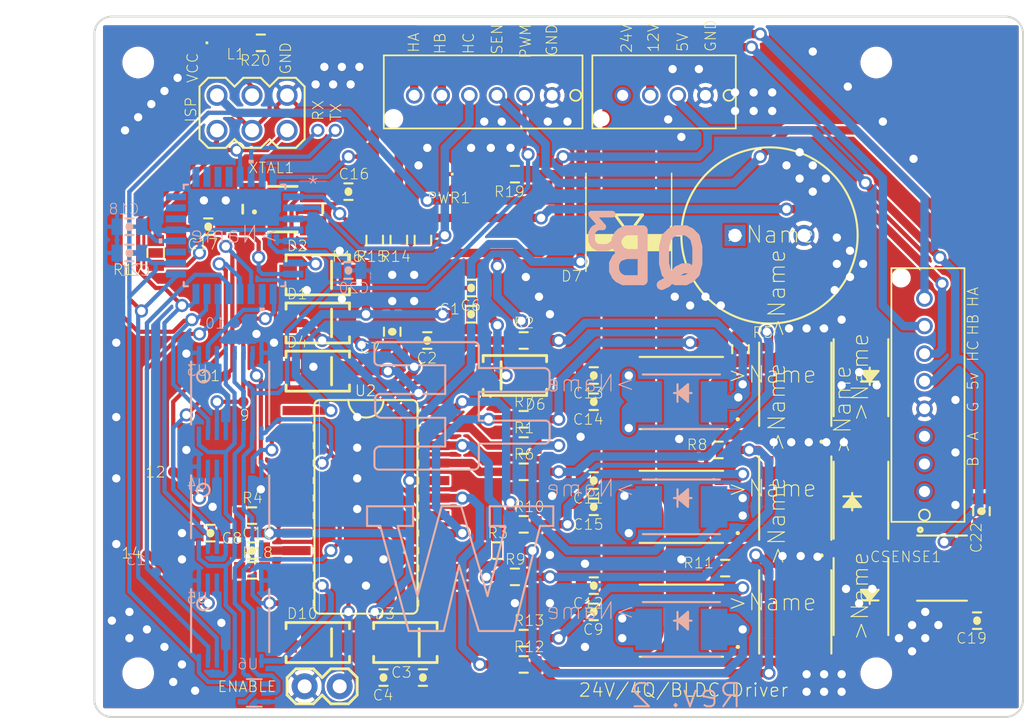
<source format=kicad_pcb>
(kicad_pcb (version 20171130) (host pcbnew "(5.0.0)")
  (layers (0 Top signal) (31 Bottom signal) (34 B.Paste user) (35 F.Paste user) (36 B.SilkS user) (37 F.SilkS user) (38 B.Mask user) (39 F.Mask user) (44 Edge.Cuts user))
  (net 0 "")
  (net 1 GND)
  (net 2 "Net-(C1-Pad1)")
  (net 3 /CHI)
  (net 4 /CLI)
  (net 5 /DIS)
  (net 6 "Net-(C10-Pad2)")
  (net 7 "Net-(C3-Pad2)")
  (net 8 /CHO)
  (net 9 "Net-(C3-Pad1)")
  (net 10 "Net-(C2-Pad2)")
  (net 11 /BHO)
  (net 12 "Net-(C1-Pad2)")
  (net 13 /BLO)
  (net 14 /ALO)
  (net 15 /12V)
  (net 16 /CLO)
  (net 17 "Net-(C2-Pad1)")
  (net 18 /AHO)
  (net 19 "Net-(U2-Pad8)")
  (net 20 "Net-(R4-Pad2)")
  (net 21 /AHI)
  (net 22 /ALI)
  (net 23 /BLI)
  (net 24 /BHI)
  (net 25 /PHB)
  (net 26 /PHA)
  (net 27 /PHC)
  (net 28 /MOS)
  (net 29 "Net-(Q1-Pad4)")
  (net 30 "Net-(Q2-Pad4)")
  (net 31 "Net-(Q3-Pad4)")
  (net 32 "Net-(Q4-Pad4)")
  (net 33 "Net-(Q5-Pad4)")
  (net 34 "Net-(Q6-Pad4)")
  (net 35 /5V)
  (net 36 /AE)
  (net 37 /AS1)
  (net 38 /~PWM~)
  (net 39 /PWM)
  (net 40 /AS2)
  (net 41 /BE)
  (net 42 /BS1)
  (net 43 /BS2)
  (net 44 /CE)
  (net 45 /CS1)
  (net 46 /CS2)
  (net 47 /HAL_C)
  (net 48 /HAL_B)
  (net 49 /HAL_A)
  (net 50 /RST)
  (net 51 "Net-(C16-Pad1)")
  (net 52 "Net-(C17-Pad1)")
  (net 53 /SENSE)
  (net 54 /FILT)
  (net 55 /24V)
  (net 56 /TX)
  (net 57 /RX)
  (net 58 "Net-(U7-Pad28)")
  (net 59 "Net-(U7-Pad27)")
  (net 60 "Net-(U7-Pad26)")
  (net 61 "Net-(U7-Pad25)")
  (net 62 "Net-(U7-Pad24)")
  (net 63 "Net-(U7-Pad23)")
  (net 64 "Net-(U7-Pad22)")
  (net 65 "Net-(U7-Pad19)")
  (net 66 "Net-(PWR1-PadA)")
  (net 67 "Net-(L1-PadA)")
  (module ee448_driver8:24-SOIC (layer Top) (at 126.9111 124.0536)
    (fp_text reference U2 (at 6.76275 -16.85925) (layer F.SilkS) (effects (font (size 0.77216 0.77216) (thickness 0.077216)) (justify left bottom)))
    (fp_text value HIP408624-SOIC)
    (pad 2 smd rect (at 2.5908 -14.605 270) (size 0.6604 2.032) (layers Top F.Paste F.Mask) (net 24 /BHI))
    (pad 3 smd rect (at 2.5908 -13.335 270) (size 0.6604 2.032) (layers Top F.Paste F.Mask) (net 23 /BLI))
    (pad 4 smd rect (at 2.5908 -12.065 270) (size 0.6604 2.032) (layers Top F.Paste F.Mask) (net 22 /ALI))
    (pad 5 smd rect (at 2.5908 -10.795 270) (size 0.6604 2.032) (layers Top F.Paste F.Mask) (net 21 /AHI))
    (pad 6 smd rect (at 2.5908 -9.525 270) (size 0.6604 2.032) (layers Top F.Paste F.Mask) (net 1 GND))
    (pad 7 smd rect (at 2.5908 -8.255 270) (size 0.6604 2.032) (layers Top F.Paste F.Mask) (net 20 "Net-(R4-Pad2)"))
    (pad 8 smd rect (at 2.5908 -6.985 270) (size 0.6604 2.032) (layers Top F.Paste F.Mask) (net 19 "Net-(U2-Pad8)"))
    (pad 17 smd rect (at 12.6492 -6.985 270) (size 0.6604 2.032) (layers Top F.Paste F.Mask) (net 18 /AHO))
    (pad 18 smd rect (at 12.6492 -8.255 270) (size 0.6604 2.032) (layers Top F.Paste F.Mask) (net 17 "Net-(C2-Pad1)"))
    (pad 19 smd rect (at 12.6492 -9.525 270) (size 0.6604 2.032) (layers Top F.Paste F.Mask) (net 16 /CLO))
    (pad 20 smd rect (at 12.6492 -10.795 270) (size 0.6604 2.032) (layers Top F.Paste F.Mask) (net 15 /12V))
    (pad 21 smd rect (at 12.6492 -12.065 270) (size 0.6604 2.032) (layers Top F.Paste F.Mask) (net 14 /ALO))
    (pad 22 smd rect (at 12.6492 -13.335 270) (size 0.6604 2.032) (layers Top F.Paste F.Mask) (net 13 /BLO))
    (pad 23 smd rect (at 12.6492 -14.605 270) (size 0.6604 2.032) (layers Top F.Paste F.Mask) (net 12 "Net-(C1-Pad2)"))
    (pad 24 smd rect (at 12.6492 -15.875 270) (size 0.6604 2.032) (layers Top F.Paste F.Mask) (net 11 /BHO))
    (pad 16 smd rect (at 12.6492 -5.715 270) (size 0.6604 2.032) (layers Top F.Paste F.Mask) (net 10 "Net-(C2-Pad2)"))
    (pad 15 smd rect (at 12.6492 -4.445 270) (size 0.6604 2.032) (layers Top F.Paste F.Mask) (net 9 "Net-(C3-Pad1)"))
    (pad 14 smd rect (at 12.6492 -3.175 270) (size 0.6604 2.032) (layers Top F.Paste F.Mask) (net 8 /CHO))
    (pad 13 smd rect (at 12.6492 -1.905 270) (size 0.6604 2.032) (layers Top F.Paste F.Mask) (net 7 "Net-(C3-Pad2)"))
    (pad 9 smd rect (at 2.5908 -5.715 270) (size 0.6604 2.032) (layers Top F.Paste F.Mask) (net 6 "Net-(C10-Pad2)"))
    (pad 10 smd rect (at 2.5908 -4.445 270) (size 0.6604 2.032) (layers Top F.Paste F.Mask) (net 5 /DIS))
    (pad 11 smd rect (at 2.5908 -3.175 270) (size 0.6604 2.032) (layers Top F.Paste F.Mask) (net 4 /CLI))
    (pad 12 smd rect (at 2.5908 -1.905 270) (size 0.6604 2.032) (layers Top F.Paste F.Mask) (net 3 /CHI))
    (pad 1 smd rect (at 2.5908 -15.875 270) (size 0.6604 2.032) (layers Top F.Paste F.Mask) (net 2 "Net-(C1-Pad1)"))
  )
  (module "" (layer Top) (at 118.0211 127.2286)
    (fp_text reference @HOLE0 hide)
    (fp_text value "" (at 0 0) (layer F.SilkS) (effects (font (size 1.27 1.27))))
    (pad "" np_thru_hole circle (at 0 0) (size 2 2) (drill 2) (layers *.Cu))
  )
  (module "" (layer Top) (at 118.0211 82.93735)
    (fp_text reference @HOLE1 hide)
    (fp_text value "" (at 0 0) (layer F.SilkS) (effects (font (size 1.27 1.27))))
    (pad "" np_thru_hole circle (at 0 0) (size 2 2) (drill 2) (layers *.Cu))
  )
  (module "" (layer Top) (at 171.51985 127.2286)
    (fp_text reference @HOLE2 hide)
    (fp_text value "" (at 0 0) (layer F.SilkS) (effects (font (size 1.27 1.27))))
    (pad "" np_thru_hole circle (at 0 0) (size 2 2) (drill 2) (layers *.Cu))
  )
  (module "" (layer Top) (at 171.51985 82.93735)
    (fp_text reference @HOLE3 hide)
    (fp_text value "" (at 0 0) (layer F.SilkS) (effects (font (size 1.27 1.27))))
    (pad "" np_thru_hole circle (at 0 0) (size 2 2) (drill 2) (layers *.Cu))
  )
  (module ee448_driver8:0805-CAP (layer Top) (at 142.1511 101.1936)
    (fp_text reference C1 (at -0.762 -0.8255) (layer F.SilkS) (effects (font (size 0.77216 0.77216) (thickness 0.061772)) (justify right top)))
    (fp_text value 0.22uF)
    (pad 2 smd rect (at 0.9 0) (size 0.8 1.2) (layers Top F.Paste F.Mask) (net 12 "Net-(C1-Pad2)"))
    (pad 1 smd rect (at -0.9 0) (size 0.8 1.2) (layers Top F.Paste F.Mask) (net 2 "Net-(C1-Pad1)"))
  )
  (module ee448_driver8:0805-CAP (layer Top) (at 126.2761 118.3386)
    (fp_text reference C10 (at -0.762 -0.8255) (layer F.SilkS) (effects (font (size 0.77216 0.77216) (thickness 0.061772)) (justify left bottom)))
    (fp_text value 470pF)
    (pad 2 smd rect (at 0.9 0) (size 0.8 1.2) (layers Top F.Paste F.Mask) (net 6 "Net-(C10-Pad2)"))
    (pad 1 smd rect (at -0.9 0) (size 0.8 1.2) (layers Top F.Paste F.Mask) (net 1 GND))
  )
  (module ee448_driver8:0805-CAP (layer Top) (at 151.0411 113.2586 180)
    (fp_text reference C11 (at -0.762 -0.8255) (layer F.SilkS) (effects (font (size 0.77216 0.77216) (thickness 0.061772)) (justify right top)))
    (fp_text value 1uF)
    (pad 2 smd rect (at 0.9 0 180) (size 0.8 1.2) (layers Top F.Paste F.Mask) (net 1 GND))
    (pad 1 smd rect (at -0.9 0 180) (size 0.8 1.2) (layers Top F.Paste F.Mask) (net 28 /MOS))
  )
  (module ee448_driver8:0805-CAP (layer Top) (at 151.0411 120.8786 180)
    (fp_text reference C12 (at -0.762 -0.8255) (layer F.SilkS) (effects (font (size 0.77216 0.77216) (thickness 0.061772)) (justify right top)))
    (fp_text value 1uF)
    (pad 2 smd rect (at 0.9 0 180) (size 0.8 1.2) (layers Top F.Paste F.Mask) (net 1 GND))
    (pad 1 smd rect (at -0.9 0 180) (size 0.8 1.2) (layers Top F.Paste F.Mask) (net 28 /MOS))
  )
  (module ee448_driver8:0805-CAP (layer Top) (at 151.0411 105.6386 180)
    (fp_text reference C13 (at -0.762 -0.8255) (layer F.SilkS) (effects (font (size 0.77216 0.77216) (thickness 0.061772)) (justify right top)))
    (fp_text value 1uF)
    (pad 2 smd rect (at 0.9 0 180) (size 0.8 1.2) (layers Top F.Paste F.Mask) (net 1 GND))
    (pad 1 smd rect (at -0.9 0 180) (size 0.8 1.2) (layers Top F.Paste F.Mask) (net 28 /MOS))
  )
  (module ee448_driver8:0805-CAP (layer Top) (at 151.0411 107.5436 180)
    (fp_text reference C14 (at -0.762 -0.8255) (layer F.SilkS) (effects (font (size 0.77216 0.77216) (thickness 0.061772)) (justify right top)))
    (fp_text value 20nF)
    (pad 2 smd rect (at 0.9 0 180) (size 0.8 1.2) (layers Top F.Paste F.Mask) (net 1 GND))
    (pad 1 smd rect (at -0.9 0 180) (size 0.8 1.2) (layers Top F.Paste F.Mask) (net 28 /MOS))
  )
  (module ee448_driver8:0805-CAP (layer Top) (at 151.0411 115.1636 180)
    (fp_text reference C15 (at -0.762 -0.8255) (layer F.SilkS) (effects (font (size 0.77216 0.77216) (thickness 0.061772)) (justify right top)))
    (fp_text value 20nF)
    (pad 2 smd rect (at 0.9 0 180) (size 0.8 1.2) (layers Top F.Paste F.Mask) (net 1 GND))
    (pad 1 smd rect (at -0.9 0 180) (size 0.8 1.2) (layers Top F.Paste F.Mask) (net 28 /MOS))
  )
  (module ee448_driver8:0805-CAP (layer Top) (at 138.9761 103.0986 180)
    (fp_text reference C2 (at -0.762 -0.8255) (layer F.SilkS) (effects (font (size 0.77216 0.77216) (thickness 0.061772)) (justify right top)))
    (fp_text value 0.22uF)
    (pad 2 smd rect (at 0.9 0 180) (size 0.8 1.2) (layers Top F.Paste F.Mask) (net 10 "Net-(C2-Pad2)"))
    (pad 1 smd rect (at -0.9 0 180) (size 0.8 1.2) (layers Top F.Paste F.Mask) (net 17 "Net-(C2-Pad1)"))
  )
  (module ee448_driver8:0805-CAP (layer Top) (at 138.6586 127.5461)
    (fp_text reference C3 (at -0.762 -0.8255) (layer F.SilkS) (effects (font (size 0.77216 0.77216) (thickness 0.061772)) (justify right top)))
    (fp_text value 0.22uF)
    (pad 2 smd rect (at 0.9 0) (size 0.8 1.2) (layers Top F.Paste F.Mask) (net 7 "Net-(C3-Pad2)"))
    (pad 1 smd rect (at -0.9 0) (size 0.8 1.2) (layers Top F.Paste F.Mask) (net 9 "Net-(C3-Pad1)"))
  )
  (module ee448_driver8:0805-CAP (layer Top) (at 135.8011 127.5461 180)
    (fp_text reference C4 (at -0.762 -0.8255) (layer F.SilkS) (effects (font (size 0.77216 0.77216) (thickness 0.061772)) (justify right top)))
    (fp_text value 1nF)
    (pad 2 smd rect (at 0.9 0 180) (size 0.8 1.2) (layers Top F.Paste F.Mask) (net 1 GND))
    (pad 1 smd rect (at -0.9 0 180) (size 0.8 1.2) (layers Top F.Paste F.Mask) (net 9 "Net-(C3-Pad1)"))
  )
  (module ee448_driver8:0805-CAP (layer Top) (at 142.1511 99.2886 180)
    (fp_text reference C6 (at -0.762 -0.8255) (layer F.SilkS) (effects (font (size 0.77216 0.77216) (thickness 0.061772)) (justify right top)))
    (fp_text value 1nF)
    (pad 2 smd rect (at 0.9 0 180) (size 0.8 1.2) (layers Top F.Paste F.Mask) (net 1 GND))
    (pad 1 smd rect (at -0.9 0 180) (size 0.8 1.2) (layers Top F.Paste F.Mask) (net 12 "Net-(C1-Pad2)"))
  )
  (module ee448_driver8:0805-CAP (layer Top) (at 136.4361 102.4636 90)
    (fp_text reference C7 (at -0.762 -0.8255) (layer F.SilkS) (effects (font (size 0.77216 0.77216) (thickness 0.061772)) (justify right top)))
    (fp_text value 1nF)
    (pad 2 smd rect (at 0.9 0 90) (size 0.8 1.2) (layers Top F.Paste F.Mask) (net 1 GND))
    (pad 1 smd rect (at -0.9 0 90) (size 0.8 1.2) (layers Top F.Paste F.Mask) (net 17 "Net-(C2-Pad1)"))
  )
  (module ee448_driver8:0805-CAP (layer Top) (at 123.25985 117.0686 180)
    (fp_text reference C8 (at -0.762 -0.8255) (layer F.SilkS) (effects (font (size 0.77216 0.77216) (thickness 0.061772)) (justify left bottom)))
    (fp_text value 1uF)
    (pad 2 smd rect (at 0.9 0 180) (size 0.8 1.2) (layers Top F.Paste F.Mask) (net 1 GND))
    (pad 1 smd rect (at -0.9 0 180) (size 0.8 1.2) (layers Top F.Paste F.Mask) (net 15 /12V))
  )
  (module ee448_driver8:0805-CAP (layer Top) (at 151.0411 122.7836 180)
    (fp_text reference C9 (at -0.762 -0.8255) (layer F.SilkS) (effects (font (size 0.77216 0.77216) (thickness 0.061772)) (justify right top)))
    (fp_text value 20nF)
    (pad 2 smd rect (at 0.9 0 180) (size 0.8 1.2) (layers Top F.Paste F.Mask) (net 1 GND))
    (pad 1 smd rect (at -0.9 0 180) (size 0.8 1.2) (layers Top F.Paste F.Mask) (net 28 /MOS))
  )
  (module ee448_driver8:SMA-DIODE (layer Top) (at 131.0386 101.8286)
    (fp_text reference D1 (at -2.286 -1.651) (layer F.SilkS) (effects (font (size 0.77216 0.77216) (thickness 0.061772)) (justify left bottom)))
    (fp_text value DIODESMA)
    (pad C smd rect (at 2.15 0) (size 1.27 1.47) (layers Top F.Paste F.Mask) (net 10 "Net-(C2-Pad2)"))
    (pad A smd rect (at -2.15 0 180) (size 1.27 1.47) (layers Top F.Paste F.Mask) (net 15 /12V))
  )
  (module ee448_driver8:SMA-DIODE (layer Top) (at 131.0386 125.0061)
    (fp_text reference D10 (at -2.286 -1.651) (layer F.SilkS) (effects (font (size 0.77216 0.77216) (thickness 0.061772)) (justify left bottom)))
    (fp_text value DIODESMA)
    (pad C smd rect (at 2.15 0) (size 1.27 1.47) (layers Top F.Paste F.Mask) (net 9 "Net-(C3-Pad1)"))
    (pad A smd rect (at -2.15 0 180) (size 1.27 1.47) (layers Top F.Paste F.Mask) (net 1 GND))
  )
  (module ee448_driver8:SMA-DIODE (layer Top) (at 131.0386 98.3361)
    (fp_text reference D2 (at -2.286 -1.651) (layer F.SilkS) (effects (font (size 0.77216 0.77216) (thickness 0.061772)) (justify left bottom)))
    (fp_text value DIODESMA)
    (pad C smd rect (at 2.15 0) (size 1.27 1.47) (layers Top F.Paste F.Mask) (net 2 "Net-(C1-Pad1)"))
    (pad A smd rect (at -2.15 0 180) (size 1.27 1.47) (layers Top F.Paste F.Mask) (net 15 /12V))
  )
  (module ee448_driver8:SMA-DIODE (layer Top) (at 137.3886 125.0061)
    (fp_text reference D3 (at -2.286 -1.651) (layer F.SilkS) (effects (font (size 0.77216 0.77216) (thickness 0.061772)) (justify left bottom)))
    (fp_text value DIODESMA)
    (pad C smd rect (at 2.15 0) (size 1.27 1.47) (layers Top F.Paste F.Mask) (net 7 "Net-(C3-Pad2)"))
    (pad A smd rect (at -2.15 0 180) (size 1.27 1.47) (layers Top F.Paste F.Mask) (net 15 /12V))
  )
  (module ee448_driver8:SMA-DIODE (layer Top) (at 131.0386 105.3211)
    (fp_text reference D4 (at -2.286 -1.651) (layer F.SilkS) (effects (font (size 0.77216 0.77216) (thickness 0.061772)) (justify left bottom)))
    (fp_text value DIODESMA)
    (pad C smd rect (at 2.15 0) (size 1.27 1.47) (layers Top F.Paste F.Mask) (net 17 "Net-(C2-Pad1)"))
    (pad A smd rect (at -2.15 0 180) (size 1.27 1.47) (layers Top F.Paste F.Mask) (net 1 GND))
  )
  (module ee448_driver8:SMA-DIODE (layer Top) (at 145.3261 105.6386 180)
    (fp_text reference D6 (at -2.286 -1.651) (layer F.SilkS) (effects (font (size 0.77216 0.77216) (thickness 0.061772)) (justify right top)))
    (fp_text value DIODESMA)
    (pad C smd rect (at 2.15 0 180) (size 1.27 1.47) (layers Top F.Paste F.Mask) (net 12 "Net-(C1-Pad2)"))
    (pad A smd rect (at -2.15 0) (size 1.27 1.47) (layers Top F.Paste F.Mask) (net 1 GND))
  )
  (module ee448_driver8:DQJ8 (layer Top) (at 157.3911 106.9086 180)
    (fp_text reference Q1 hide)
    (fp_text value CSD18537NQ5A hide)
    (fp_text user >Name (at -3.2766 0.635 180) (layer F.SilkS) (effects (font (size 1.2065 1.2065) (thickness 0.0762)) (justify left bottom)))
    (pad 8 smd rect (at 2.735071 -1.905 180) (size 0.63 0.65) (layers Top F.Paste F.Mask) (net 28 /MOS))
    (pad 7 smd rect (at 2.735071 -0.635 180) (size 0.63 0.65) (layers Top F.Paste F.Mask) (net 28 /MOS))
    (pad 6 smd rect (at 2.735071 0.635 180) (size 0.63 0.65) (layers Top F.Paste F.Mask) (net 28 /MOS))
    (pad 5 smd rect (at 2.735071 1.905 180) (size 0.63 0.65) (layers Top F.Paste F.Mask) (net 28 /MOS))
    (pad 4 smd rect (at -2.735071 1.905 180) (size 0.63 0.65) (layers Top F.Paste F.Mask) (net 29 "Net-(Q1-Pad4)"))
    (pad 3 smd rect (at -2.735071 0.635 180) (size 0.63 0.65) (layers Top F.Paste F.Mask) (net 26 /PHA))
    (pad 2 smd rect (at -2.735071 -0.635 180) (size 0.63 0.65) (layers Top F.Paste F.Mask) (net 26 /PHA))
    (pad 1 smd rect (at -2.735071 -1.905 180) (size 0.63 0.65) (layers Top F.Paste F.Mask) (net 26 /PHA))
  )
  (module ee448_driver8:DQJ8 (layer Top) (at 165.6461 106.2736 270)
    (fp_text reference Q2 hide)
    (fp_text value CSD18537NQ5A hide)
    (fp_text user >Name (at -3.2766 0.635 270) (layer F.SilkS) (effects (font (size 1.2065 1.2065) (thickness 0.0762)) (justify left bottom)))
    (pad 8 smd rect (at 2.735071 -1.905 270) (size 0.63 0.65) (layers Top F.Paste F.Mask) (net 26 /PHA))
    (pad 7 smd rect (at 2.735071 -0.635 270) (size 0.63 0.65) (layers Top F.Paste F.Mask) (net 26 /PHA))
    (pad 6 smd rect (at 2.735071 0.635 270) (size 0.63 0.65) (layers Top F.Paste F.Mask) (net 26 /PHA))
    (pad 5 smd rect (at 2.735071 1.905 270) (size 0.63 0.65) (layers Top F.Paste F.Mask) (net 26 /PHA))
    (pad 4 smd rect (at -2.735071 1.905 270) (size 0.63 0.65) (layers Top F.Paste F.Mask) (net 30 "Net-(Q2-Pad4)"))
    (pad 3 smd rect (at -2.735071 0.635 270) (size 0.63 0.65) (layers Top F.Paste F.Mask) (net 1 GND))
    (pad 2 smd rect (at -2.735071 -0.635 270) (size 0.63 0.65) (layers Top F.Paste F.Mask) (net 1 GND))
    (pad 1 smd rect (at -2.735071 -1.905 270) (size 0.63 0.65) (layers Top F.Paste F.Mask) (net 1 GND))
  )
  (module ee448_driver8:DQJ8 (layer Top) (at 157.3911 115.1636 180)
    (fp_text reference Q3 hide)
    (fp_text value CSD18537NQ5A hide)
    (fp_text user >Name (at -3.2766 0.635 180) (layer F.SilkS) (effects (font (size 1.2065 1.2065) (thickness 0.0762)) (justify left bottom)))
    (pad 8 smd rect (at 2.735071 -1.905 180) (size 0.63 0.65) (layers Top F.Paste F.Mask) (net 28 /MOS))
    (pad 7 smd rect (at 2.735071 -0.635 180) (size 0.63 0.65) (layers Top F.Paste F.Mask) (net 28 /MOS))
    (pad 6 smd rect (at 2.735071 0.635 180) (size 0.63 0.65) (layers Top F.Paste F.Mask) (net 28 /MOS))
    (pad 5 smd rect (at 2.735071 1.905 180) (size 0.63 0.65) (layers Top F.Paste F.Mask) (net 28 /MOS))
    (pad 4 smd rect (at -2.735071 1.905 180) (size 0.63 0.65) (layers Top F.Paste F.Mask) (net 31 "Net-(Q3-Pad4)"))
    (pad 3 smd rect (at -2.735071 0.635 180) (size 0.63 0.65) (layers Top F.Paste F.Mask) (net 25 /PHB))
    (pad 2 smd rect (at -2.735071 -0.635 180) (size 0.63 0.65) (layers Top F.Paste F.Mask) (net 25 /PHB))
    (pad 1 smd rect (at -2.735071 -1.905 180) (size 0.63 0.65) (layers Top F.Paste F.Mask) (net 25 /PHB))
  )
  (module ee448_driver8:DQJ8 (layer Top) (at 165.6461 114.5286 270)
    (fp_text reference Q4 hide)
    (fp_text value CSD18537NQ5A hide)
    (fp_text user >Name (at -3.2766 0.635 270) (layer F.SilkS) (effects (font (size 1.2065 1.2065) (thickness 0.0762)) (justify left bottom)))
    (pad 8 smd rect (at 2.735071 -1.905 270) (size 0.63 0.65) (layers Top F.Paste F.Mask) (net 25 /PHB))
    (pad 7 smd rect (at 2.735071 -0.635 270) (size 0.63 0.65) (layers Top F.Paste F.Mask) (net 25 /PHB))
    (pad 6 smd rect (at 2.735071 0.635 270) (size 0.63 0.65) (layers Top F.Paste F.Mask) (net 25 /PHB))
    (pad 5 smd rect (at 2.735071 1.905 270) (size 0.63 0.65) (layers Top F.Paste F.Mask) (net 25 /PHB))
    (pad 4 smd rect (at -2.735071 1.905 270) (size 0.63 0.65) (layers Top F.Paste F.Mask) (net 32 "Net-(Q4-Pad4)"))
    (pad 3 smd rect (at -2.735071 0.635 270) (size 0.63 0.65) (layers Top F.Paste F.Mask) (net 1 GND))
    (pad 2 smd rect (at -2.735071 -0.635 270) (size 0.63 0.65) (layers Top F.Paste F.Mask) (net 1 GND))
    (pad 1 smd rect (at -2.735071 -1.905 270) (size 0.63 0.65) (layers Top F.Paste F.Mask) (net 1 GND))
  )
  (module ee448_driver8:DQJ8 (layer Top) (at 157.3911 123.4186 180)
    (fp_text reference Q5 hide)
    (fp_text value CSD18537NQ5A hide)
    (fp_text user >Name (at -3.2766 0.635 180) (layer F.SilkS) (effects (font (size 1.2065 1.2065) (thickness 0.0762)) (justify left bottom)))
    (pad 8 smd rect (at 2.735071 -1.905 180) (size 0.63 0.65) (layers Top F.Paste F.Mask) (net 28 /MOS))
    (pad 7 smd rect (at 2.735071 -0.635 180) (size 0.63 0.65) (layers Top F.Paste F.Mask) (net 28 /MOS))
    (pad 6 smd rect (at 2.735071 0.635 180) (size 0.63 0.65) (layers Top F.Paste F.Mask) (net 28 /MOS))
    (pad 5 smd rect (at 2.735071 1.905 180) (size 0.63 0.65) (layers Top F.Paste F.Mask) (net 28 /MOS))
    (pad 4 smd rect (at -2.735071 1.905 180) (size 0.63 0.65) (layers Top F.Paste F.Mask) (net 33 "Net-(Q5-Pad4)"))
    (pad 3 smd rect (at -2.735071 0.635 180) (size 0.63 0.65) (layers Top F.Paste F.Mask) (net 27 /PHC))
    (pad 2 smd rect (at -2.735071 -0.635 180) (size 0.63 0.65) (layers Top F.Paste F.Mask) (net 27 /PHC))
    (pad 1 smd rect (at -2.735071 -1.905 180) (size 0.63 0.65) (layers Top F.Paste F.Mask) (net 27 /PHC))
  )
  (module ee448_driver8:DQJ8 (layer Top) (at 165.6461 122.7836 270)
    (fp_text reference Q6 hide)
    (fp_text value CSD18537NQ5A hide)
    (fp_text user >Name (at -3.2766 0.635 270) (layer F.SilkS) (effects (font (size 1.2065 1.2065) (thickness 0.0762)) (justify left bottom)))
    (pad 8 smd rect (at 2.735071 -1.905 270) (size 0.63 0.65) (layers Top F.Paste F.Mask) (net 27 /PHC))
    (pad 7 smd rect (at 2.735071 -0.635 270) (size 0.63 0.65) (layers Top F.Paste F.Mask) (net 27 /PHC))
    (pad 6 smd rect (at 2.735071 0.635 270) (size 0.63 0.65) (layers Top F.Paste F.Mask) (net 27 /PHC))
    (pad 5 smd rect (at 2.735071 1.905 270) (size 0.63 0.65) (layers Top F.Paste F.Mask) (net 27 /PHC))
    (pad 4 smd rect (at -2.735071 1.905 270) (size 0.63 0.65) (layers Top F.Paste F.Mask) (net 34 "Net-(Q6-Pad4)"))
    (pad 3 smd rect (at -2.735071 0.635 270) (size 0.63 0.65) (layers Top F.Paste F.Mask) (net 1 GND))
    (pad 2 smd rect (at -2.735071 -0.635 270) (size 0.63 0.65) (layers Top F.Paste F.Mask) (net 1 GND))
    (pad 1 smd rect (at -2.735071 -1.905 270) (size 0.63 0.65) (layers Top F.Paste F.Mask) (net 1 GND))
  )
  (module ee448_driver8:0805 (layer Top) (at 145.9611 110.7186)
    (fp_text reference R1 (at -0.762 -0.8255) (layer F.SilkS) (effects (font (size 0.77216 0.77216) (thickness 0.061772)) (justify left bottom)))
    (fp_text value 4.7)
    (pad 2 smd rect (at 0.9 0) (size 0.8 1.2) (layers Top F.Paste F.Mask) (net 25 /PHB))
    (pad 1 smd rect (at -0.9 0) (size 0.8 1.2) (layers Top F.Paste F.Mask) (net 12 "Net-(C1-Pad2)"))
  )
  (module ee448_driver8:0805 (layer Top) (at 145.9611 116.4336)
    (fp_text reference R10 (at -0.762 -0.8255) (layer F.SilkS) (effects (font (size 0.77216 0.77216) (thickness 0.061772)) (justify left bottom)))
    (fp_text value 4.7)
    (pad 2 smd rect (at 0.9 0) (size 0.8 1.2) (layers Top F.Paste F.Mask) (net 31 "Net-(Q3-Pad4)"))
    (pad 1 smd rect (at -0.9 0) (size 0.8 1.2) (layers Top F.Paste F.Mask) (net 11 /BHO))
  )
  (module ee448_driver8:0805 (layer Top) (at 160.5661 119.6086)
    (fp_text reference R11 (at -0.762 -0.8255) (layer F.SilkS) (effects (font (size 0.77216 0.77216) (thickness 0.061772)) (justify right top)))
    (fp_text value 20k)
    (pad 2 smd rect (at 0.9 0) (size 0.8 1.2) (layers Top F.Paste F.Mask) (net 34 "Net-(Q6-Pad4)"))
    (pad 1 smd rect (at -0.9 0) (size 0.8 1.2) (layers Top F.Paste F.Mask) (net 1 GND))
  )
  (module ee448_driver8:0805 (layer Top) (at 145.9611 126.5936)
    (fp_text reference R12 (at -0.762 -0.8255) (layer F.SilkS) (effects (font (size 0.77216 0.77216) (thickness 0.061772)) (justify left bottom)))
    (fp_text value 4.7)
    (pad 2 smd rect (at 0.9 0) (size 0.8 1.2) (layers Top F.Paste F.Mask) (net 34 "Net-(Q6-Pad4)"))
    (pad 1 smd rect (at -0.9 0) (size 0.8 1.2) (layers Top F.Paste F.Mask) (net 16 /CLO))
  )
  (module ee448_driver8:0805 (layer Top) (at 145.9611 124.6886)
    (fp_text reference R13 (at -0.762 -0.8255) (layer F.SilkS) (effects (font (size 0.77216 0.77216) (thickness 0.061772)) (justify left bottom)))
    (fp_text value 4.7)
    (pad 2 smd rect (at 0.9 0) (size 0.8 1.2) (layers Top F.Paste F.Mask) (net 33 "Net-(Q5-Pad4)"))
    (pad 1 smd rect (at -0.9 0) (size 0.8 1.2) (layers Top F.Paste F.Mask) (net 8 /CHO))
  )
  (module ee448_driver8:0805 (layer Top) (at 145.9611 103.0986)
    (fp_text reference R2 (at -0.762 -0.8255) (layer F.SilkS) (effects (font (size 0.77216 0.77216) (thickness 0.061772)) (justify left bottom)))
    (fp_text value 4.7)
    (pad 2 smd rect (at 0.9 0) (size 0.8 1.2) (layers Top F.Paste F.Mask) (net 26 /PHA))
    (pad 1 smd rect (at -0.9 0) (size 0.8 1.2) (layers Top F.Paste F.Mask) (net 17 "Net-(C2-Pad1)"))
  )
  (module ee448_driver8:0805 (layer Top) (at 144.0561 118.3386)
    (fp_text reference R3 (at -0.762 -0.8255) (layer F.SilkS) (effects (font (size 0.77216 0.77216) (thickness 0.061772)) (justify left bottom)))
    (fp_text value 4.7)
    (pad 2 smd rect (at 0.9 0) (size 0.8 1.2) (layers Top F.Paste F.Mask) (net 27 /PHC))
    (pad 1 smd rect (at -0.9 0) (size 0.8 1.2) (layers Top F.Paste F.Mask) (net 9 "Net-(C3-Pad1)"))
  )
  (module ee448_driver8:0805 (layer Top) (at 126.2761 115.7986)
    (fp_text reference R4 (at -0.762 -0.8255) (layer F.SilkS) (effects (font (size 0.77216 0.77216) (thickness 0.061772)) (justify left bottom)))
    (fp_text value 15k)
    (pad 2 smd rect (at 0.9 0) (size 0.8 1.2) (layers Top F.Paste F.Mask) (net 20 "Net-(R4-Pad2)"))
    (pad 1 smd rect (at -0.9 0) (size 0.8 1.2) (layers Top F.Paste F.Mask) (net 15 /12V))
  )
  (module ee448_driver8:0805 (layer Top) (at 161.67735 103.7336 270)
    (fp_text reference R5 (at -0.762 -0.8255) (layer F.SilkS) (effects (font (size 0.77216 0.77216) (thickness 0.061772)) (justify left bottom)))
    (fp_text value 20k)
    (pad 2 smd rect (at 0.9 0 270) (size 0.8 1.2) (layers Top F.Paste F.Mask) (net 30 "Net-(Q2-Pad4)"))
    (pad 1 smd rect (at -0.9 0 270) (size 0.8 1.2) (layers Top F.Paste F.Mask) (net 1 GND))
  )
  (module ee448_driver8:0805 (layer Top) (at 145.9611 112.6236)
    (fp_text reference R6 (at -0.762 -0.8255) (layer F.SilkS) (effects (font (size 0.77216 0.77216) (thickness 0.061772)) (justify left bottom)))
    (fp_text value 4.7)
    (pad 2 smd rect (at 0.9 0) (size 0.8 1.2) (layers Top F.Paste F.Mask) (net 30 "Net-(Q2-Pad4)"))
    (pad 1 smd rect (at -0.9 0) (size 0.8 1.2) (layers Top F.Paste F.Mask) (net 14 /ALO))
  )
  (module ee448_driver8:0805 (layer Top) (at 145.9611 108.8136)
    (fp_text reference R7 (at -0.762 -0.8255) (layer F.SilkS) (effects (font (size 0.77216 0.77216) (thickness 0.061772)) (justify left bottom)))
    (fp_text value 4.7)
    (pad 2 smd rect (at 0.9 0) (size 0.8 1.2) (layers Top F.Paste F.Mask) (net 29 "Net-(Q1-Pad4)"))
    (pad 1 smd rect (at -0.9 0) (size 0.8 1.2) (layers Top F.Paste F.Mask) (net 18 /AHO))
  )
  (module ee448_driver8:0805 (layer Top) (at 160.08985 111.0361)
    (fp_text reference R8 (at -0.762 -0.8255) (layer F.SilkS) (effects (font (size 0.77216 0.77216) (thickness 0.061772)) (justify right top)))
    (fp_text value 20k)
    (pad 2 smd rect (at 0.9 0) (size 0.8 1.2) (layers Top F.Paste F.Mask) (net 32 "Net-(Q4-Pad4)"))
    (pad 1 smd rect (at -0.9 0) (size 0.8 1.2) (layers Top F.Paste F.Mask) (net 1 GND))
  )
  (module ee448_driver8:0805 (layer Top) (at 145.3261 120.2436)
    (fp_text reference R9 (at -0.762 -0.8255) (layer F.SilkS) (effects (font (size 0.77216 0.77216) (thickness 0.061772)) (justify left bottom)))
    (fp_text value 4.7)
    (pad 2 smd rect (at 0.9 0) (size 0.8 1.2) (layers Top F.Paste F.Mask) (net 32 "Net-(Q4-Pad4)"))
    (pad 1 smd rect (at -0.9 0) (size 0.8 1.2) (layers Top F.Paste F.Mask) (net 13 /BLO))
  )
  (module ee448_driver8:TSSOP-16 (layer Bottom) (at 121.1961 103.0986)
    (fp_text reference U3 (at 0.2794 1.7272) (layer B.SilkS) (effects (font (size 0.77216 0.77216) (thickness 0.077216)) (justify right top mirror)))
    (fp_text value 74HC153TSSOP-16)
    (pad 9 smd rect (at 5.76 6.7278) (size 0.3048 0.9906) (layers Bottom B.Paste B.Mask) (net 22 /ALI))
    (pad 8 smd rect (at 5.76 0.8922) (size 0.3048 0.9906) (layers Bottom B.Paste B.Mask) (net 1 GND))
    (pad 16 smd rect (at 1.225 6.7278) (size 0.3048 0.9906) (layers Bottom B.Paste B.Mask) (net 35 /5V))
    (pad 15 smd rect (at 1.875 6.7278) (size 0.3048 0.9906) (layers Bottom B.Paste B.Mask) (net 36 /AE))
    (pad 14 smd rect (at 2.525 6.7278) (size 0.3048 0.9906) (layers Bottom B.Paste B.Mask) (net 37 /AS1))
    (pad 13 smd rect (at 3.175 6.7278) (size 0.3048 0.9906) (layers Bottom B.Paste B.Mask) (net 1 GND))
    (pad 12 smd rect (at 3.825 6.7278) (size 0.3048 0.9906) (layers Bottom B.Paste B.Mask) (net 35 /5V))
    (pad 11 smd rect (at 4.475 6.7278) (size 0.3048 0.9906) (layers Bottom B.Paste B.Mask) (net 38 /~PWM~))
    (pad 10 smd rect (at 5.125 6.7278) (size 0.3048 0.9906) (layers Bottom B.Paste B.Mask) (net 39 /PWM))
    (pad 7 smd rect (at 5.125 0.8922) (size 0.3048 0.9906) (layers Bottom B.Paste B.Mask) (net 21 /AHI))
    (pad 6 smd rect (at 4.475 0.8922) (size 0.3048 0.9906) (layers Bottom B.Paste B.Mask) (net 39 /PWM))
    (pad 5 smd rect (at 3.825 0.8922) (size 0.3048 0.9906) (layers Bottom B.Paste B.Mask) (net 38 /~PWM~))
    (pad 4 smd rect (at 3.175 0.8922) (size 0.3048 0.9906) (layers Bottom B.Paste B.Mask) (net 35 /5V))
    (pad 3 smd rect (at 2.525 0.8922) (size 0.3048 0.9906) (layers Bottom B.Paste B.Mask) (net 1 GND))
    (pad 2 smd rect (at 1.875 0.8922) (size 0.3048 0.9906) (layers Bottom B.Paste B.Mask) (net 40 /AS2))
    (pad 1 smd rect (at 1.225 0.8922) (size 0.3048 0.9906) (layers Bottom B.Paste B.Mask) (net 1 GND))
  )
  (module ee448_driver8:TSSOP-16 (layer Bottom) (at 121.1961 111.3536)
    (fp_text reference U4 (at 0.2794 1.7272) (layer B.SilkS) (effects (font (size 0.77216 0.77216) (thickness 0.077216)) (justify right top mirror)))
    (fp_text value 74HC153TSSOP-16)
    (pad 9 smd rect (at 5.76 6.7278) (size 0.3048 0.9906) (layers Bottom B.Paste B.Mask) (net 23 /BLI))
    (pad 8 smd rect (at 5.76 0.8922) (size 0.3048 0.9906) (layers Bottom B.Paste B.Mask) (net 1 GND))
    (pad 16 smd rect (at 1.225 6.7278) (size 0.3048 0.9906) (layers Bottom B.Paste B.Mask) (net 35 /5V))
    (pad 15 smd rect (at 1.875 6.7278) (size 0.3048 0.9906) (layers Bottom B.Paste B.Mask) (net 41 /BE))
    (pad 14 smd rect (at 2.525 6.7278) (size 0.3048 0.9906) (layers Bottom B.Paste B.Mask) (net 42 /BS1))
    (pad 13 smd rect (at 3.175 6.7278) (size 0.3048 0.9906) (layers Bottom B.Paste B.Mask) (net 1 GND))
    (pad 12 smd rect (at 3.825 6.7278) (size 0.3048 0.9906) (layers Bottom B.Paste B.Mask) (net 35 /5V))
    (pad 11 smd rect (at 4.475 6.7278) (size 0.3048 0.9906) (layers Bottom B.Paste B.Mask) (net 38 /~PWM~))
    (pad 10 smd rect (at 5.125 6.7278) (size 0.3048 0.9906) (layers Bottom B.Paste B.Mask) (net 39 /PWM))
    (pad 7 smd rect (at 5.125 0.8922) (size 0.3048 0.9906) (layers Bottom B.Paste B.Mask) (net 24 /BHI))
    (pad 6 smd rect (at 4.475 0.8922) (size 0.3048 0.9906) (layers Bottom B.Paste B.Mask) (net 39 /PWM))
    (pad 5 smd rect (at 3.825 0.8922) (size 0.3048 0.9906) (layers Bottom B.Paste B.Mask) (net 38 /~PWM~))
    (pad 4 smd rect (at 3.175 0.8922) (size 0.3048 0.9906) (layers Bottom B.Paste B.Mask) (net 35 /5V))
    (pad 3 smd rect (at 2.525 0.8922) (size 0.3048 0.9906) (layers Bottom B.Paste B.Mask) (net 1 GND))
    (pad 2 smd rect (at 1.875 0.8922) (size 0.3048 0.9906) (layers Bottom B.Paste B.Mask) (net 43 /BS2))
    (pad 1 smd rect (at 1.225 0.8922) (size 0.3048 0.9906) (layers Bottom B.Paste B.Mask) (net 1 GND))
  )
  (module ee448_driver8:TSSOP-16 (layer Bottom) (at 121.1961 119.6086)
    (fp_text reference U5 (at 0.2794 1.7272) (layer B.SilkS) (effects (font (size 0.77216 0.77216) (thickness 0.077216)) (justify right top mirror)))
    (fp_text value 74HC153TSSOP-16)
    (pad 9 smd rect (at 5.76 6.7278) (size 0.3048 0.9906) (layers Bottom B.Paste B.Mask) (net 4 /CLI))
    (pad 8 smd rect (at 5.76 0.8922) (size 0.3048 0.9906) (layers Bottom B.Paste B.Mask) (net 1 GND))
    (pad 16 smd rect (at 1.225 6.7278) (size 0.3048 0.9906) (layers Bottom B.Paste B.Mask) (net 35 /5V))
    (pad 15 smd rect (at 1.875 6.7278) (size 0.3048 0.9906) (layers Bottom B.Paste B.Mask) (net 44 /CE))
    (pad 14 smd rect (at 2.525 6.7278) (size 0.3048 0.9906) (layers Bottom B.Paste B.Mask) (net 45 /CS1))
    (pad 13 smd rect (at 3.175 6.7278) (size 0.3048 0.9906) (layers Bottom B.Paste B.Mask) (net 1 GND))
    (pad 12 smd rect (at 3.825 6.7278) (size 0.3048 0.9906) (layers Bottom B.Paste B.Mask) (net 35 /5V))
    (pad 11 smd rect (at 4.475 6.7278) (size 0.3048 0.9906) (layers Bottom B.Paste B.Mask) (net 38 /~PWM~))
    (pad 10 smd rect (at 5.125 6.7278) (size 0.3048 0.9906) (layers Bottom B.Paste B.Mask) (net 39 /PWM))
    (pad 7 smd rect (at 5.125 0.8922) (size 0.3048 0.9906) (layers Bottom B.Paste B.Mask) (net 3 /CHI))
    (pad 6 smd rect (at 4.475 0.8922) (size 0.3048 0.9906) (layers Bottom B.Paste B.Mask) (net 39 /PWM))
    (pad 5 smd rect (at 3.825 0.8922) (size 0.3048 0.9906) (layers Bottom B.Paste B.Mask) (net 38 /~PWM~))
    (pad 4 smd rect (at 3.175 0.8922) (size 0.3048 0.9906) (layers Bottom B.Paste B.Mask) (net 35 /5V))
    (pad 3 smd rect (at 2.525 0.8922) (size 0.3048 0.9906) (layers Bottom B.Paste B.Mask) (net 1 GND))
    (pad 2 smd rect (at 1.875 0.8922) (size 0.3048 0.9906) (layers Bottom B.Paste B.Mask) (net 46 /CS2))
    (pad 1 smd rect (at 1.225 0.8922) (size 0.3048 0.9906) (layers Bottom B.Paste B.Mask) (net 1 GND))
  )
  (module ee448_driver8:0805 (layer Top) (at 138.6586 95.7961 90)
    (fp_text reference R14 (at -0.762 -0.8255) (layer F.SilkS) (effects (font (size 0.77216 0.77216) (thickness 0.061772)) (justify right top)))
    (fp_text value 10k)
    (pad 2 smd rect (at 0.9 0 90) (size 0.8 1.2) (layers Top F.Paste F.Mask) (net 47 /HAL_C))
    (pad 1 smd rect (at -0.9 0 90) (size 0.8 1.2) (layers Top F.Paste F.Mask) (net 35 /5V))
  )
  (module ee448_driver8:0805 (layer Top) (at 136.91235 95.7961 90)
    (fp_text reference R15 (at -0.762 -0.8255) (layer F.SilkS) (effects (font (size 0.77216 0.77216) (thickness 0.061772)) (justify right top)))
    (fp_text value 10k)
    (pad 2 smd rect (at 0.9 0 90) (size 0.8 1.2) (layers Top F.Paste F.Mask) (net 48 /HAL_B))
    (pad 1 smd rect (at -0.9 0 90) (size 0.8 1.2) (layers Top F.Paste F.Mask) (net 35 /5V))
  )
  (module ee448_driver8:0805 (layer Top) (at 135.1661 95.7961 90)
    (fp_text reference R16 (at -0.762 -0.8255) (layer F.SilkS) (effects (font (size 0.77216 0.77216) (thickness 0.061772)) (justify right top)))
    (fp_text value 10k)
    (pad 2 smd rect (at 0.9 0 90) (size 0.8 1.2) (layers Top F.Paste F.Mask) (net 49 /HAL_A))
    (pad 1 smd rect (at -0.9 0 90) (size 0.8 1.2) (layers Top F.Paste F.Mask) (net 35 /5V))
  )
  (module ee448_driver8:MA03-2 (layer Top) (at 126.2761 86.5886)
    (fp_text reference SV1 hide)
    (fp_text value MA03-2)
    (pad 6 thru_hole circle (at 2.54 -1.27) (size 1.524 1.524) (drill 1.016) (layers *.Cu *.Mask) (net 1 GND))
    (pad 4 thru_hole circle (at 0 -1.27) (size 1.524 1.524) (drill 1.016) (layers *.Cu *.Mask) (net 36 /AE))
    (pad 2 thru_hole circle (at -2.54 -1.27) (size 1.524 1.524) (drill 1.016) (layers *.Cu *.Mask) (net 35 /5V))
    (pad 5 thru_hole circle (at 2.54 1.27) (size 1.524 1.524) (drill 1.016) (layers *.Cu *.Mask) (net 50 /RST))
    (pad 3 thru_hole circle (at 0 1.27) (size 1.524 1.524) (drill 1.016) (layers *.Cu *.Mask) (net 44 /CE))
    (pad 1 thru_hole circle (at -2.54 1.27) (size 1.524 1.524) (drill 1.016) (layers *.Cu *.Mask) (net 41 /BE))
  )
  (module ee448_driver8:CTS406 (layer Top) (at 128.4986 93.5736)
    (fp_text reference XTAL1 (at -2.54 -2.54) (layer F.SilkS) (effects (font (size 0.77216 0.77216) (thickness 0.061772)) (justify left bottom)))
    (fp_text value CRYSTALCTS406)
    (pad 4 smd rect (at -2.2 -1.2) (size 1.9 1.4) (layers Top F.Paste F.Mask))
    (pad 3 smd rect (at 2.2 -1.2) (size 1.9 1.4) (layers Top F.Paste F.Mask) (net 51 "Net-(C16-Pad1)"))
    (pad 2 smd rect (at 2.2 1.2) (size 1.9 1.4) (layers Top F.Paste F.Mask))
    (pad 1 smd rect (at -2.2 1.2) (size 1.9 1.4) (layers Top F.Paste F.Mask) (net 52 "Net-(C17-Pad1)"))
  )
  (module ee448_driver8:0805-CAP (layer Top) (at 133.2611 92.3036)
    (fp_text reference C16 (at -0.762 -0.8255) (layer F.SilkS) (effects (font (size 0.77216 0.77216) (thickness 0.061772)) (justify left bottom)))
    (fp_text value 22pF)
    (pad 2 smd rect (at 0.9 0) (size 0.8 1.2) (layers Top F.Paste F.Mask) (net 1 GND))
    (pad 1 smd rect (at -0.9 0) (size 0.8 1.2) (layers Top F.Paste F.Mask) (net 51 "Net-(C16-Pad1)"))
  )
  (module ee448_driver8:0805-CAP (layer Top) (at 123.1011 94.8436 180)
    (fp_text reference C17 (at -0.762 -0.8255) (layer F.SilkS) (effects (font (size 0.77216 0.77216) (thickness 0.061772)) (justify right top)))
    (fp_text value 22pF)
    (pad 2 smd rect (at 0.9 0 180) (size 0.8 1.2) (layers Top F.Paste F.Mask) (net 1 GND))
    (pad 1 smd rect (at -0.9 0 180) (size 0.8 1.2) (layers Top F.Paste F.Mask) (net 52 "Net-(C17-Pad1)"))
  )
  (module ee448_driver8:0805 (layer Top) (at 119.2911 96.7486 90)
    (fp_text reference R17 (at -0.762 -0.8255) (layer F.SilkS) (effects (font (size 0.77216 0.77216) (thickness 0.061772)) (justify right top)))
    (fp_text value 10k)
    (pad 2 smd rect (at 0.9 0 90) (size 0.8 1.2) (layers Top F.Paste F.Mask) (net 50 /RST))
    (pad 1 smd rect (at -0.9 0 90) (size 0.8 1.2) (layers Top F.Paste F.Mask) (net 35 /5V))
  )
  (module ee448_driver8:1X02 (layer Top) (at 132.6261 128.1811 180)
    (fp_text reference J1 hide)
    (fp_text value M02PTH)
    (pad 2 thru_hole circle (at 2.54 0 270) (size 1.8796 1.8796) (drill 1.016) (layers *.Cu *.Mask) (net 1 GND))
    (pad 1 thru_hole circle (at 0 0 270) (size 1.8796 1.8796) (drill 1.016) (layers *.Cu *.Mask) (net 5 /DIS))
  )
  (module ee448_driver8:0805 (layer Top) (at 126.2761 119.76735)
    (fp_text reference R18 (at -0.762 -0.8255) (layer F.SilkS) (effects (font (size 0.77216 0.77216) (thickness 0.061772)) (justify left bottom)))
    (fp_text value 10k)
    (pad 2 smd rect (at 0.9 0) (size 0.8 1.2) (layers Top F.Paste F.Mask) (net 5 /DIS))
    (pad 1 smd rect (at -0.9 0) (size 0.8 1.2) (layers Top F.Paste F.Mask) (net 15 /12V))
  )
  (module ee448_driver8:CHIPLED_0805 (layer Top) (at 140.8811 91.0336 90)
    (fp_text reference PWR1 (at -1.27 1.27) (layer F.SilkS) (effects (font (size 0.77216 0.77216) (thickness 0.061772)) (justify right top)))
    (fp_text value LEDCHIPLED_0805)
    (pad A smd rect (at 0 1.05 90) (size 1.2 1.2) (layers Top F.Paste F.Mask) (net 66 "Net-(PWR1-PadA)"))
    (pad C smd rect (at 0 -1.05 90) (size 1.2 1.2) (layers Top F.Paste F.Mask) (net 1 GND))
  )
  (module ee448_driver8:SC70-5 (layer Bottom) (at 126.43485 128.65735 270)
    (fp_text reference U6 (at -2.54 1.27 180) (layer B.SilkS) (effects (font (size 0.77216 0.77216) (thickness 0.061772)) (justify right top mirror)))
    (fp_text value 741G04DCK)
    (pad 5 smd rect (at -0.65 0.85 270) (size 0.4 0.7) (layers Bottom B.Paste B.Mask) (net 35 /5V))
    (pad 4 smd rect (at 0.65 0.85 270) (size 0.4 0.7) (layers Bottom B.Paste B.Mask) (net 38 /~PWM~))
    (pad 3 smd rect (at 0.65 -0.85 270) (size 0.4 0.7) (layers Bottom B.Paste B.Mask) (net 1 GND))
    (pad 2 smd rect (at 0 -0.85 270) (size 0.4 0.7) (layers Bottom B.Paste B.Mask) (net 39 /PWM))
    (pad 1 smd rect (at -0.65 -0.85 270) (size 0.4 0.7) (layers Bottom B.Paste B.Mask))
  )
  (module ee448_driver8:0805-CAP (layer Bottom) (at 117.3861 94.8436 180)
    (fp_text reference C18 (at -0.762 0.8255) (layer B.SilkS) (effects (font (size 0.77216 0.77216) (thickness 0.061772)) (justify left bottom mirror)))
    (fp_text value 0.1uF)
    (pad 2 smd rect (at 0.9 0 180) (size 0.8 1.2) (layers Bottom B.Paste B.Mask) (net 1 GND))
    (pad 1 smd rect (at -0.9 0 180) (size 0.8 1.2) (layers Bottom B.Paste B.Mask) (net 35 /5V))
  )
  (module ee448_driver8:0805-CAP (layer Bottom) (at 133.2611 98.0186)
    (fp_text reference C20 (at -0.762 0.8255) (layer B.SilkS) (effects (font (size 0.77216 0.77216) (thickness 0.061772)) (justify right top mirror)))
    (fp_text value 0.1uF)
    (pad 2 smd rect (at 0.9 0) (size 0.8 1.2) (layers Bottom B.Paste B.Mask) (net 1 GND))
    (pad 1 smd rect (at -0.9 0) (size 0.8 1.2) (layers Bottom B.Paste B.Mask) (net 35 /5V))
  )
  (module ee448_driver8:0805-CAP (layer Bottom) (at 117.3861 96.7486)
    (fp_text reference C21 (at -0.762 0.8255) (layer B.SilkS) (effects (font (size 0.77216 0.77216) (thickness 0.061772)) (justify right top mirror)))
    (fp_text value 0.1uF)
    (pad 2 smd rect (at 0.9 0) (size 0.8 1.2) (layers Bottom B.Paste B.Mask) (net 35 /5V))
    (pad 1 smd rect (at -0.9 0) (size 0.8 1.2) (layers Bottom B.Paste B.Mask) (net 1 GND))
  )
  (module ee448_driver8:0805 (layer Top) (at 145.3261 91.0336 180)
    (fp_text reference R19 (at -0.762 -0.8255) (layer F.SilkS) (effects (font (size 0.77216 0.77216) (thickness 0.061772)) (justify right top)))
    (fp_text value 300)
    (pad 2 smd rect (at 0.9 0 180) (size 0.8 1.2) (layers Top F.Paste F.Mask) (net 66 "Net-(PWR1-PadA)"))
    (pad 1 smd rect (at -0.9 0 180) (size 0.8 1.2) (layers Top F.Paste F.Mask) (net 35 /5V))
  )
  (module ee448_driver8:SO08 (layer Top) (at 176.28235 119.6086 270)
    (fp_text reference CSENSE1 (at -1.27 0) (layer F.SilkS) (effects (font (size 0.77216 0.77216) (thickness 0.061772)) (justify right top)))
    (fp_text value ACS712)
    (pad 8 smd rect (at -1.905 -2.6162 270) (size 0.6096 2.2098) (layers Top F.Paste F.Mask) (net 35 /5V))
    (pad 7 smd rect (at -0.635 -2.6162 270) (size 0.6096 2.2098) (layers Top F.Paste F.Mask) (net 53 /SENSE))
    (pad 6 smd rect (at 0.635 -2.6162 270) (size 0.6096 2.2098) (layers Top F.Paste F.Mask) (net 54 /FILT))
    (pad 5 smd rect (at 1.905 -2.6162 270) (size 0.6096 2.2098) (layers Top F.Paste F.Mask) (net 1 GND))
    (pad 4 smd rect (at 1.905 2.6162 270) (size 0.6096 2.2098) (layers Top F.Paste F.Mask) (net 27 /PHC))
    (pad 3 smd rect (at 0.635 2.6162 270) (size 0.6096 2.2098) (layers Top F.Paste F.Mask) (net 27 /PHC))
    (pad 2 smd rect (at -0.635 2.6162 270) (size 0.6096 2.2098) (layers Top F.Paste F.Mask) (net 27 /PHC))
    (pad 1 smd rect (at -1.905 2.6162 270) (size 0.6096 2.2098) (layers Top F.Paste F.Mask) (net 27 /PHC))
  )
  (module ee448_driver8:0805-CAP (layer Top) (at 178.82235 123.4186 180)
    (fp_text reference C19 (at -0.762 -0.8255) (layer F.SilkS) (effects (font (size 0.77216 0.77216) (thickness 0.061772)) (justify right top)))
    (fp_text value 1nF)
    (pad 2 smd rect (at 0.9 0 180) (size 0.8 1.2) (layers Top F.Paste F.Mask) (net 54 /FILT))
    (pad 1 smd rect (at -0.9 0 180) (size 0.8 1.2) (layers Top F.Paste F.Mask) (net 1 GND))
  )
  (module ee448_driver8:PA-CON (layer Top) (at 175.01235 114.05235 90)
    (fp_text reference U$1 hide)
    (fp_text value PA-CON8TH hide)
    (pad "" np_thru_hole circle (at 15.5 -1.7 90) (size 1.1 1.1) (drill 1.1) (layers *.Cu))
    (pad 9 thru_hole circle (at 14 0 90) (size 1.2 1.2) (drill 0.8) (layers *.Cu *.Mask) (net 49 /HAL_A))
    (pad 8 thru_hole circle (at 12 0 90) (size 1.2 1.2) (drill 0.8) (layers *.Cu *.Mask) (net 48 /HAL_B))
    (pad 7 thru_hole circle (at 10 0 90) (size 1.2 1.2) (drill 0.8) (layers *.Cu *.Mask) (net 47 /HAL_C))
    (pad 6 thru_hole circle (at 8 0 90) (size 1.2 1.2) (drill 0.8) (layers *.Cu *.Mask) (net 35 /5V))
    (pad 5 thru_hole circle (at 6 0 90) (size 1.2 1.2) (drill 0.8) (layers *.Cu *.Mask) (net 1 GND))
    (pad 4 thru_hole circle (at 4 0 90) (size 1.2 1.2) (drill 0.8) (layers *.Cu *.Mask) (net 26 /PHA))
    (pad 3 thru_hole circle (at 2 0 90) (size 1.2 1.2) (drill 0.8) (layers *.Cu *.Mask) (net 25 /PHB))
    (pad 2 thru_hole circle (at 0 0 90) (size 1.2 1.2) (drill 0.8) (layers *.Cu *.Mask) (net 27 /PHC))
  )
  (module ee448_driver8:0805-CAP (layer Top) (at 179.13985 115.4811 90)
    (fp_text reference C22 (at -0.762 -0.8255 90) (layer F.SilkS) (effects (font (size 0.77216 0.77216) (thickness 0.061772)) (justify right top)))
    (fp_text value 1nF)
    (pad 2 smd rect (at 0.9 0 90) (size 0.8 1.2) (layers Top F.Paste F.Mask) (net 1 GND))
    (pad 1 smd rect (at -0.9 0 90) (size 0.8 1.2) (layers Top F.Paste F.Mask) (net 35 /5V))
  )
  (module ee448_driver8:SMC (layer Top) (at 153.5811 94.5261 90)
    (fp_text reference D7 (at -3.459 -3.359) (layer F.SilkS) (effects (font (size 0.77216 0.77216) (thickness 0.061772)) (justify right top)))
    (fp_text value SCHOTTKY-DIODESMC)
    (pad A smd rect (at 3.7 0 90) (size 2.8 3.8) (layers Top F.Paste F.Mask) (net 55 /24V))
    (pad C smd rect (at -3.7 0 90) (size 2.8 3.8) (layers Top F.Paste F.Mask) (net 28 /MOS))
  )
  (module ee448_driver8:PAD.03X.03 (layer Top) (at 135.1661 93.5736)
    (fp_text reference TP2 hide)
    (fp_text value TEST-POINT3 hide)
    (pad P$1 smd roundrect (at 0 0) (size 0.762 0.762) (layers Top F.Mask) (roundrect_rratio 0.5) (net 49 /HAL_A))
  )
  (module ee448_driver8:PAD.03X.03 (layer Top) (at 136.906 93.5736)
    (fp_text reference TP3 hide)
    (fp_text value TEST-POINT3 hide)
    (pad P$1 smd roundrect (at 0 0) (size 0.762 0.762) (layers Top F.Mask) (roundrect_rratio 0.5) (net 48 /HAL_B))
  )
  (module ee448_driver8:PAD.03X.03 (layer Top) (at 140.2461 94.2213)
    (fp_text reference TP4 hide)
    (fp_text value TEST-POINT3 hide)
    (pad P$1 smd roundrect (at 0 0) (size 0.762 0.762) (layers Top F.Mask) (roundrect_rratio 0.5) (net 47 /HAL_C))
  )
  (module ee448_driver8:PA-CON6 (layer Top) (at 148.02485 85.3186 180)
    (fp_text reference U$2 hide)
    (fp_text value PA-CON6 hide)
    (pad "" np_thru_hole circle (at 11.5 -1.7 180) (size 1.1 1.1) (drill 1.1) (layers *.Cu))
    (pad 6 thru_hole circle (at 10 0 180) (size 1.2 1.2) (drill 0.8) (layers *.Cu *.Mask) (net 49 /HAL_A))
    (pad 5 thru_hole circle (at 8 0 180) (size 1.2 1.2) (drill 0.8) (layers *.Cu *.Mask) (net 48 /HAL_B))
    (pad 4 thru_hole circle (at 6 0 180) (size 1.2 1.2) (drill 0.8) (layers *.Cu *.Mask) (net 47 /HAL_C))
    (pad 3 thru_hole circle (at 4 0 180) (size 1.2 1.2) (drill 0.8) (layers *.Cu *.Mask) (net 53 /SENSE))
    (pad 2 thru_hole circle (at 2 0 180) (size 1.2 1.2) (drill 0.8) (layers *.Cu *.Mask) (net 39 /PWM))
    (pad 1 thru_hole circle (at 0 0 180) (size 1.2 1.2) (drill 0.8) (layers *.Cu *.Mask) (net 1 GND))
  )
  (module ee448_driver8:SD2114 (layer Bottom) (at 157.3911 107.5436)
    (fp_text reference CR1 hide)
    (fp_text value SD2114S040S8R0 hide)
    (fp_text user >Name (at -3.2766 -0.635) (layer B.SilkS) (effects (font (size 1.2065 1.2065) (thickness 0.0762)) (justify left bottom mirror)))
    (pad 2 smd rect (at 2.36855 0) (size 1.9177 2.9972) (layers Bottom B.Paste B.Mask) (net 26 /PHA))
    (pad 1 smd rect (at -2.36855 0) (size 1.9177 2.9972) (layers Bottom B.Paste B.Mask) (net 28 /MOS))
  )
  (module ee448_driver8:SD2114 (layer Top) (at 170.4086 105.79735 90)
    (fp_text reference CR2 hide)
    (fp_text value SD2114S040S8R0 hide)
    (fp_text user >Name (at -3.2766 0.635 90) (layer F.SilkS) (effects (font (size 1.2065 1.2065) (thickness 0.0762)) (justify left bottom)))
    (pad 2 smd rect (at 2.36855 0 90) (size 1.9177 2.9972) (layers Top F.Paste F.Mask) (net 1 GND))
    (pad 1 smd rect (at -2.36855 0 90) (size 1.9177 2.9972) (layers Top F.Paste F.Mask) (net 26 /PHA))
  )
  (module ee448_driver8:SD2114 (layer Bottom) (at 157.3911 115.1636)
    (fp_text reference CR3 hide)
    (fp_text value SD2114S040S8R0 hide)
    (fp_text user >Name (at -3.2766 -0.635) (layer B.SilkS) (effects (font (size 1.2065 1.2065) (thickness 0.0762)) (justify left bottom mirror)))
    (pad 2 smd rect (at 2.36855 0) (size 1.9177 2.9972) (layers Bottom B.Paste B.Mask) (net 25 /PHB))
    (pad 1 smd rect (at -2.36855 0) (size 1.9177 2.9972) (layers Bottom B.Paste B.Mask) (net 28 /MOS))
  )
  (module ee448_driver8:SD2114 (layer Top) (at 170.4086 114.68735 270)
    (fp_text reference CR4 hide)
    (fp_text value SD2114S040S8R0 hide)
    (fp_text user >Name (at -3.2766 0.635 270) (layer F.SilkS) (effects (font (size 1.2065 1.2065) (thickness 0.0762)) (justify left bottom)))
    (pad 2 smd rect (at 2.36855 0 270) (size 1.9177 2.9972) (layers Top F.Paste F.Mask) (net 1 GND))
    (pad 1 smd rect (at -2.36855 0 270) (size 1.9177 2.9972) (layers Top F.Paste F.Mask) (net 25 /PHB))
  )
  (module ee448_driver8:SD2114 (layer Bottom) (at 157.3911 124.0536)
    (fp_text reference CR5 hide)
    (fp_text value SD2114S040S8R0 hide)
    (fp_text user >Name (at -3.2766 -0.635) (layer B.SilkS) (effects (font (size 1.2065 1.2065) (thickness 0.0762)) (justify left bottom mirror)))
    (pad 2 smd rect (at 2.36855 0) (size 1.9177 2.9972) (layers Bottom B.Paste B.Mask) (net 27 /PHC))
    (pad 1 smd rect (at -2.36855 0) (size 1.9177 2.9972) (layers Bottom B.Paste B.Mask) (net 28 /MOS))
  )
  (module ee448_driver8:SD2114 (layer Top) (at 170.4086 121.67235 90)
    (fp_text reference CR6 hide)
    (fp_text value SD2114S040S8R0 hide)
    (fp_text user >Name (at -3.2766 0.635 90) (layer F.SilkS) (effects (font (size 1.2065 1.2065) (thickness 0.0762)) (justify left bottom)))
    (pad 2 smd rect (at 2.36855 0 90) (size 1.9177 2.9972) (layers Top F.Paste F.Mask) (net 1 GND))
    (pad 1 smd rect (at -2.36855 0 90) (size 1.9177 2.9972) (layers Top F.Paste F.Mask) (net 27 /PHC))
  )
  (module ee448_driver8:32A (layer Bottom) (at 125.0061 95.4786 180)
    (fp_text reference U7 hide)
    (fp_text value ATMEGA328-AUR hide)
    (fp_text user >Name (at -3.2766 -0.635 180) (layer B.SilkS) (effects (font (size 1.2065 1.2065) (thickness 0.0762)) (justify left bottom mirror)))
    (fp_text user * (at -6.1976 2.9464 180) (layer B.SilkS) (effects (font (size 1.2065 1.2065) (thickness 0.0762)) (justify left bottom mirror)))
    (pad 32 smd rect (at -2.8 4.25) (size 0.5008 1.4612) (layers Bottom B.Paste B.Mask) (net 49 /HAL_A))
    (pad 31 smd rect (at -2 4.25) (size 0.5008 1.4612) (layers Bottom B.Paste B.Mask) (net 56 /TX))
    (pad 30 smd rect (at -1.2 4.25) (size 0.5008 1.4612) (layers Bottom B.Paste B.Mask) (net 57 /RX))
    (pad 29 smd rect (at -0.4 4.25) (size 0.5008 1.4612) (layers Bottom B.Paste B.Mask) (net 50 /RST))
    (pad 28 smd rect (at 0.4 4.25) (size 0.5008 1.4612) (layers Bottom B.Paste B.Mask) (net 58 "Net-(U7-Pad28)"))
    (pad 27 smd rect (at 1.2 4.25) (size 0.5008 1.4612) (layers Bottom B.Paste B.Mask) (net 59 "Net-(U7-Pad27)"))
    (pad 26 smd rect (at 2 4.25) (size 0.5008 1.4612) (layers Bottom B.Paste B.Mask) (net 60 "Net-(U7-Pad26)"))
    (pad 25 smd rect (at 2.8 4.25) (size 0.5008 1.4612) (layers Bottom B.Paste B.Mask) (net 61 "Net-(U7-Pad25)"))
    (pad 24 smd rect (at 4.25 2.8 270) (size 0.5008 1.4612) (layers Bottom B.Paste B.Mask) (net 62 "Net-(U7-Pad24)"))
    (pad 23 smd rect (at 4.25 2 270) (size 0.5008 1.4612) (layers Bottom B.Paste B.Mask) (net 63 "Net-(U7-Pad23)"))
    (pad 22 smd rect (at 4.25 1.2 270) (size 0.5008 1.4612) (layers Bottom B.Paste B.Mask) (net 64 "Net-(U7-Pad22)"))
    (pad 21 smd rect (at 4.25 0.4 270) (size 0.5008 1.4612) (layers Bottom B.Paste B.Mask) (net 1 GND))
    (pad 20 smd rect (at 4.25 -0.4 270) (size 0.5008 1.4612) (layers Bottom B.Paste B.Mask) (net 35 /5V))
    (pad 19 smd rect (at 4.25 -1.2 270) (size 0.5008 1.4612) (layers Bottom B.Paste B.Mask) (net 65 "Net-(U7-Pad19)"))
    (pad 18 smd rect (at 4.25 -2 270) (size 0.5008 1.4612) (layers Bottom B.Paste B.Mask) (net 35 /5V))
    (pad 17 smd rect (at 4.25 -2.8 270) (size 0.5008 1.4612) (layers Bottom B.Paste B.Mask) (net 44 /CE))
    (pad 16 smd rect (at 2.8 -4.25) (size 0.5008 1.4612) (layers Bottom B.Paste B.Mask) (net 41 /BE))
    (pad 15 smd rect (at 2 -4.25) (size 0.5008 1.4612) (layers Bottom B.Paste B.Mask) (net 36 /AE))
    (pad 14 smd rect (at 1.2 -4.25) (size 0.5008 1.4612) (layers Bottom B.Paste B.Mask) (net 46 /CS2))
    (pad 13 smd rect (at 0.4 -4.25) (size 0.5008 1.4612) (layers Bottom B.Paste B.Mask) (net 45 /CS1))
    (pad 12 smd rect (at -0.4 -4.25) (size 0.5008 1.4612) (layers Bottom B.Paste B.Mask) (net 43 /BS2))
    (pad 11 smd rect (at -1.2 -4.25) (size 0.5008 1.4612) (layers Bottom B.Paste B.Mask) (net 42 /BS1))
    (pad 10 smd rect (at -2 -4.25) (size 0.5008 1.4612) (layers Bottom B.Paste B.Mask) (net 40 /AS2))
    (pad 9 smd rect (at -2.8 -4.25) (size 0.5008 1.4612) (layers Bottom B.Paste B.Mask) (net 37 /AS1))
    (pad 8 smd rect (at -4.25 -2.8 270) (size 0.5008 1.4612) (layers Bottom B.Paste B.Mask) (net 52 "Net-(C17-Pad1)"))
    (pad 7 smd rect (at -4.25 -2 270) (size 0.5008 1.4612) (layers Bottom B.Paste B.Mask) (net 51 "Net-(C16-Pad1)"))
    (pad 6 smd rect (at -4.25 -1.2 270) (size 0.5008 1.4612) (layers Bottom B.Paste B.Mask) (net 35 /5V))
    (pad 5 smd rect (at -4.25 -0.4 270) (size 0.5008 1.4612) (layers Bottom B.Paste B.Mask) (net 1 GND))
    (pad 4 smd rect (at -4.25 0.4 270) (size 0.5008 1.4612) (layers Bottom B.Paste B.Mask) (net 35 /5V))
    (pad 3 smd rect (at -4.25 1.2 270) (size 0.5008 1.4612) (layers Bottom B.Paste B.Mask) (net 1 GND))
    (pad 2 smd rect (at -4.25 2 270) (size 0.5008 1.4612) (layers Bottom B.Paste B.Mask) (net 47 /HAL_C))
    (pad 1 smd rect (at -4.25 2.8 270) (size 0.5008 1.4612) (layers Bottom B.Paste B.Mask) (net 48 /HAL_B))
  )
  (module ee448_driver8:PCAP_125X25 (layer Top) (at 166.2811 95.4786)
    (fp_text reference C23 hide)
    (fp_text value 1000uF hide)
    (fp_text user >Name (at -5.7658 0.635) (layer F.SilkS) (effects (font (size 1.2065 1.2065) (thickness 0.0762)) (justify left bottom)))
    (pad 2 thru_hole circle (at 0 0 180) (size 1.524 1.524) (drill 0.9652) (layers *.Cu *.Mask) (net 1 GND))
    (pad 1 thru_hole rect (at -5.0038 0) (size 1.524 1.524) (drill 0.9652) (layers *.Cu *.Mask) (net 28 /MOS))
  )
  (module ee448_driver8:PAD.03X.03 (layer Top) (at 125.6411 107.5436)
    (fp_text reference TP1 hide)
    (fp_text value TEST-POINT3 hide)
    (pad P$1 smd roundrect (at 0 0) (size 0.762 0.762) (layers Top F.Mask) (roundrect_rratio 0.5) (net 37 /AS1))
  )
  (module ee448_driver8:PAD.03X.03 (layer Bottom) (at 125.0061 101.8286 180)
    (fp_text reference TP5 hide)
    (fp_text value TEST-POINT3 hide)
    (pad P$1 smd roundrect (at 0 0 180) (size 0.762 0.762) (layers Bottom B.Mask) (roundrect_rratio 0.5) (net 40 /AS2))
  )
  (module ee448_driver8:PAD.03X.03 (layer Top) (at 120.5611 112.6236)
    (fp_text reference TP6 hide)
    (fp_text value TEST-POINT3 hide)
    (pad P$1 smd roundrect (at 0 0) (size 0.762 0.762) (layers Top F.Mask) (roundrect_rratio 0.5) (net 43 /BS2))
  )
  (module ee448_driver8:PAD.03X.03 (layer Top) (at 124.3711 105.6386)
    (fp_text reference TP7 hide)
    (fp_text value TEST-POINT3 hide)
    (pad P$1 smd roundrect (at 0 0) (size 0.762 0.762) (layers Top F.Mask) (roundrect_rratio 0.5) (net 42 /BS1))
  )
  (module ee448_driver8:PAD.03X.03 (layer Top) (at 118.6561 118.6561)
    (fp_text reference TP8 hide)
    (fp_text value TEST-POINT3 hide)
    (pad P$1 smd roundrect (at 0 0) (size 0.762 0.762) (layers Top F.Mask) (roundrect_rratio 0.5) (net 46 /CS2))
  )
  (module ee448_driver8:PAD.03X.03 (layer Bottom) (at 119.2911 119.9261 180)
    (fp_text reference TP9 hide)
    (fp_text value TEST-POINT3 hide)
    (pad P$1 smd roundrect (at 0 0 180) (size 0.762 0.762) (layers Bottom B.Mask) (roundrect_rratio 0.5) (net 45 /CS1))
  )
  (module ee448_driver8:CHIPLED_0805 (layer Top) (at 123.1011 81.5086 90)
    (fp_text reference L1 (at -1.27 1.27) (layer F.SilkS) (effects (font (size 0.77216 0.77216) (thickness 0.061772)) (justify left bottom)))
    (fp_text value LEDCHIPLED_0805)
    (pad A smd rect (at 0 1.05 90) (size 1.2 1.2) (layers Top F.Paste F.Mask) (net 67 "Net-(L1-PadA)"))
    (pad C smd rect (at 0 -1.05 90) (size 1.2 1.2) (layers Top F.Paste F.Mask) (net 1 GND))
  )
  (module ee448_driver8:0805 (layer Top) (at 126.9111 81.5086 180)
    (fp_text reference R20 (at -0.762 -0.8255) (layer F.SilkS) (effects (font (size 0.77216 0.77216) (thickness 0.061772)) (justify right top)))
    (fp_text value 10k)
    (pad 2 smd rect (at 0.9 0 180) (size 0.8 1.2) (layers Top F.Paste F.Mask) (net 67 "Net-(L1-PadA)"))
    (pad 1 smd rect (at -0.9 0 180) (size 0.8 1.2) (layers Top F.Paste F.Mask) (net 44 /CE))
  )
  (module ee448_driver8:PA-CON4 (layer Top) (at 159.13735 85.3186 180)
    (fp_text reference U$4 hide)
    (fp_text value PA-CON4 hide)
    (pad "" np_thru_hole circle (at 7.5 -1.7 180) (size 1.1 1.1) (drill 1.1) (layers *.Cu))
    (pad 4 thru_hole circle (at 6 0 180) (size 1.2 1.2) (drill 0.8) (layers *.Cu *.Mask) (net 55 /24V))
    (pad 3 thru_hole circle (at 4 0 180) (size 1.2 1.2) (drill 0.8) (layers *.Cu *.Mask) (net 15 /12V))
    (pad 2 thru_hole circle (at 2 0 180) (size 1.2 1.2) (drill 0.8) (layers *.Cu *.Mask) (net 35 /5V))
    (pad 1 thru_hole circle (at 0 0 180) (size 1.2 1.2) (drill 0.8) (layers *.Cu *.Mask) (net 1 GND))
  )
  (gr_text HA (at 178.9811 100.71735 90) (layer F.SilkS) (effects (font (size 0.77216 0.77216) (thickness 0.065024)) (justify left bottom)))
  (gr_text HB (at 178.9811 102.7811 90) (layer F.SilkS) (effects (font (size 0.77216 0.77216) (thickness 0.065024)) (justify left bottom)))
  (gr_text A (at 178.9811 110.4011 90) (layer F.SilkS) (effects (font (size 0.77216 0.77216) (thickness 0.065024)) (justify left bottom)))
  (gr_text B (at 178.9811 112.3061 90) (layer F.SilkS) (effects (font (size 0.77216 0.77216) (thickness 0.065024)) (justify left bottom)))
  (gr_text RX (at 131.519446 87.205135 90) (layer F.SilkS) (effects (font (size 0.77216 0.77216) (thickness 0.065024)) (justify left bottom)))
  (gr_text TX (at 132.810453 87.236707 90) (layer F.SilkS) (effects (font (size 0.77216 0.77216) (thickness 0.065024)) (justify left bottom)))
  (gr_text VCC (at 122.418246 84.465263 90) (layer F.SilkS) (effects (font (size 0.77216 0.77216) (thickness 0.065024)) (justify left bottom)))
  (gr_text GND (at 129.159328 83.85076 90) (layer F.SilkS) (effects (font (size 0.77216 0.77216) (thickness 0.065024)) (justify left bottom)))
  (gr_text ISP (at 122.292087 87.332947 90) (layer F.SilkS) (effects (font (size 0.77216 0.77216) (thickness 0.065024)) (justify left bottom)))
  (gr_text ENABLE (at 123.7361 128.65735) (layer F.SilkS) (effects (font (size 0.77216 0.77216) (thickness 0.065024)) (justify left bottom)))
  (gr_text HA (at 137.54735 80.71485 90) (layer F.SilkS) (effects (font (size 0.77216 0.77216) (thickness 0.065024)) (justify right top)))
  (gr_text HB (at 139.45235 80.71485 90) (layer F.SilkS) (effects (font (size 0.77216 0.77216) (thickness 0.065024)) (justify right top)))
  (gr_text HC (at 141.5161 80.71485 90) (layer F.SilkS) (effects (font (size 0.77216 0.77216) (thickness 0.065024)) (justify right top)))
  (gr_text SEN (at 143.57985 80.07985 90) (layer F.SilkS) (effects (font (size 0.77216 0.77216) (thickness 0.065024)) (justify right top)))
  (gr_text PWM (at 145.6436 80.07985 90) (layer F.SilkS) (effects (font (size 0.77216 0.77216) (thickness 0.065024)) (justify right top)))
  (gr_text GND (at 147.5486 80.07985 90) (layer F.SilkS) (effects (font (size 0.77216 0.77216) (thickness 0.065024)) (justify right top)))
  (gr_text 24V (at 153.868703 82.292929 90) (layer F.SilkS) (effects (font (size 0.77216 0.77216) (thickness 0.065024)) (justify left bottom)))
  (gr_text 12V (at 155.815843 82.250282 90) (layer F.SilkS) (effects (font (size 0.77216 0.77216) (thickness 0.065024)) (justify left bottom)))
  (gr_text 5V (at 157.932296 82.207632 90) (layer F.SilkS) (effects (font (size 0.77216 0.77216) (thickness 0.065024)) (justify left bottom)))
  (gr_line (start 142.713309 108.908466) (end 147.539309 108.908466) (layer B.SilkS) (width 0.15))
  (gr_arc (start 147.539309 109.213266) (end 147.539309 108.908466) (angle 90) (layer B.SilkS) (width 0.15))
  (gr_line (start 147.844109 109.213266) (end 147.844109 110.229266) (layer B.SilkS) (width 0.15))
  (gr_arc (start 147.488509 110.229266) (end 147.844109 110.229266) (angle 90) (layer B.SilkS) (width 0.15))
  (gr_line (start 147.488509 110.584866) (end 142.662509 110.584866) (layer B.SilkS) (width 0.15))
  (gr_arc (start 142.662509 110.635666) (end 142.662509 110.584866) (angle 90) (layer B.SilkS) (width 0.15))
  (gr_line (start 142.713309 110.635666) (end 142.713309 112.108866) (layer B.SilkS) (width 0.15))
  (gr_arc (start 142.357709 112.108866) (end 142.713309 112.108866) (angle 90) (layer B.SilkS) (width 0.15))
  (gr_line (start 142.357709 112.464466) (end 135.448909 112.464466) (layer B.SilkS) (width 0.15))
  (gr_arc (start 135.448909 112.159666) (end 135.448909 112.464466) (angle 90) (layer B.SilkS) (width 0.15))
  (gr_line (start 135.144109 112.159666) (end 135.144109 111.194466) (layer B.SilkS) (width 0.15))
  (gr_arc (start 135.550509 111.194466) (end 135.144109 111.194466) (angle 90) (layer B.SilkS) (width 0.15))
  (gr_line (start 135.550509 110.788066) (end 140.274909 110.788066) (layer B.SilkS) (width 0.15))
  (gr_line (start 140.274909 110.788066) (end 140.274909 108.705266) (layer B.SilkS) (width 0.15))
  (gr_line (start 140.274909 108.705266) (end 135.652109 108.705266) (layer B.SilkS) (width 0.15))
  (gr_arc (start 135.652109 108.248066) (end 135.652109 108.705266) (angle 90) (layer B.SilkS) (width 0.15))
  (gr_line (start 135.194909 108.248066) (end 135.194909 107.333666) (layer B.SilkS) (width 0.15))
  (gr_arc (start 135.550509 107.333666) (end 135.194909 107.333666) (angle 90) (layer B.SilkS) (width 0.15))
  (gr_line (start 135.550509 106.978066) (end 140.274909 106.978066) (layer B.SilkS) (width 0.15))
  (gr_line (start 140.274909 106.978066) (end 140.274909 104.895266) (layer B.SilkS) (width 0.15))
  (gr_line (start 140.274909 104.895266) (end 135.448909 104.895266) (layer B.SilkS) (width 0.15))
  (gr_arc (start 135.448909 104.590466) (end 135.448909 104.895266) (angle 90) (layer B.SilkS) (width 0.15))
  (gr_line (start 135.144109 104.590466) (end 135.144109 103.472866) (layer B.SilkS) (width 0.15))
  (gr_arc (start 135.398109 103.472866) (end 135.144109 103.472866) (angle 90) (layer B.SilkS) (width 0.15))
  (gr_line (start 135.398109 103.218866) (end 142.408509 103.218866) (layer B.SilkS) (width 0.15))
  (gr_arc (start 142.408509 103.523666) (end 142.408509 103.218866) (angle 90) (layer B.SilkS) (width 0.15))
  (gr_line (start 142.713309 103.523666) (end 142.713309 105.098466) (layer B.SilkS) (width 0.15))
  (gr_line (start 142.713309 105.098466) (end 147.437709 105.098466) (layer B.SilkS) (width 0.15))
  (gr_arc (start 147.437709 105.504866) (end 147.437709 105.098466) (angle 90) (layer B.SilkS) (width 0.15))
  (gr_line (start 147.844109 105.504866) (end 147.844109 106.368466) (layer B.SilkS) (width 0.15))
  (gr_arc (start 147.386909 106.368466) (end 147.844109 106.368466) (angle 90) (layer B.SilkS) (width 0.15))
  (gr_line (start 147.386909 106.825666) (end 142.713309 106.825666) (layer B.SilkS) (width 0.15))
  (gr_line (start 142.713309 106.825666) (end 142.713309 108.908466) (layer B.SilkS) (width 0.15))
  (gr_text "24V/4Q/BLDC Driver" (at 165.206528 127.88981) (layer F.SilkS) (effects (font (size 0.9652 0.9652) (thickness 0.08128)) (justify right top)))
  (gr_line (start 140.168328 124.171607) (end 137.628328 124.171607) (layer B.SilkS) (width 0.15))
  (gr_line (start 137.628328 124.171607) (end 135.564578 116.551607) (layer B.SilkS) (width 0.15))
  (gr_line (start 135.564578 116.551607) (end 134.612078 116.551607) (layer B.SilkS) (width 0.15))
  (gr_line (start 134.612078 116.551607) (end 134.612078 115.122857) (layer B.SilkS) (width 0.15))
  (gr_line (start 134.612078 115.122857) (end 137.945828 115.122857) (layer B.SilkS) (width 0.15))
  (gr_line (start 137.945828 115.122857) (end 137.945828 116.551607) (layer B.SilkS) (width 0.15))
  (gr_line (start 137.945828 116.551607) (end 136.834578 116.551607) (layer B.SilkS) (width 0.15))
  (gr_line (start 136.834578 116.551607) (end 138.263328 121.631607) (layer B.SilkS) (width 0.15))
  (gr_line (start 138.263328 121.631607) (end 140.009578 115.122857) (layer B.SilkS) (width 0.15))
  (gr_line (start 140.009578 115.122857) (end 141.438328 115.122857) (layer B.SilkS) (width 0.15))
  (gr_line (start 141.438328 115.122857) (end 143.343328 121.631607) (layer B.SilkS) (width 0.15))
  (gr_line (start 143.343328 121.631607) (end 144.613328 116.710357) (layer B.SilkS) (width 0.15))
  (gr_line (start 144.613328 116.710357) (end 144.613328 116.551607) (layer B.SilkS) (width 0.15))
  (gr_line (start 144.613328 116.551607) (end 143.502078 116.551607) (layer B.SilkS) (width 0.15))
  (gr_line (start 143.502078 116.551607) (end 143.502078 115.122857) (layer B.SilkS) (width 0.15))
  (gr_line (start 143.502078 115.122857) (end 148.105828 115.122857) (layer B.SilkS) (width 0.15))
  (gr_line (start 148.105828 115.122857) (end 148.105828 116.551607) (layer B.SilkS) (width 0.15))
  (gr_line (start 148.105828 116.551607) (end 147.153328 116.551607) (layer B.SilkS) (width 0.15))
  (gr_line (start 147.153328 116.551607) (end 145.248328 124.171607) (layer B.SilkS) (width 0.15))
  (gr_line (start 145.248328 124.171607) (end 142.708328 124.171607) (layer B.SilkS) (width 0.15))
  (gr_line (start 142.708328 124.171607) (end 141.279578 119.409107) (layer B.SilkS) (width 0.15))
  (gr_line (start 141.279578 119.409107) (end 140.168328 124.171607) (layer B.SilkS) (width 0.15))
  (gr_text GND (at 159.964093 82.207379 90) (layer F.SilkS) (effects (font (size 0.77216 0.77216) (thickness 0.065024)) (justify left bottom)))
  (gr_text QB (at 159.71444 99.207625) (layer B.SilkS) (effects (font (size 3.6195 3.6195) (thickness 0.7239)) (justify left bottom mirror)))
  (gr_arc (start 116.1161 80.8736) (end 114.8461 80.8736) (angle 90) (layer Edge.Cuts) (width 0.15))
  (gr_line (start 116.1161 79.6036) (end 180.8861 79.6036) (layer Edge.Cuts) (width 0.15))
  (gr_arc (start 180.8861 80.8736) (end 180.8861 79.6036) (angle 90) (layer Edge.Cuts) (width 0.15))
  (gr_line (start 182.1561 80.8736) (end 182.1561 129.1336) (layer Edge.Cuts) (width 0.15))
  (gr_arc (start 180.8861 129.1336) (end 182.1561 129.1336) (angle 90) (layer Edge.Cuts) (width 0.15))
  (gr_line (start 180.8861 130.4036) (end 116.1161 130.4036) (layer Edge.Cuts) (width 0.15))
  (gr_arc (start 116.1161 129.1336) (end 116.1161 130.4036) (angle 90) (layer Edge.Cuts) (width 0.15))
  (gr_line (start 114.8461 129.1336) (end 114.8461 80.8736) (layer Edge.Cuts) (width 0.15))
  (gr_text 3 (at 153.04694 96.667625) (layer B.SilkS) (effects (font (size 2.413 2.413) (thickness 0.4826)) (justify left bottom mirror)))
  (gr_text QB (at 180.170125 90.181941 90) (layer Top) (effects (font (size 3.6195 3.6195) (thickness 0.7239)) (justify left bottom)))
  (gr_text 3 (at 177.630125 83.514441 90) (layer Top) (effects (font (size 2.413 2.413) (thickness 0.4826)) (justify left bottom)))
  (gr_text "Rev. 2" (at 153.5811 127.8636) (layer B.SilkS) (effects (font (size 1.6891 1.6891) (thickness 0.14224)) (justify right top mirror)))
  (gr_text G (at 178.9811 108.33735 90) (layer F.SilkS) (effects (font (size 0.77216 0.77216) (thickness 0.065024)) (justify left bottom)))
  (gr_text 5v (at 178.9811 106.74985 90) (layer F.SilkS) (effects (font (size 0.77216 0.77216) (thickness 0.065024)) (justify left bottom)))
  (gr_text HC (at 178.9811 104.6861 90) (layer F.SilkS) (effects (font (size 0.77216 0.77216) (thickness 0.065024)) (justify left bottom)))
  (gr_text 14 (at 116.7511 118.9736) (layer F.SilkS) (effects (font (size 0.77216 0.77216) (thickness 0.065024)) (justify left bottom)))
  (gr_text 12 (at 118.49735 113.09985) (layer F.SilkS) (effects (font (size 0.77216 0.77216) (thickness 0.065024)) (justify left bottom)))
  (gr_text 9 (at 125.3236 108.97235) (layer F.SilkS) (effects (font (size 0.77216 0.77216) (thickness 0.065024)) (justify left bottom)))
  (gr_text 11 (at 122.4661 106.11485) (layer F.SilkS) (effects (font (size 0.77216 0.77216) (thickness 0.065024)) (justify left bottom)))
  (gr_text 10 (at 124.3711 102.30485) (layer B.SilkS) (effects (font (size 0.77216 0.77216) (thickness 0.065024)) (justify left bottom mirror)))
  (gr_text 13 (at 118.6561 119.44985) (layer B.SilkS) (effects (font (size 0.77216 0.77216) (thickness 0.065024)) (justify left bottom mirror)))
  (segment (start 124.3711 126.3364) (end 124.3711 123.4186) (width 0.3048) (layer Bottom) (net 1))
  (segment (start 124.3711 123.4186) (end 124.0536 123.57735) (width 0.3048) (layer Bottom) (net 1))
  (via (at 124.0536 123.57735) (size 0.9556) (drill 0.6) (layers Top Bottom) (net 1))
  (segment (start 126.9836 123.1011) (end 124.0536 123.57735) (width 0.3048) (layer Top) (net 1))
  (segment (start 126.9561 120.5008) (end 127.6064 120.5008) (width 0.3048) (layer Bottom) (net 1))
  (segment (start 126.2761 121.5136) (end 126.2761 122.3936) (width 0.3048) (layer Top) (net 1))
  (segment (start 126.2761 122.3936) (end 126.9836 123.1011) (width 0.3048) (layer Top) (net 1))
  (segment (start 123.7211 112.2458) (end 123.7211 114.8611) (width 0.3048) (layer Bottom) (net 1))
  (segment (start 123.4186 115.1636) (end 123.7211 114.8611) (width 0.3048) (layer Bottom) (net 1))
  (via (at 123.4186 115.1636) (size 0.9556) (drill 0.6) (layers Top Bottom) (net 1))
  (segment (start 126.9561 112.2458) (end 126.9561 113.8486) (width 0.3048) (layer Bottom) (net 1))
  (segment (start 126.9561 113.8486) (end 126.9111 113.8936) (width 0.3048) (layer Bottom) (net 1))
  (via (at 126.9111 113.8936) (size 0.9556) (drill 0.6) (layers Top Bottom) (net 1))
  (segment (start 126.9111 113.8936) (end 126.9111 114.5286) (width 0.3048) (layer Top) (net 1))
  (segment (start 122.4211 103.9908) (end 121.5739 103.9908) (width 0.3048) (layer Bottom) (net 1))
  (segment (start 121.5739 103.9908) (end 121.5136 104.0511) (width 0.3048) (layer Bottom) (net 1))
  (via (at 121.5136 104.0511) (size 0.9556) (drill 0.6) (layers Top Bottom) (net 1))
  (segment (start 124.3711 118.6561) (end 124.3711 118.0814) (width 0.3048) (layer Bottom) (net 1))
  (segment (start 124.3711 118.6561) (end 124.0536 118.9736) (width 0.3048) (layer Bottom) (net 1))
  (segment (start 123.4186 116.3811) (end 123.4186 115.1636) (width 0.3048) (layer Top) (net 1))
  (segment (start 124.3711 118.0814) (end 124.3711 116.4336) (width 0.3048) (layer Bottom) (net 1))
  (segment (start 124.3711 116.4336) (end 123.7361 115.7986) (width 0.3048) (layer Bottom) (net 1))
  (segment (start 123.7361 115.7986) (end 123.4186 115.7986) (width 0.3048) (layer Bottom) (net 1))
  (segment (start 123.4186 115.7986) (end 123.4186 115.1636) (width 0.3048) (layer Bottom) (net 1))
  (segment (start 123.7361 113.2586) (end 121.5136 111.0361) (width 0.3048) (layer Top) (net 1))
  (via (at 121.5136 111.0361) (size 0.9556) (drill 0.6) (layers Top Bottom) (net 1))
  (via (at 132.6261 96.58985) (size 0.9556) (drill 0.6) (layers Top Bottom) (net 1))
  (segment (start 141.2511 99.2886) (end 141.2511 98.2836) (width 0.3048) (layer Top) (net 1))
  (segment (start 141.2511 98.2836) (end 141.5161 98.0186) (width 0.3048) (layer Top) (net 1))
  (via (at 133.8961 108.65485) (size 0.9556) (drill 0.6) (layers Top Bottom) (net 1))
  (via (at 133.8961 113.09985) (size 0.9556) (drill 0.6) (layers Top Bottom) (net 1))
  (via (at 133.2611 118.9736) (size 0.9556) (drill 0.6) (layers Top Bottom) (net 1))
  (via (at 134.5311 120.8786) (size 0.9556) (drill 0.6) (layers Top Bottom) (net 1))
  (via (at 135.8011 118.9736) (size 0.9556) (drill 0.6) (layers Top Bottom) (net 1))
  (via (at 119.9261 125.3236) (size 0.9556) (drill 0.6) (layers Top Bottom) (net 1))
  (via (at 121.1961 126.5936) (size 0.9556) (drill 0.6) (layers Top Bottom) (net 1))
  (via (at 120.5611 127.8636) (size 0.9556) (drill 0.6) (layers Top Bottom) (net 1))
  (via (at 122.1486 128.4986) (size 0.9556) (drill 0.6) (layers Top Bottom) (net 1))
  (via (at 145.3261 122.1486) (size 0.9556) (drill 0.6) (layers Top Bottom) (net 1))
  (via (at 150.4061 125.3236) (size 0.9556) (drill 0.6) (layers Top Bottom) (net 1))
  (via (at 147.8661 122.1486) (size 0.9556) (drill 0.6) (layers Top Bottom) (net 1))
  (via (at 166.040637 118.733141) (size 0.9556) (drill 0.6) (layers Top Bottom) (net 1))
  (via (at 126.5936 102.62235) (size 0.9556) (drill 0.6) (layers Top Bottom) (net 1))
  (via (at 127.8636 103.25735) (size 0.9556) (drill 0.6) (layers Top Bottom) (net 1))
  (via (at 121.1961 117.0686) (size 0.9556) (drill 0.6) (layers Top Bottom) (net 1))
  (via (at 121.1961 118.9736) (size 0.9556) (drill 0.6) (layers Top Bottom) (net 1))
  (via (at 130.7211 105.0036) (size 0.9556) (drill 0.6) (layers Top Bottom) (net 1))
  (via (at 136.4361 98.3361) (size 0.9556) (drill 0.6) (layers Top Bottom) (net 1))
  (via (at 136.4361 100.2411) (size 0.9556) (drill 0.6) (layers Top Bottom) (net 1))
  (via (at 119.9261 85.0011) (size 0.9556) (drill 0.6) (layers Top Bottom) (net 1))
  (segment (start 123.4186 115.1636) (end 123.4186 113.5761) (width 0.3048) (layer Top) (net 1))
  (segment (start 123.4186 113.5761) (end 123.7361 113.2586) (width 0.3048) (layer Top) (net 1))
  (segment (start 121.5136 104.0511) (end 121.5136 105.3211) (width 0.4064) (layer Top) (net 1))
  (segment (start 121.5136 105.3211) (end 119.2911 107.5436) (width 0.4064) (layer Top) (net 1))
  (segment (start 119.2911 115.1636) (end 121.1961 117.0686) (width 0.4064) (layer Top) (net 1))
  (segment (start 119.2911 107.5436) (end 119.2911 115.1636) (width 0.4064) (layer Top) (net 1))
  (via (at 118.9736 85.9536) (size 0.9556) (drill 0.6) (layers Top Bottom) (net 1))
  (via (at 120.8786 84.0486) (size 0.9556) (drill 0.6) (layers Top Bottom) (net 1))
  (via (at 132.14985 84.52485) (size 0.9556) (drill 0.6) (layers Top Bottom) (net 1))
  (via (at 133.41985 84.52485) (size 0.9556) (drill 0.6) (layers Top Bottom) (net 1))
  (via (at 132.78485 83.25485) (size 0.9556) (drill 0.6) (layers Top Bottom) (net 1))
  (via (at 134.05485 83.25485) (size 0.9556) (drill 0.6) (layers Top Bottom) (net 1))
  (via (at 132.78485 100.08235) (size 0.9556) (drill 0.6) (layers Top Bottom) (net 1))
  (segment (start 122.2011 93.8386) (end 122.2011 94.8436) (width 0.3048) (layer Top) (net 1))
  (segment (start 122.2011 93.8386) (end 122.4661 93.5736) (width 0.3048) (layer Top) (net 1))
  (segment (start 122.4661 93.5736) (end 123.7361 93.5736) (width 0.3048) (layer Top) (net 1))
  (segment (start 123.7361 92.9386) (end 123.7361 93.5736) (width 0.3048) (layer Top) (net 1))
  (segment (start 123.7361 93.5736) (end 122.7836 92.9386) (width 0.3048) (layer Top) (net 1))
  (via (at 122.7836 92.9386) (size 0.9556) (drill 0.6) (layers Top Bottom) (net 1))
  (segment (start 122.7836 92.9386) (end 123.1011 93.5736) (width 0.3048) (layer Bottom) (net 1))
  (via (at 124.3711 92.9386) (size 0.9556) (drill 0.6) (layers Top Bottom) (net 1))
  (via (at 117.0686 87.8586) (size 0.9556) (drill 0.6) (layers Top Bottom) (net 1))
  (via (at 116.4336 103.25735) (size 0.9556) (drill 0.6) (layers Top Bottom) (net 1))
  (via (at 131.51485 83.25485) (size 0.9556) (drill 0.6) (layers Top Bottom) (net 1))
  (via (at 130.87985 84.52485) (size 0.9556) (drill 0.6) (layers Top Bottom) (net 1))
  (segment (start 134.1611 92.3036) (end 134.1611 91.9336) (width 0.6096) (layer Top) (net 1))
  (segment (start 134.1611 91.9336) (end 133.2611 91.0336) (width 0.6096) (layer Top) (net 1))
  (via (at 157.3911 118.9736) (size 0.9556) (drill 0.6) (layers Top Bottom) (net 1))
  (via (at 157.23235 110.24235) (size 0.9556) (drill 0.6) (layers Top Bottom) (net 1))
  (via (at 148.02485 114.36985) (size 0.9556) (drill 0.6) (layers Top Bottom) (net 1))
  (via (at 166.9161 90.3986) (size 0.9556) (drill 0.6) (layers Top Bottom) (net 1))
  (via (at 167.8686 91.3511) (size 0.9556) (drill 0.6) (layers Top Bottom) (net 1))
  (via (at 165.9636 91.3511) (size 0.9556) (drill 0.6) (layers Top Bottom) (net 1))
  (via (at 166.9161 92.3036) (size 0.9556) (drill 0.6) (layers Top Bottom) (net 1))
  (via (at 167.260834 118.782941) (size 0.9556) (drill 0.6) (layers Top Bottom) (net 1))
  (via (at 118.6561 124.0536) (size 0.9556) (drill 0.6) (layers Top Bottom) (net 1))
  (via (at 116.1161 123.4186) (size 0.9556) (drill 0.6) (layers Top Bottom) (net 1))
  (via (at 117.3861 124.6886) (size 0.9556) (drill 0.6) (layers Top Bottom) (net 1))
  (via (at 117.3861 122.7836) (size 0.9556) (drill 0.6) (layers Top Bottom) (net 1))
  (via (at 118.0211 86.9061) (size 0.9556) (drill 0.6) (layers Top Bottom) (net 1))
  (segment (start 165.6461 103.0986) (end 168.8211 103.0986) (width 1.4224) (layer Top) (net 1))
  (segment (start 167.8686 111.3536) (end 165.6461 111.3536) (width 1.4224) (layer Top) (net 1))
  (segment (start 165.6461 119.6086) (end 168.1861 119.6086) (width 1.4224) (layer Top) (net 1))
  (segment (start 168.1861 120.2436) (end 165.0111 120.2436) (width 1.4224) (layer Top) (net 1))
  (segment (start 165.0111 120.2436) (end 165.0111 119.6086) (width 1.4224) (layer Top) (net 1))
  (segment (start 167.8686 111.9886) (end 165.0111 111.9886) (width 1.4224) (layer Top) (net 1))
  (segment (start 165.0111 111.9886) (end 165.0111 111.3536) (width 1.4224) (layer Top) (net 1))
  (segment (start 168.1861 103.7336) (end 165.0111 103.7336) (width 1.4224) (layer Top) (net 1))
  (segment (start 165.0111 103.7336) (end 165.0111 102.1461) (width 1.4224) (layer Top) (net 1))
  (via (at 169.4561 84.6836) (size 0.9556) (drill 0.6) (layers Top Bottom) (net 1))
  (via (at 174.2186 89.92235) (size 0.9556) (drill 0.6) (layers Top Bottom) (net 1))
  (via (at 167.73709 128.575641) (size 0.9556) (drill 0.6) (layers Top Bottom) (net 1))
  (via (at 169.00709 127.305641) (size 0.9556) (drill 0.6) (layers Top Bottom) (net 1))
  (via (at 167.73709 127.305641) (size 0.9556) (drill 0.6) (layers Top Bottom) (net 1))
  (via (at 166.46709 128.575641) (size 0.9556) (drill 0.6) (layers Top Bottom) (net 1))
  (via (at 166.46709 127.305641) (size 0.9556) (drill 0.6) (layers Top Bottom) (net 1))
  (via (at 169.00709 128.575641) (size 0.9556) (drill 0.6) (layers Top Bottom) (net 1))
  (via (at 164.72084 118.733141) (size 0.9556) (drill 0.6) (layers Top Bottom) (net 1))
  (via (at 171.22959 121.114391) (size 0.9556) (drill 0.6) (layers Top Bottom) (net 1))
  (via (at 169.32459 121.114391) (size 0.9556) (drill 0.6) (layers Top Bottom) (net 1))
  (via (at 170.27709 105.398141) (size 0.9556) (drill 0.6) (layers Top Bottom) (net 1))
  (via (at 169.00709 106.350641) (size 0.9556) (drill 0.6) (layers Top Bottom) (net 1))
  (via (at 165.35584 110.478141) (size 0.9556) (drill 0.6) (layers Top Bottom) (net 1))
  (via (at 166.62584 110.478141) (size 0.9556) (drill 0.6) (layers Top Bottom) (net 1))
  (via (at 167.89584 110.478141) (size 0.9556) (drill 0.6) (layers Top Bottom) (net 1))
  (via (at 169.16584 110.478141) (size 0.9556) (drill 0.6) (layers Top Bottom) (net 1))
  (via (at 171.54709 106.350641) (size 0.9556) (drill 0.6) (layers Top Bottom) (net 1))
  (via (at 169.00709 101.588141) (size 0.9556) (drill 0.6) (layers Top Bottom) (net 1))
  (via (at 167.73709 102.223141) (size 0.9556) (drill 0.6) (layers Top Bottom) (net 1))
  (via (at 142.1511 89.1286) (size 0.9556) (drill 0.6) (layers Top Bottom) (net 1))
  (via (at 143.57985 89.1286) (size 0.9556) (drill 0.6) (layers Top Bottom) (net 1))
  (via (at 147.70735 87.2236) (size 0.9556) (drill 0.6) (layers Top Bottom) (net 1))
  (via (at 149.1361 87.2236) (size 0.9556) (drill 0.6) (layers Top Bottom) (net 1))
  (via (at 158.6611 83.4136) (size 0.9556) (drill 0.6) (layers Top Bottom) (net 1))
  (via (at 156.7561 83.4136) (size 0.9556) (drill 0.6) (layers Top Bottom) (net 1))
  (via (at 143.1036 87.2236) (size 0.9556) (drill 0.6) (layers Top Bottom) (net 1))
  (via (at 144.3736 87.2236) (size 0.9556) (drill 0.6) (layers Top Bottom) (net 1))
  (via (at 145.0086 89.1286) (size 0.9556) (drill 0.6) (layers Top Bottom) (net 1))
  (via (at 166.9161 82.1436) (size 0.9556) (drill 0.6) (layers Top Bottom) (net 1))
  (via (at 171.9961 87.2236) (size 0.9556) (drill 0.6) (layers Top Bottom) (net 1))
  (via (at 177.257412 107.407416) (size 0.9556) (drill 0.6) (layers Top Bottom) (net 1))
  (via (at 177.257412 111.217416) (size 0.9556) (drill 0.6) (layers Top Bottom) (net 1))
  (via (at 166.46709 102.223141) (size 0.9556) (drill 0.6) (layers Top Bottom) (net 1))
  (via (at 165.19709 102.223141) (size 0.9556) (drill 0.6) (layers Top Bottom) (net 1))
  (via (at 165.9636 89.4461) (size 0.9556) (drill 0.6) (layers Top Bottom) (net 1))
  (via (at 165.0111 90.3986) (size 0.9556) (drill 0.6) (layers Top Bottom) (net 1))
  (via (at 138.0236 98.3361) (size 0.9556) (drill 0.6) (layers Top Bottom) (net 1))
  (via (at 138.0236 100.2411) (size 0.9556) (drill 0.6) (layers Top Bottom) (net 1))
  (via (at 133.8961 110.87735) (size 0.9556) (drill 0.6) (layers Top Bottom) (net 1))
  (via (at 133.8961 115.32235) (size 0.9556) (drill 0.6) (layers Top Bottom) (net 1))
  (segment (start 165.0111 120.2436) (end 165.6461 119.6086) (width 0.6096) (layer Top) (net 1))
  (segment (start 125.3761 118.3386) (end 123.7361 118.3386) (width 1.016) (layer Top) (net 1))
  (via (at 150.0886 110.0836) (size 0.9556) (drill 0.6) (layers Top Bottom) (net 1))
  (segment (start 161.5186 101.35235) (end 161.35985 101.1936) (width 0.6096) (layer Top) (net 1))
  (via (at 116.4336 108.65485) (size 0.9556) (drill 0.6) (layers Top Bottom) (net 1))
  (via (at 116.4336 113.09985) (size 0.9556) (drill 0.6) (layers Top Bottom) (net 1))
  (via (at 116.4336 117.86235) (size 0.9556) (drill 0.6) (layers Top Bottom) (net 1))
  (via (at 130.24485 99.44735) (size 0.9556) (drill 0.6) (layers Top Bottom) (net 1))
  (via (at 164.08584 110.478141) (size 0.9556) (drill 0.6) (layers Top Bottom) (net 1))
  (via (at 150.4061 119.2911) (size 0.9556) (drill 0.6) (layers Top Bottom) (net 1))
  (via (at 147.8661 118.6561) (size 0.9556) (drill 0.6) (layers Top Bottom) (net 1))
  (segment (start 122.2011 94.8436) (end 122.2011 95.2136) (width 0.3048) (layer Top) (net 1))
  (via (at 177.257412 115.027416) (size 0.9556) (drill 0.6) (layers Top Bottom) (net 1))
  (segment (start 165.0111 103.538529) (end 165.206171 103.538529) (width 1.27) (layer Top) (net 1))
  (segment (start 165.206171 103.538529) (end 165.6461 103.0986) (width 1.27) (layer Top) (net 1))
  (segment (start 170.4086 120.5611) (end 170.4086 117.0559) (width 2.54) (layer Top) (net 1))
  (segment (start 170.4086 120.5611) (end 170.7261 120.8786) (width 2.54) (layer Top) (net 1))
  (segment (start 170.7261 120.8786) (end 169.4561 120.8786) (width 2.54) (layer Top) (net 1))
  (segment (start 170.4086 117.0559) (end 170.4086 116.27485) (width 2.54) (layer Top) (net 1))
  (via (at 170.272412 122.171166) (size 0.9556) (drill 0.6) (layers Top Bottom) (net 1))
  (segment (start 167.5511 111.793529) (end 167.5511 111.6711) (width 0.6096) (layer Top) (net 1))
  (segment (start 167.5511 111.6711) (end 167.8686 111.3536) (width 0.6096) (layer Top) (net 1))
  (segment (start 170.4086 103.4288) (end 169.7609 103.4288) (width 2.54) (layer Top) (net 1))
  (segment (start 169.7609 103.4288) (end 169.4561 103.7336) (width 2.54) (layer Top) (net 1))
  (segment (start 169.4561 103.7336) (end 169.4561 102.4636) (width 2.54) (layer Top) (net 1))
  (segment (start 169.4561 102.4636) (end 170.7261 102.4636) (width 2.54) (layer Top) (net 1))
  (segment (start 170.7261 102.4636) (end 171.3611 103.0986) (width 2.54) (layer Top) (net 1))
  (segment (start 171.3611 103.0986) (end 171.3611 104.3686) (width 2.54) (layer Top) (net 1))
  (via (at 169.61485 96.58985) (size 0.9556) (drill 0.6) (layers Top Bottom) (net 1))
  (via (at 170.56735 97.54235) (size 0.9556) (drill 0.6) (layers Top Bottom) (net 1))
  (via (at 168.66235 97.54235) (size 0.9556) (drill 0.6) (layers Top Bottom) (net 1))
  (via (at 169.61485 98.49485) (size 0.9556) (drill 0.6) (layers Top Bottom) (net 1))
  (via (at 168.66235 95.63735) (size 0.9556) (drill 0.6) (layers Top Bottom) (net 1))
  (via (at 168.5036 99.44735) (size 0.9556) (drill 0.6) (layers Top Bottom) (net 1))
  (via (at 174.114321 123.736107) (size 0.9556) (drill 0.6) (layers Top Bottom) (net 1))
  (via (at 175.066825 122.783604) (size 0.9556) (drill 0.6) (layers Top Bottom) (net 1))
  (via (at 175.066821 124.688607) (size 0.9556) (drill 0.6) (layers Top Bottom) (net 1))
  (via (at 176.019321 123.736104) (size 0.9556) (drill 0.6) (layers Top Bottom) (net 1))
  (via (at 173.161821 124.688607) (size 0.9556) (drill 0.6) (layers Top Bottom) (net 1))
  (via (at 174.114321 125.641104) (size 0.9556) (drill 0.6) (layers Top Bottom) (net 1))
  (via (at 156.91485 99.9236) (size 0.9556) (drill 0.6) (layers Top Bottom) (net 1))
  (via (at 159.13735 99.9236) (size 0.9556) (drill 0.6) (layers Top Bottom) (net 1))
  (via (at 158.0261 100.5586) (size 0.9556) (drill 0.6) (layers Top Bottom) (net 1))
  (via (at 146.11985 98.49485) (size 0.9556) (drill 0.6) (layers Top Bottom) (net 1))
  (via (at 147.8661 101.1936) (size 0.9556) (drill 0.6) (layers Top Bottom) (net 1))
  (via (at 162.62985 85.105379) (size 0.9556) (drill 0.6) (layers Top Bottom) (net 1))
  (via (at 163.976887 85.105379) (size 0.9556) (drill 0.6) (layers Top Bottom) (net 1))
  (via (at 162.62985 86.452416) (size 0.9556) (drill 0.6) (layers Top Bottom) (net 1))
  (via (at 163.976887 86.452416) (size 0.9556) (drill 0.6) (layers Top Bottom) (net 1))
  (via (at 161.282809 85.105379) (size 0.9556) (drill 0.6) (layers Top Bottom) (net 1))
  (via (at 161.282809 86.452416) (size 0.9556) (drill 0.6) (layers Top Bottom) (net 1))
  (segment (start 129.2561 95.8786) (end 130.3211 95.8786) (width 0.3048) (layer Bottom) (net 1))
  (segment (start 130.3211 95.8786) (end 130.7211 95.4786) (width 0.3048) (layer Bottom) (net 1))
  (segment (start 130.7211 95.4786) (end 131.9911 95.4786) (width 0.3048) (layer Bottom) (net 1))
  (segment (start 131.9911 95.4786) (end 131.9911 95.95485) (width 0.3048) (layer Bottom) (net 1))
  (segment (start 131.9911 95.95485) (end 132.6261 96.58985) (width 0.3048) (layer Bottom) (net 1))
  (segment (start 150.4061 105.3736) (end 150.1411 105.6386) (width 0.6096) (layer Top) (net 1))
  (segment (start 146.11985 98.49485) (end 144.6911 98.6536) (width 0.6096) (layer Top) (net 1))
  (segment (start 144.6911 98.6536) (end 144.6911 99.18235) (width 0.6096) (layer Top) (net 1))
  (via (at 147.07235 99.9236) (size 0.9556) (drill 0.6) (layers Top Bottom) (net 1))
  (via (at 157.3911 88.33485) (size 0.9556) (drill 0.6) (layers Top Bottom) (net 1))
  (via (at 156.4386 87.06485) (size 0.9556) (drill 0.6) (layers Top Bottom) (net 1))
  (via (at 138.3411 90.3986) (size 0.9556) (drill 0.6) (layers Top Bottom) (net 1))
  (via (at 138.9761 89.1286) (size 0.9556) (drill 0.6) (layers Top Bottom) (net 1))
  (via (at 160.2486 100.5586) (size 0.9556) (drill 0.6) (layers Top Bottom) (net 1))
  (segment (start 141.2511 101.1936) (end 140.08735 101.1936) (width 0.6096) (layer Top) (net 2))
  (via (at 140.08735 101.1936) (size 0.9556) (drill 0.6) (layers Top Bottom) (net 2))
  (segment (start 134.5311 101.1936) (end 140.08735 101.1936) (width 0.6096) (layer Bottom) (net 2))
  (segment (start 134.5311 101.1936) (end 131.3561 101.1936) (width 0.6096) (layer Bottom) (net 2))
  (segment (start 131.3561 101.1936) (end 129.4511 103.0986) (width 0.6096) (layer Bottom) (net 2))
  (segment (start 129.4511 103.0986) (end 129.4511 105.6386) (width 0.6096) (layer Bottom) (net 2))
  (segment (start 129.4511 105.6386) (end 131.9911 108.1786) (width 0.6096) (layer Bottom) (net 2))
  (via (at 131.9911 108.1786) (size 0.9556) (drill 0.6) (layers Top Bottom) (net 2))
  (segment (start 133.1886 98.3361) (end 134.5311 98.3361) (width 0.6096) (layer Top) (net 2))
  (segment (start 134.5311 98.3361) (end 134.5311 101.1936) (width 0.6096) (layer Top) (net 2))
  (via (at 134.5311 101.1936) (size 0.9556) (drill 0.6) (layers Top Bottom) (net 2))
  (segment (start 129.5019 108.1786) (end 131.9911 108.1786) (width 0.6096) (layer Top) (net 2))
  (via (at 127.5461 122.1486) (size 0.9556) (drill 0.6) (layers Top Bottom) (net 3))
  (segment (start 127.5461 122.1486) (end 129.5019 122.1486) (width 0.4064) (layer Top) (net 3))
  (segment (start 126.3211 120.5008) (end 126.3211 121.5586) (width 0.3048) (layer Bottom) (net 3))
  (segment (start 126.9111 122.1486) (end 127.5461 122.1486) (width 0.3048) (layer Bottom) (net 3))
  (segment (start 126.3211 121.5586) (end 126.9111 122.1486) (width 0.3048) (layer Bottom) (net 3))
  (segment (start 126.9561 126.3364) (end 128.4383 126.3364) (width 0.4064) (layer Bottom) (net 4))
  (segment (start 128.4383 126.3364) (end 131.9911 122.7836) (width 0.4064) (layer Bottom) (net 4))
  (segment (start 131.9911 122.7836) (end 131.9911 121.5136) (width 0.4064) (layer Bottom) (net 4))
  (segment (start 131.9911 121.5136) (end 131.3561 120.8786) (width 0.4064) (layer Bottom) (net 4))
  (via (at 131.3561 120.8786) (size 0.9556) (drill 0.6) (layers Top Bottom) (net 4))
  (segment (start 131.3561 120.8786) (end 129.5019 120.8786) (width 0.4064) (layer Top) (net 4))
  (segment (start 131.9911 119.6086) (end 129.5019 119.6086) (width 0.3048) (layer Top) (net 5))
  (segment (start 131.9911 119.6086) (end 133.2611 120.8786) (width 0.3048) (layer Top) (net 5))
  (segment (start 133.2611 120.8786) (end 133.2611 122.7836) (width 0.3048) (layer Top) (net 5))
  (via (at 133.2611 122.7836) (size 0.9556) (drill 0.6) (layers Top Bottom) (net 5))
  (segment (start 133.2611 122.7836) (end 133.2611 127.5461) (width 0.6096) (layer Bottom) (net 5))
  (segment (start 133.2611 127.5461) (end 132.6261 128.1811) (width 0.6096) (layer Bottom) (net 5))
  (segment (start 129.5019 119.6086) (end 127.1761 119.6086) (width 0.3048) (layer Top) (net 5))
  (segment (start 127.1761 119.6086) (end 127.1761 119.76735) (width 0.3048) (layer Top) (net 5))
  (segment (start 127.1761 118.3386) (end 129.5019 118.3386) (width 0.6096) (layer Top) (net 6))
  (segment (start 139.5603 122.1486) (end 139.5603 124.9844) (width 0.6096) (layer Top) (net 7))
  (segment (start 139.5386 125.0061) (end 139.5603 124.9844) (width 0.6096) (layer Top) (net 7))
  (segment (start 139.5586 127.5461) (end 139.5586 125.0261) (width 0.6096) (layer Top) (net 7))
  (segment (start 139.5586 125.0261) (end 139.5386 125.0061) (width 0.6096) (layer Top) (net 7))
  (segment (start 145.0611 124.6886) (end 145.0611 123.7886) (width 0.6096) (layer Top) (net 8))
  (segment (start 145.0611 123.7886) (end 142.1511 120.8786) (width 0.6096) (layer Top) (net 8))
  (segment (start 142.1511 120.8786) (end 139.5603 120.8786) (width 0.6096) (layer Top) (net 8))
  (segment (start 143.1561 118.3386) (end 142.7861 118.3386) (width 0.6096) (layer Top) (net 9))
  (segment (start 139.5603 119.6086) (end 141.5161 119.6086) (width 0.6096) (layer Top) (net 9))
  (segment (start 142.7861 118.3386) (end 141.5161 119.6086) (width 0.6096) (layer Top) (net 9))
  (segment (start 137.7586 126.5936) (end 137.7586 127.5461) (width 0.6096) (layer Top) (net 9))
  (segment (start 137.7586 126.5936) (end 137.7586 126.0111) (width 0.6096) (layer Top) (net 9))
  (segment (start 137.7586 126.0111) (end 137.0711 125.3236) (width 0.6096) (layer Top) (net 9))
  (segment (start 137.0711 125.3236) (end 137.0711 120.2436) (width 0.6096) (layer Top) (net 9))
  (segment (start 137.0711 120.2436) (end 137.7061 119.6086) (width 0.6096) (layer Top) (net 9))
  (segment (start 137.7061 119.6086) (end 139.5603 119.6086) (width 0.6096) (layer Top) (net 9))
  (segment (start 136.7011 127.5461) (end 137.7586 127.5461) (width 0.6096) (layer Top) (net 9))
  (segment (start 133.1886 125.0061) (end 133.1886 125.5686) (width 0.6096) (layer Top) (net 9))
  (segment (start 133.1886 125.5686) (end 133.8961 126.2761) (width 0.6096) (layer Top) (net 9))
  (segment (start 133.8961 126.2761) (end 137.4411 126.2761) (width 0.6096) (layer Top) (net 9))
  (segment (start 137.4411 126.2761) (end 137.7586 126.5936) (width 0.6096) (layer Top) (net 9))
  (segment (start 133.1886 101.8286) (end 133.1886 102.3911) (width 0.6096) (layer Top) (net 10))
  (segment (start 133.1886 102.3911) (end 134.2136 103.4161) (width 0.6096) (layer Top) (net 10))
  (via (at 134.2136 103.4161) (size 0.9556) (drill 0.6) (layers Top Bottom) (net 10))
  (segment (start 134.2136 103.4161) (end 136.4361 103.4161) (width 0.6096) (layer Bottom) (net 10))
  (segment (start 136.4361 103.4161) (end 138.0236 105.0036) (width 0.6096) (layer Bottom) (net 10))
  (via (at 138.0236 105.0036) (size 0.9556) (drill 0.6) (layers Top Bottom) (net 10))
  (segment (start 138.0236 103.1511) (end 138.0236 105.0036) (width 0.6096) (layer Top) (net 10))
  (segment (start 138.0236 103.1511) (end 138.0761 103.0986) (width 0.6096) (layer Top) (net 10))
  (segment (start 139.5603 118.3386) (end 137.7061 118.3386) (width 0.6096) (layer Top) (net 10))
  (segment (start 135.1661 108.1786) (end 135.1661 115.7986) (width 0.6096) (layer Top) (net 10))
  (segment (start 137.7061 118.3386) (end 135.1661 115.7986) (width 0.6096) (layer Top) (net 10))
  (segment (start 138.0236 105.0036) (end 138.0236 105.3211) (width 0.6096) (layer Top) (net 10))
  (segment (start 138.0236 105.3211) (end 135.1661 108.1786) (width 0.6096) (layer Top) (net 10))
  (segment (start 139.5603 108.1786) (end 140.8811 108.1786) (width 0.6096) (layer Top) (net 11))
  (segment (start 140.8811 108.1786) (end 141.5161 107.5436) (width 0.6096) (layer Top) (net 11))
  (via (at 141.5161 107.5436) (size 0.9556) (drill 0.6) (layers Top Bottom) (net 11))
  (segment (start 141.5161 107.5436) (end 144.0561 107.5436) (width 0.6096) (layer Bottom) (net 11))
  (segment (start 144.0561 107.5436) (end 144.6911 108.1786) (width 0.6096) (layer Bottom) (net 11))
  (segment (start 144.6911 108.1786) (end 144.6911 114.5286) (width 0.6096) (layer Bottom) (net 11))
  (segment (start 144.6911 114.5286) (end 145.0086 114.8461) (width 0.6096) (layer Bottom) (net 11))
  (via (at 145.0086 114.8461) (size 0.9556) (drill 0.6) (layers Top Bottom) (net 11))
  (segment (start 145.0086 114.8461) (end 145.0086 116.3811) (width 0.6096) (layer Top) (net 11))
  (segment (start 145.0086 116.3811) (end 145.0611 116.4336) (width 0.6096) (layer Top) (net 11))
  (segment (start 145.0611 110.7186) (end 143.4211 110.7186) (width 0.6096) (layer Top) (net 12))
  (segment (start 142.1511 109.4486) (end 143.4211 110.7186) (width 0.6096) (layer Top) (net 12))
  (segment (start 142.1511 109.4486) (end 139.5603 109.4486) (width 0.6096) (layer Top) (net 12))
  (segment (start 143.1761 105.6386) (end 143.1761 107.4711) (width 0.6096) (layer Top) (net 12))
  (segment (start 141.8336 108.8136) (end 141.8336 109.1311) (width 0.6096) (layer Top) (net 12))
  (segment (start 141.8336 109.1311) (end 142.1511 109.4486) (width 0.6096) (layer Top) (net 12))
  (segment (start 143.1761 107.4711) (end 141.8336 108.8136) (width 0.6096) (layer Top) (net 12))
  (segment (start 143.0511 101.1936) (end 143.4211 101.1936) (width 0.6096) (layer Top) (net 12))
  (segment (start 143.4211 101.1936) (end 144.0561 101.98735) (width 0.6096) (layer Top) (net 12))
  (via (at 144.0561 101.98735) (size 0.9556) (drill 0.6) (layers Top Bottom) (net 12))
  (segment (start 144.0561 101.98735) (end 144.0561 105.0036) (width 0.6096) (layer Bottom) (net 12))
  (segment (start 144.0561 105.0036) (end 144.6911 105.6386) (width 0.6096) (layer Bottom) (net 12))
  (via (at 144.6911 105.6386) (size 0.9556) (drill 0.6) (layers Top Bottom) (net 12))
  (segment (start 144.6911 105.6386) (end 143.1761 105.6386) (width 0.6096) (layer Top) (net 12))
  (segment (start 143.0511 99.2886) (end 143.0511 101.1936) (width 0.6096) (layer Top) (net 12))
  (segment (start 139.5603 110.7186) (end 141.5161 110.7186) (width 0.6096) (layer Top) (net 13))
  (via (at 141.5161 110.7186) (size 0.9556) (drill 0.6) (layers Top Bottom) (net 13))
  (segment (start 141.5161 110.7186) (end 142.1511 110.7186) (width 0.6096) (layer Bottom) (net 13))
  (segment (start 143.4211 111.9886) (end 143.4211 114.5286) (width 0.6096) (layer Bottom) (net 13))
  (segment (start 143.4211 114.5286) (end 144.0561 115.1636) (width 0.6096) (layer Bottom) (net 13))
  (segment (start 144.0561 115.1636) (end 144.0561 118.9736) (width 0.6096) (layer Bottom) (net 13))
  (segment (start 144.0561 118.9736) (end 143.26235 119.76735) (width 0.6096) (layer Bottom) (net 13))
  (segment (start 143.26235 119.76735) (end 143.26235 120.2436) (width 0.6096) (layer Bottom) (net 13))
  (via (at 143.26235 120.2436) (size 0.9556) (drill 0.6) (layers Top Bottom) (net 13))
  (segment (start 143.26235 120.2436) (end 144.4261 120.2436) (width 0.6096) (layer Top) (net 13))
  (segment (start 142.1511 110.7186) (end 143.4211 111.9886) (width 0.6096) (layer Bottom) (net 13))
  (segment (start 145.0611 112.6236) (end 142.7861 112.6236) (width 0.6096) (layer Top) (net 14))
  (segment (start 142.7861 112.6236) (end 142.1511 111.9886) (width 0.6096) (layer Top) (net 14))
  (segment (start 142.1511 111.9886) (end 139.5603 111.9886) (width 0.6096) (layer Top) (net 14))
  (segment (start 139.5603 113.2586) (end 137.7061 113.2586) (width 0.6096) (layer Top) (net 15))
  (via (at 137.7061 113.2586) (size 0.9556) (drill 0.6) (layers Top Bottom) (net 15))
  (segment (start 137.7061 117.0686) (end 137.7061 113.2586) (width 0.6096) (layer Bottom) (net 15))
  (segment (start 137.7061 117.0686) (end 137.7061 120.2436) (width 0.6096) (layer Bottom) (net 15))
  (segment (start 137.7061 120.2436) (end 135.1661 122.7836) (width 0.6096) (layer Bottom) (net 15))
  (via (at 135.1661 122.7836) (size 0.9556) (drill 0.6) (layers Top Bottom) (net 15))
  (segment (start 135.1661 122.7836) (end 135.1661 124.9336) (width 0.6096) (layer Top) (net 15))
  (segment (start 135.1661 124.9336) (end 135.2386 125.0061) (width 0.6096) (layer Top) (net 15))
  (segment (start 128.8886 101.8286) (end 130.0861 101.8286) (width 0.6096) (layer Top) (net 15))
  (segment (start 130.0861 101.8286) (end 131.3561 103.0986) (width 0.6096) (layer Top) (net 15))
  (via (at 131.3561 103.0986) (size 0.9556) (drill 0.6) (layers Top Bottom) (net 15))
  (segment (start 131.3561 103.0986) (end 131.9911 103.0986) (width 0.6096) (layer Bottom) (net 15))
  (segment (start 131.9911 103.0986) (end 137.7061 108.8136) (width 0.6096) (layer Bottom) (net 15))
  (segment (start 137.7061 109.4486) (end 137.7061 108.8136) (width 0.6096) (layer Bottom) (net 15))
  (segment (start 137.7061 109.4486) (end 137.7061 113.2586) (width 0.6096) (layer Bottom) (net 15))
  (segment (start 128.8886 98.3361) (end 128.8886 101.8286) (width 0.6096) (layer Top) (net 15))
  (segment (start 128.8686 98.3161) (end 128.8886 98.3361) (width 0.6096) (layer Top) (net 15))
  (via (at 127.5461 117.0686) (size 0.9556) (drill 0.6) (layers Top Bottom) (net 15))
  (segment (start 126.2761 117.0686) (end 125.6411 117.0686) (width 0.6096) (layer Top) (net 15))
  (segment (start 127.5461 117.0686) (end 126.2761 117.0686) (width 0.6096) (layer Top) (net 15))
  (segment (start 127.5461 117.0686) (end 137.7061 117.0686) (width 0.6096) (layer Bottom) (net 15))
  (segment (start 125.3761 116.8036) (end 125.3761 115.7986) (width 0.6096) (layer Top) (net 15))
  (segment (start 125.3761 116.8036) (end 125.6411 117.0686) (width 0.6096) (layer Top) (net 15))
  (via (at 150.0886 97.3836) (size 0.9556) (drill 0.6) (layers Top Bottom) (net 15))
  (segment (start 125.3761 119.76735) (end 126.11735 119.76735) (width 0.3048) (layer Top) (net 15))
  (segment (start 126.11735 119.76735) (end 126.2761 119.6086) (width 0.3048) (layer Top) (net 15))
  (segment (start 126.2761 119.6086) (end 126.2761 117.0686) (width 0.3048) (layer Top) (net 15))
  (segment (start 150.0886 84.3661) (end 150.0886 97.3836) (width 0.6096) (layer Top) (net 15))
  (segment (start 142.1511 97.3836) (end 142.1511 105.0036) (width 0.6096) (layer Bottom) (net 15))
  (segment (start 142.1511 105.0036) (end 137.7061 109.4486) (width 0.6096) (layer Bottom) (net 15))
  (segment (start 124.15985 117.0686) (end 127.5461 117.0686) (width 0.6096) (layer Top) (net 15))
  (segment (start 150.0886 97.3836) (end 146.5961 97.3836) (width 0.6096) (layer Bottom) (net 15))
  (segment (start 146.5961 97.3836) (end 145.3261 96.1136) (width 0.6096) (layer Bottom) (net 15))
  (segment (start 145.3261 96.1136) (end 143.4211 96.1136) (width 0.6096) (layer Bottom) (net 15))
  (segment (start 143.4211 96.1136) (end 142.1511 97.3836) (width 0.6096) (layer Bottom) (net 15))
  (segment (start 155.13735 85.3186) (end 155.13735 84.33485) (width 0.6096) (layer Top) (net 15))
  (segment (start 155.13735 84.33485) (end 154.2161 83.4136) (width 0.6096) (layer Top) (net 15))
  (segment (start 154.2161 83.4136) (end 151.0411 83.4136) (width 0.6096) (layer Top) (net 15))
  (segment (start 151.0411 83.4136) (end 150.0886 84.3661) (width 0.6096) (layer Top) (net 15))
  (segment (start 139.5603 114.5286) (end 141.5161 114.5286) (width 0.6096) (layer Top) (net 16))
  (via (at 141.5161 114.5286) (size 0.9556) (drill 0.6) (layers Top Bottom) (net 16))
  (segment (start 141.5161 114.5286) (end 142.1511 114.5286) (width 0.6096) (layer Bottom) (net 16))
  (segment (start 142.1511 114.5286) (end 142.7861 115.1636) (width 0.6096) (layer Bottom) (net 16))
  (segment (start 142.7861 115.1636) (end 142.7861 117.7036) (width 0.6096) (layer Bottom) (net 16))
  (segment (start 142.7861 117.7036) (end 141.5161 118.9736) (width 0.6096) (layer Bottom) (net 16))
  (segment (start 141.5161 118.9736) (end 141.5161 125.3236) (width 0.6096) (layer Bottom) (net 16))
  (segment (start 141.5161 125.3236) (end 142.7861 126.5936) (width 0.6096) (layer Bottom) (net 16))
  (via (at 142.7861 126.5936) (size 0.9556) (drill 0.6) (layers Top Bottom) (net 16))
  (segment (start 142.7861 126.5936) (end 145.0611 126.5936) (width 0.6096) (layer Top) (net 16))
  (segment (start 139.5603 115.7986) (end 138.3411 115.7986) (width 0.6096) (layer Top) (net 17))
  (segment (start 138.3411 115.7986) (end 136.4361 113.8936) (width 0.6096) (layer Top) (net 17))
  (segment (start 136.4361 113.8936) (end 136.4361 108.8136) (width 0.6096) (layer Top) (net 17))
  (segment (start 142.1511 103.0986) (end 145.0611 103.0986) (width 0.6096) (layer Top) (net 17))
  (segment (start 136.4361 108.8136) (end 138.3411 106.9086) (width 0.6096) (layer Top) (net 17))
  (segment (start 138.3411 106.9086) (end 142.1511 103.0986) (width 0.6096) (layer Top) (net 17))
  (segment (start 133.1886 105.3211) (end 134.4786 105.3211) (width 0.6096) (layer Top) (net 17))
  (segment (start 134.4786 105.3211) (end 136.4361 103.3636) (width 0.6096) (layer Top) (net 17))
  (segment (start 139.8761 103.0986) (end 142.1511 103.0986) (width 0.6096) (layer Top) (net 17))
  (segment (start 133.1886 105.3211) (end 134.8486 105.3211) (width 0.6096) (layer Top) (net 17))
  (segment (start 134.4786 105.3211) (end 136.1186 105.3211) (width 0.6096) (layer Top) (net 17))
  (via (at 136.1186 105.3211) (size 0.9556) (drill 0.6) (layers Top Bottom) (net 17))
  (segment (start 136.1186 105.3211) (end 136.7536 105.3211) (width 0.6096) (layer Bottom) (net 17))
  (segment (start 136.7536 105.3211) (end 138.3411 106.9086) (width 0.6096) (layer Bottom) (net 17))
  (via (at 138.3411 106.9086) (size 0.9556) (drill 0.6) (layers Top Bottom) (net 17))
  (segment (start 145.0611 108.8136) (end 143.4211 108.8136) (width 0.6096) (layer Top) (net 18))
  (via (at 143.4211 108.8136) (size 0.9556) (drill 0.6) (layers Top Bottom) (net 18))
  (segment (start 143.4211 108.8136) (end 141.5161 108.8136) (width 0.6096) (layer Bottom) (net 18))
  (segment (start 141.5161 108.8136) (end 139.6111 110.7186) (width 0.6096) (layer Bottom) (net 18))
  (segment (start 139.6111 110.7186) (end 139.6111 115.1636) (width 0.6096) (layer Bottom) (net 18))
  (segment (start 139.6111 115.1636) (end 141.5161 117.0686) (width 0.6096) (layer Bottom) (net 18))
  (via (at 141.5161 117.0686) (size 0.9556) (drill 0.6) (layers Top Bottom) (net 18))
  (segment (start 141.5161 117.0686) (end 139.5603 117.0686) (width 0.6096) (layer Top) (net 18))
  (segment (start 127.1761 115.7986) (end 129.5019 115.7986) (width 0.6096) (layer Top) (net 20))
  (segment (start 129.5019 113.2586) (end 128.1811 113.2586) (width 0.3048) (layer Top) (net 21))
  (segment (start 126.9111 111.9886) (end 126.9111 105.9561) (width 0.3048) (layer Top) (net 21))
  (segment (start 126.9111 105.9561) (end 126.5936 105.6386) (width 0.3048) (layer Top) (net 21))
  (via (at 126.5936 105.6386) (size 0.9556) (drill 0.6) (layers Top Bottom) (net 21))
  (segment (start 126.5936 105.6386) (end 126.5936 105.3211) (width 0.3048) (layer Bottom) (net 21))
  (segment (start 126.5936 105.3211) (end 126.2761 105.0036) (width 0.3048) (layer Bottom) (net 21))
  (segment (start 126.2761 105.0036) (end 126.2761 104.0358) (width 0.3048) (layer Bottom) (net 21))
  (segment (start 126.2761 104.0358) (end 126.3211 103.9908) (width 0.3048) (layer Bottom) (net 21))
  (segment (start 128.1811 113.2586) (end 126.9111 111.9886) (width 0.3048) (layer Top) (net 21))
  (segment (start 126.9561 109.8264) (end 127.1683 109.8264) (width 0.3048) (layer Bottom) (net 22))
  (segment (start 127.1683 109.8264) (end 128.1811 108.8136) (width 0.3048) (layer Bottom) (net 22))
  (segment (start 128.1811 108.8136) (end 131.3561 108.8136) (width 0.3048) (layer Bottom) (net 22))
  (segment (start 131.3561 108.8136) (end 131.9911 109.4486) (width 0.3048) (layer Bottom) (net 22))
  (segment (start 131.9911 109.4486) (end 131.9911 111.3536) (width 0.3048) (layer Bottom) (net 22))
  (segment (start 131.9911 111.3536) (end 131.3561 111.9886) (width 0.3048) (layer Bottom) (net 22))
  (via (at 131.3561 111.9886) (size 0.9556) (drill 0.6) (layers Top Bottom) (net 22))
  (segment (start 131.3561 111.9886) (end 129.5019 111.9886) (width 0.3048) (layer Top) (net 22))
  (segment (start 129.5019 110.7186) (end 131.3561 110.7186) (width 0.3048) (layer Top) (net 23))
  (segment (start 131.3561 110.7186) (end 132.6261 111.9886) (width 0.3048) (layer Top) (net 23))
  (segment (start 132.6261 111.9886) (end 132.6261 117.7036) (width 0.3048) (layer Top) (net 23))
  (segment (start 132.6261 117.7036) (end 131.9911 118.3386) (width 0.3048) (layer Top) (net 23))
  (via (at 131.9911 118.3386) (size 0.9556) (drill 0.6) (layers Top Bottom) (net 23))
  (segment (start 126.9111 118.1264) (end 126.9111 118.9736) (width 0.3048) (layer Bottom) (net 23))
  (segment (start 126.9111 118.1264) (end 126.9561 118.0814) (width 0.3048) (layer Bottom) (net 23))
  (segment (start 126.9111 118.9736) (end 131.3561 118.9736) (width 0.3048) (layer Bottom) (net 23))
  (segment (start 131.3561 118.9736) (end 131.9911 118.3386) (width 0.3048) (layer Bottom) (net 23))
  (segment (start 126.3211 112.2458) (end 126.3211 111.6261) (width 0.3048) (layer Bottom) (net 24))
  (segment (start 126.3211 111.6261) (end 126.9111 111.0361) (width 0.3048) (layer Bottom) (net 24))
  (segment (start 126.9111 111.0361) (end 127.70485 111.0361) (width 0.3048) (layer Bottom) (net 24))
  (via (at 127.70485 111.0361) (size 0.9556) (drill 0.6) (layers Top Bottom) (net 24))
  (segment (start 127.70485 111.0361) (end 127.70485 109.92485) (width 0.3048) (layer Top) (net 24))
  (segment (start 127.70485 109.92485) (end 128.1811 109.4486) (width 0.3048) (layer Top) (net 24))
  (segment (start 128.1811 109.4486) (end 129.5019 109.4486) (width 0.3048) (layer Top) (net 24))
  (segment (start 160.126171 115.7986) (end 160.126171 114.5286) (width 1.27) (layer Top) (net 25))
  (segment (start 160.126171 115.7986) (end 160.126171 117.0686) (width 1.27) (layer Top) (net 25))
  (segment (start 160.126171 117.0686) (end 166.9161 117.0686) (width 1.27) (layer Top) (net 25))
  (segment (start 166.9161 115.7986) (end 166.9161 117.0686) (width 1.27) (layer Top) (net 25))
  (segment (start 165.6461 115.7986) (end 166.9161 115.7986) (width 1.27) (layer Top) (net 25))
  (segment (start 165.6461 115.7986) (end 161.8361 115.7986) (width 1.27) (layer Top) (net 25))
  (segment (start 161.8361 115.7986) (end 160.126171 115.7986) (width 1.27) (layer Top) (net 25))
  (segment (start 160.126171 114.5286) (end 161.8361 114.5286) (width 1.27) (layer Top) (net 25))
  (segment (start 161.8361 114.5286) (end 164.3761 114.5286) (width 1.27) (layer Top) (net 25))
  (segment (start 164.3761 114.5286) (end 165.6461 115.7986) (width 1.27) (layer Top) (net 25))
  (segment (start 146.8611 110.7186) (end 148.5011 110.7186) (width 0.6096) (layer Top) (net 25))
  (via (at 148.5011 110.7186) (size 0.9556) (drill 0.6) (layers Top Bottom) (net 25))
  (segment (start 148.5011 110.7186) (end 147.2311 110.7186) (width 0.6096) (layer Bottom) (net 25))
  (segment (start 147.2311 110.7186) (end 146.5961 111.3536) (width 0.6096) (layer Bottom) (net 25))
  (segment (start 146.5961 111.3536) (end 146.5961 115.7986) (width 0.6096) (layer Bottom) (net 25))
  (segment (start 146.5961 115.7986) (end 149.1361 118.3386) (width 0.6096) (layer Bottom) (net 25))
  (segment (start 149.1361 118.3386) (end 155.4861 118.3386) (width 0.6096) (layer Bottom) (net 25))
  (segment (start 155.4861 118.3386) (end 156.1211 117.7036) (width 0.6096) (layer Bottom) (net 25))
  (segment (start 156.1211 117.7036) (end 158.6611 117.7036) (width 0.6096) (layer Bottom) (net 25))
  (segment (start 160.5661 115.7986) (end 158.6611 117.7036) (width 0.6096) (layer Bottom) (net 25))
  (via (at 161.8361 114.5286) (size 0.9556) (drill 0.6) (layers Top Bottom) (net 25))
  (segment (start 160.5661 115.7986) (end 161.8361 114.5286) (width 0.6096) (layer Bottom) (net 25))
  (segment (start 166.9161 113.8936) (end 166.9161 115.7986) (width 1.778) (layer Top) (net 25))
  (segment (start 175.01235 112.05235) (end 172.56735 112.05235) (width 1.778) (layer Top) (net 25))
  (segment (start 171.3611 113.2586) (end 172.56735 112.05235) (width 1.778) (layer Top) (net 25))
  (segment (start 171.3611 113.2586) (end 170.7261 113.8936) (width 1.778) (layer Top) (net 25))
  (segment (start 170.7261 113.8936) (end 166.9161 113.8936) (width 1.778) (layer Top) (net 25))
  (segment (start 167.5511 117.263672) (end 167.111171 117.263672) (width 0.3048) (layer Top) (net 25))
  (segment (start 167.111171 117.263672) (end 166.9161 117.0686) (width 0.3048) (layer Top) (net 25))
  (segment (start 166.9161 117.0686) (end 166.476171 117.0686) (width 0.3048) (layer Top) (net 25))
  (segment (start 166.476171 117.0686) (end 166.2811 117.263672) (width 0.3048) (layer Top) (net 25))
  (segment (start 166.2811 117.263672) (end 165.0111 117.263672) (width 0.3048) (layer Top) (net 25))
  (segment (start 165.0111 117.263672) (end 163.7411 117.263672) (width 0.3048) (layer Top) (net 25))
  (segment (start 159.75965 115.1636) (end 160.2486 115.1636) (width 1.016) (layer Bottom) (net 25))
  (segment (start 160.2486 115.1636) (end 160.8836 114.5286) (width 1.016) (layer Bottom) (net 25))
  (segment (start 160.8836 114.5286) (end 161.8361 114.5286) (width 1.016) (layer Bottom) (net 25))
  (segment (start 170.4086 112.3188) (end 170.4213 112.3188) (width 1.27) (layer Top) (net 25))
  (segment (start 170.4213 112.3188) (end 171.3611 113.2586) (width 1.27) (layer Top) (net 25))
  (segment (start 161.8361 114.5286) (end 161.8361 115.7986) (width 0.8128) (layer Bottom) (net 25))
  (via (at 161.8361 115.7986) (size 0.9556) (drill 0.6) (layers Top Bottom) (net 25))
  (segment (start 161.8361 115.7986) (end 160.5661 115.7986) (width 0.8128) (layer Bottom) (net 25))
  (via (at 161.8361 106.2736) (size 0.9556) (drill 0.6) (layers Top Bottom) (net 26))
  (via (at 148.5011 103.0986) (size 0.9556) (drill 0.6) (layers Top Bottom) (net 26))
  (segment (start 148.5011 103.0986) (end 146.8611 103.0986) (width 0.8128) (layer Top) (net 26))
  (segment (start 160.126171 107.5436) (end 160.126171 108.8136) (width 1.27) (layer Top) (net 26))
  (segment (start 160.126171 108.8136) (end 167.07485 108.8136) (width 1.27) (layer Top) (net 26))
  (segment (start 167.07485 108.1786) (end 167.07485 107.70235) (width 1.27) (layer Top) (net 26))
  (segment (start 167.07485 108.1786) (end 167.07485 108.8136) (width 1.27) (layer Top) (net 26))
  (segment (start 166.9161 107.5436) (end 160.126171 107.5436) (width 1.27) (layer Top) (net 26))
  (segment (start 160.126171 106.2736) (end 160.126171 107.5436) (width 1.27) (layer Top) (net 26))
  (segment (start 160.126171 106.2736) (end 165.6461 106.2736) (width 1.27) (layer Top) (net 26))
  (segment (start 165.6461 106.2736) (end 166.9161 107.5436) (width 1.27) (layer Top) (net 26))
  (segment (start 148.5011 103.0986) (end 149.1361 103.0986) (width 0.6096) (layer Bottom) (net 26))
  (segment (start 150.4061 101.8286) (end 159.9311 101.8286) (width 0.6096) (layer Bottom) (net 26))
  (segment (start 159.9311 101.8286) (end 161.8361 103.7336) (width 0.6096) (layer Bottom) (net 26))
  (segment (start 161.8361 106.2736) (end 161.8361 103.7336) (width 0.6096) (layer Bottom) (net 26))
  (segment (start 149.1361 103.0986) (end 150.4061 101.8286) (width 0.6096) (layer Bottom) (net 26))
  (segment (start 161.8361 106.2736) (end 160.126171 106.2736) (width 0.6096) (layer Top) (net 26))
  (segment (start 167.0111 106.1786) (end 166.9161 106.2736) (width 1.778) (layer Top) (net 26))
  (segment (start 166.9161 106.2736) (end 166.9161 107.5436) (width 1.778) (layer Top) (net 26))
  (segment (start 166.9161 107.5436) (end 167.07485 107.70235) (width 1.778) (layer Top) (net 26))
  (segment (start 175.01235 110.05235) (end 171.32985 110.05235) (width 1.778) (layer Top) (net 26))
  (segment (start 169.4561 108.1786) (end 171.32985 110.05235) (width 1.778) (layer Top) (net 26))
  (segment (start 169.4561 108.1786) (end 167.07485 108.1786) (width 1.778) (layer Top) (net 26))
  (segment (start 167.5511 109.008672) (end 167.269921 109.008672) (width 0.3048) (layer Top) (net 26))
  (segment (start 167.269921 109.008672) (end 167.07485 108.8136) (width 0.3048) (layer Top) (net 26))
  (segment (start 167.07485 108.8136) (end 166.476171 108.8136) (width 0.3048) (layer Top) (net 26))
  (segment (start 166.476171 108.8136) (end 166.2811 109.008672) (width 0.3048) (layer Top) (net 26))
  (segment (start 166.2811 109.008672) (end 165.0111 109.008672) (width 0.3048) (layer Top) (net 26))
  (segment (start 165.0111 109.008672) (end 163.7411 109.008672) (width 0.3048) (layer Top) (net 26))
  (segment (start 159.75965 107.5436) (end 161.2011 107.5436) (width 1.016) (layer Bottom) (net 26))
  (segment (start 161.8361 106.9086) (end 161.2011 107.5436) (width 1.016) (layer Bottom) (net 26))
  (segment (start 161.8361 106.9086) (end 161.8361 106.2736) (width 1.016) (layer Bottom) (net 26))
  (via (at 161.5186 107.2261) (size 0.9556) (drill 0.6) (layers Top Bottom) (net 26))
  (segment (start 161.5186 107.2261) (end 161.8361 106.9086) (width 0.3048) (layer Bottom) (net 26))
  (segment (start 170.4086 108.1659) (end 169.4688 108.1659) (width 1.27) (layer Top) (net 26))
  (segment (start 169.4688 108.1659) (end 169.4561 108.1786) (width 1.27) (layer Top) (net 26))
  (segment (start 160.126171 124.0536) (end 160.126171 122.7836) (width 1.27) (layer Top) (net 27))
  (segment (start 160.126171 124.0536) (end 160.126171 125.3236) (width 1.27) (layer Top) (net 27))
  (segment (start 160.126171 125.3236) (end 166.9161 125.3236) (width 1.27) (layer Top) (net 27))
  (segment (start 166.9161 125.3236) (end 166.9161 124.6886) (width 1.27) (layer Top) (net 27))
  (segment (start 166.9161 124.6886) (end 166.2811 124.0536) (width 1.27) (layer Top) (net 27))
  (segment (start 166.2811 124.0536) (end 161.8361 124.0536) (width 1.27) (layer Top) (net 27))
  (segment (start 161.8361 124.0536) (end 160.126171 124.0536) (width 1.27) (layer Top) (net 27))
  (segment (start 160.126171 122.7836) (end 165.0111 122.7836) (width 1.27) (layer Top) (net 27))
  (segment (start 166.9161 124.0536) (end 165.0111 122.7836) (width 1.27) (layer Top) (net 27))
  (segment (start 166.9161 124.0536) (end 166.2811 124.0536) (width 1.27) (layer Top) (net 27))
  (segment (start 144.9561 118.3386) (end 146.5961 118.3386) (width 0.6096) (layer Top) (net 27))
  (via (at 146.5961 118.3386) (size 0.9556) (drill 0.6) (layers Top Bottom) (net 27))
  (segment (start 146.5961 118.3386) (end 146.5961 125.9586) (width 0.6096) (layer Bottom) (net 27))
  (segment (start 146.5961 125.9586) (end 147.8661 127.2286) (width 0.6096) (layer Bottom) (net 27))
  (segment (start 147.8661 127.2286) (end 160.5661 127.2286) (width 0.6096) (layer Bottom) (net 27))
  (segment (start 160.5661 127.2286) (end 161.8361 125.9586) (width 0.6096) (layer Bottom) (net 27))
  (segment (start 161.8361 125.9586) (end 161.8361 124.0536) (width 0.6096) (layer Bottom) (net 27))
  (via (at 161.8361 124.0536) (size 0.9556) (drill 0.6) (layers Top Bottom) (net 27))
  (segment (start 170.0911 124.0536) (end 166.9161 124.0536) (width 1.778) (layer Top) (net 27))
  (segment (start 170.0911 124.0536) (end 171.0436 124.0536) (width 1.778) (layer Top) (net 27))
  (segment (start 167.5511 125.518672) (end 167.111171 125.518672) (width 0.3048) (layer Top) (net 27))
  (segment (start 167.111171 125.518672) (end 166.9161 125.3236) (width 0.3048) (layer Top) (net 27))
  (segment (start 166.9161 125.3236) (end 166.476171 125.3236) (width 0.3048) (layer Top) (net 27))
  (segment (start 166.476171 125.3236) (end 166.2811 125.518672) (width 0.3048) (layer Top) (net 27))
  (segment (start 166.2811 125.518672) (end 165.0111 125.518672) (width 0.3048) (layer Top) (net 27))
  (segment (start 165.0111 125.518672) (end 163.7411 125.518672) (width 0.3048) (layer Top) (net 27))
  (segment (start 160.2486 123.7361) (end 159.9311 124.0536) (width 1.016) (layer Bottom) (net 27))
  (segment (start 160.2486 123.7361) (end 160.5661 123.4186) (width 1.016) (layer Bottom) (net 27))
  (segment (start 160.5661 123.4186) (end 161.2011 123.4186) (width 1.016) (layer Bottom) (net 27))
  (segment (start 161.2011 123.4186) (end 161.8361 124.0536) (width 1.016) (layer Bottom) (net 27))
  (segment (start 159.75965 124.0536) (end 159.9311 124.0536) (width 1.016) (layer Bottom) (net 27))
  (segment (start 159.9311 124.0536) (end 160.5661 124.6886) (width 1.016) (layer Bottom) (net 27))
  (segment (start 160.5661 124.6886) (end 161.2011 124.6886) (width 1.016) (layer Bottom) (net 27))
  (segment (start 161.2011 124.6886) (end 161.8361 124.0536) (width 1.016) (layer Bottom) (net 27))
  (segment (start 161.8361 124.0536) (end 160.5661 124.0536) (width 1.016) (layer Bottom) (net 27))
  (segment (start 160.5661 124.0536) (end 160.2486 123.7361) (width 1.016) (layer Bottom) (net 27))
  (segment (start 175.01235 114.05235) (end 173.5836 115.32235) (width 1.778) (layer Top) (net 27))
  (segment (start 171.0436 124.0536) (end 173.10735 121.98985) (width 1.778) (layer Top) (net 27))
  (segment (start 170.4086 124.0409) (end 170.1038 124.0409) (width 0.6096) (layer Top) (net 27))
  (segment (start 170.1038 124.0409) (end 170.0911 124.0536) (width 0.6096) (layer Top) (net 27))
  (segment (start 173.5836 115.32235) (end 173.5836 117.54485) (width 1.778) (layer Top) (net 27))
  (segment (start 173.10735 121.98985) (end 173.1899 121.98985) (width 1.6764) (layer Top) (net 27))
  (segment (start 173.1899 121.98985) (end 173.66615 121.5136) (width 1.6764) (layer Top) (net 27))
  (segment (start 153.5811 105.6386) (end 153.5811 103.0261) (width 3.81) (layer Top) (net 28))
  (segment (start 153.5811 105.6386) (end 153.5811 109.4486) (width 3.81) (layer Top) (net 28))
  (segment (start 153.5811 109.4486) (end 153.5811 117.0686) (width 3.81) (layer Top) (net 28))
  (segment (start 153.5811 124.0536) (end 153.5811 117.0686) (width 3.81) (layer Top) (net 28))
  (segment (start 153.5811 124.0536) (end 154.2161 124.0536) (width 3.81) (layer Top) (net 28))
  (segment (start 154.2161 115.7986) (end 154.2161 124.0536) (width 3.81) (layer Top) (net 28))
  (segment (start 154.656028 105.0036) (end 154.656028 106.2736) (width 0.6096) (layer Top) (net 28))
  (segment (start 154.656028 106.2736) (end 154.656028 107.5436) (width 0.6096) (layer Top) (net 28))
  (segment (start 154.656028 107.5436) (end 154.656028 108.8136) (width 0.6096) (layer Top) (net 28))
  (segment (start 154.656028 108.8136) (end 153.2111 108.8136) (width 0.6096) (layer Top) (net 28))
  (segment (start 153.2111 108.8136) (end 151.9411 107.5436) (width 0.6096) (layer Top) (net 28))
  (segment (start 151.9411 107.5436) (end 151.9411 105.6386) (width 0.6096) (layer Top) (net 28))
  (segment (start 154.656028 114.5286) (end 154.656028 115.7986) (width 0.6096) (layer Top) (net 28))
  (segment (start 154.656028 115.7986) (end 154.2161 115.7986) (width 0.6096) (layer Top) (net 28))
  (segment (start 154.656028 114.5286) (end 154.656028 113.2586) (width 0.6096) (layer Top) (net 28))
  (segment (start 151.9411 113.2586) (end 151.9411 115.1636) (width 0.6096) (layer Top) (net 28))
  (segment (start 151.9411 115.1636) (end 154.021028 115.1636) (width 0.6096) (layer Top) (net 28))
  (segment (start 154.021028 115.1636) (end 154.656028 115.7986) (width 0.6096) (layer Top) (net 28))
  (segment (start 154.656028 115.7986) (end 154.656028 117.0686) (width 0.6096) (layer Top) (net 28))
  (segment (start 153.5811 124.0536) (end 153.2111 124.0536) (width 0.6096) (layer Top) (net 28))
  (segment (start 153.2111 124.0536) (end 151.9411 122.7836) (width 0.6096) (layer Top) (net 28))
  (segment (start 151.9411 122.7836) (end 151.9411 120.8786) (width 0.6096) (layer Top) (net 28))
  (segment (start 154.656028 121.5136) (end 154.656028 122.7836) (width 0.6096) (layer Top) (net 28))
  (segment (start 154.656028 122.7836) (end 154.656028 124.0536) (width 0.6096) (layer Top) (net 28))
  (segment (start 154.656028 124.0536) (end 153.5811 124.0536) (width 0.6096) (layer Top) (net 28))
  (segment (start 154.656028 124.0536) (end 154.656028 125.3236) (width 0.6096) (layer Top) (net 28))
  (segment (start 154.2161 107.5436) (end 153.5811 108.1786) (width 1.016) (layer Bottom) (net 28))
  (segment (start 153.5811 108.1786) (end 153.5811 109.4486) (width 1.016) (layer Bottom) (net 28))
  (via (at 153.5811 109.4486) (size 0.9556) (drill 0.6) (layers Top Bottom) (net 28))
  (segment (start 155.02255 107.5436) (end 154.2161 107.5436) (width 1.016) (layer Bottom) (net 28))
  (segment (start 154.2161 107.5436) (end 153.5811 106.9086) (width 1.016) (layer Bottom) (net 28))
  (segment (start 153.5811 106.9086) (end 153.5811 105.6386) (width 1.016) (layer Bottom) (net 28))
  (via (at 153.5811 105.6386) (size 0.9556) (drill 0.6) (layers Top Bottom) (net 28))
  (segment (start 154.8511 115.1636) (end 155.02255 115.1636) (width 1.016) (layer Bottom) (net 28))
  (segment (start 154.8511 115.1636) (end 153.5811 116.4336) (width 1.016) (layer Bottom) (net 28))
  (segment (start 153.5811 116.4336) (end 153.5811 117.0686) (width 1.016) (layer Bottom) (net 28))
  (via (at 153.5811 117.0686) (size 0.9556) (drill 0.6) (layers Top Bottom) (net 28))
  (segment (start 154.05735 115.1636) (end 155.02255 115.1636) (width 1.016) (layer Bottom) (net 28))
  (segment (start 154.05735 115.1636) (end 153.2636 114.36985) (width 1.016) (layer Bottom) (net 28))
  (via (at 153.2636 114.36985) (size 0.9556) (drill 0.6) (layers Top Bottom) (net 28))
  (segment (start 153.73985 124.0536) (end 153.10485 124.6886) (width 1.016) (layer Bottom) (net 28))
  (via (at 153.10485 124.6886) (size 0.9556) (drill 0.6) (layers Top Bottom) (net 28))
  (segment (start 153.10485 124.6886) (end 153.10485 124.52985) (width 1.016) (layer Top) (net 28))
  (segment (start 153.10485 124.52985) (end 153.5811 124.0536) (width 1.016) (layer Top) (net 28))
  (segment (start 155.02255 124.0536) (end 153.73985 124.0536) (width 1.016) (layer Bottom) (net 28))
  (segment (start 153.10485 124.6886) (end 153.10485 123.25985) (width 1.016) (layer Bottom) (net 28))
  (segment (start 153.10485 123.25985) (end 154.05735 123.25985) (width 1.016) (layer Bottom) (net 28))
  (segment (start 154.05735 123.25985) (end 154.2161 123.4186) (width 1.016) (layer Bottom) (net 28))
  (via (at 153.10485 123.25985) (size 0.9556) (drill 0.6) (layers Top Bottom) (net 28))
  (segment (start 153.5811 98.2261) (end 153.5811 96.7486) (width 2.1844) (layer Top) (net 28))
  (segment (start 153.5811 98.2261) (end 153.5811 98.6536) (width 2.1844) (layer Top) (net 28))
  (segment (start 154.2161 96.7486) (end 154.2161 97.3836) (width 2.1844) (layer Top) (net 28))
  (segment (start 153.5811 96.7486) (end 154.2161 96.7486) (width 2.1844) (layer Top) (net 28))
  (segment (start 152.9461 96.7486) (end 153.5811 96.7486) (width 2.1844) (layer Top) (net 28))
  (segment (start 152.9461 96.7486) (end 152.9461 98.6536) (width 2.1844) (layer Top) (net 28))
  (segment (start 152.9461 98.6536) (end 153.5811 98.6536) (width 2.1844) (layer Top) (net 28))
  (segment (start 154.2161 98.6536) (end 154.2161 97.3836) (width 2.1844) (layer Top) (net 28))
  (segment (start 154.2161 97.3836) (end 153.5811 96.7486) (width 2.1844) (layer Top) (net 28))
  (segment (start 153.5811 103.0261) (end 153.0186 103.0261) (width 2.1844) (layer Top) (net 28))
  (segment (start 153.0186 103.0261) (end 152.9461 103.0986) (width 2.1844) (layer Top) (net 28))
  (segment (start 154.8511 97.3836) (end 153.5811 98.6536) (width 2.1844) (layer Top) (net 28))
  (segment (start 154.8511 97.3836) (end 154.2161 96.7486) (width 2.54) (layer Top) (net 28))
  (segment (start 152.78735 96.90735) (end 152.9461 96.7486) (width 2.1844) (layer Top) (net 28))
  (segment (start 153.5811 103.0261) (end 153.5811 102.953457) (width 2.1844) (layer Top) (net 28))
  (segment (start 153.5811 98.6536) (end 154.2161 98.6536) (width 2.1844) (layer Top) (net 28))
  (segment (start 153.5811 103.0261) (end 153.5811 98.2261) (width 3.81) (layer Top) (net 28))
  (segment (start 161.2773 95.4786) (end 161.2011 95.4786) (width 2.54) (layer Top) (net 28))
  (segment (start 161.2011 95.4786) (end 159.2961 97.3836) (width 2.54) (layer Top) (net 28))
  (segment (start 159.2961 97.3836) (end 154.8511 97.3836) (width 2.54) (layer Top) (net 28))
  (segment (start 153.2636 114.36985) (end 153.2636 116.7511) (width 1.016) (layer Bottom) (net 28))
  (segment (start 153.2636 116.7511) (end 153.5811 117.0686) (width 1.016) (layer Bottom) (net 28))
  (segment (start 153.2636 114.36985) (end 154.497278 114.36985) (width 1.016) (layer Bottom) (net 28))
  (segment (start 154.497278 114.36985) (end 154.656028 114.5286) (width 1.016) (layer Bottom) (net 28))
  (segment (start 153.5811 117.0686) (end 153.5811 115.63985) (width 1.016) (layer Bottom) (net 28))
  (segment (start 153.5811 115.63985) (end 154.05735 115.1636) (width 1.016) (layer Bottom) (net 28))
  (segment (start 153.10485 124.6886) (end 154.8511 124.6886) (width 1.016) (layer Bottom) (net 28))
  (segment (start 154.8511 124.6886) (end 154.8511 124.22505) (width 1.016) (layer Bottom) (net 28))
  (segment (start 154.8511 124.22505) (end 155.02255 124.0536) (width 1.016) (layer Bottom) (net 28))
  (via (at 158.0261 103.25735) (size 0.9556) (drill 0.6) (layers Top Bottom) (net 29))
  (via (at 148.5011 108.8136) (size 0.9556) (drill 0.6) (layers Top Bottom) (net 29))
  (segment (start 148.5011 108.8136) (end 146.8611 108.8136) (width 0.6096) (layer Top) (net 29))
  (segment (start 158.0261 103.25735) (end 159.45485 103.25735) (width 0.6096) (layer Top) (net 29))
  (segment (start 159.45485 103.25735) (end 159.9311 103.7336) (width 0.6096) (layer Top) (net 29))
  (segment (start 159.9311 103.7336) (end 159.9311 104.808529) (width 0.6096) (layer Top) (net 29))
  (segment (start 159.9311 104.808529) (end 160.126171 105.0036) (width 0.6096) (layer Top) (net 29))
  (segment (start 148.5011 108.8136) (end 148.5011 106.11485) (width 0.6096) (layer Bottom) (net 29))
  (segment (start 148.5011 106.11485) (end 151.3586 103.25735) (width 0.6096) (layer Bottom) (net 29))
  (segment (start 151.3586 103.25735) (end 158.0261 103.25735) (width 0.6096) (layer Bottom) (net 29))
  (segment (start 146.8611 112.6236) (end 148.5011 112.6236) (width 0.6096) (layer Top) (net 30))
  (via (at 148.5011 112.6236) (size 0.9556) (drill 0.6) (layers Top Bottom) (net 30))
  (segment (start 148.5011 112.6236) (end 149.7711 112.6236) (width 0.6096) (layer Bottom) (net 30))
  (segment (start 149.7711 112.6236) (end 151.0411 111.51235) (width 0.6096) (layer Bottom) (net 30))
  (segment (start 151.0411 111.51235) (end 159.2961 111.51235) (width 0.6096) (layer Bottom) (net 30))
  (segment (start 159.2961 111.51235) (end 163.7411 106.9086) (width 0.6096) (layer Bottom) (net 30))
  (segment (start 163.7411 103.4161) (end 163.7411 106.9086) (width 0.6096) (layer Bottom) (net 30))
  (segment (start 161.67735 104.6336) (end 162.04735 104.6336) (width 0.6096) (layer Top) (net 30))
  (segment (start 162.04735 104.6336) (end 163.1061 103.57485) (width 0.6096) (layer Top) (net 30))
  (segment (start 163.1061 103.57485) (end 163.704778 103.57485) (width 0.6096) (layer Top) (net 30))
  (segment (start 163.704778 103.57485) (end 163.7411 103.538529) (width 0.6096) (layer Top) (net 30))
  (segment (start 163.7411 103.4161) (end 163.58235 102.4636) (width 0.6096) (layer Bottom) (net 30))
  (via (at 163.58235 102.4636) (size 0.9556) (drill 0.6) (layers Top Bottom) (net 30))
  (segment (start 163.7411 103.538529) (end 163.7411 102.62235) (width 0.6096) (layer Top) (net 30))
  (segment (start 163.7411 102.62235) (end 163.58235 102.4636) (width 0.6096) (layer Top) (net 30))
  (segment (start 160.126171 113.2586) (end 161.35985 113.2586) (width 0.6096) (layer Top) (net 31))
  (segment (start 161.35985 113.2586) (end 161.8361 112.78235) (width 0.6096) (layer Top) (net 31))
  (via (at 161.8361 112.78235) (size 0.9556) (drill 0.6) (layers Top Bottom) (net 31))
  (segment (start 161.8361 112.78235) (end 151.51735 112.78235) (width 0.6096) (layer Bottom) (net 31))
  (via (at 149.1361 116.4336) (size 0.9556) (drill 0.6) (layers Top Bottom) (net 31))
  (segment (start 149.1361 116.4336) (end 146.8611 116.4336) (width 0.6096) (layer Top) (net 31))
  (segment (start 151.51735 112.78235) (end 149.1361 115.1636) (width 0.6096) (layer Bottom) (net 31))
  (segment (start 149.1361 115.1636) (end 149.1361 116.4336) (width 0.6096) (layer Bottom) (net 31))
  (segment (start 163.7411 111.793529) (end 162.983671 111.0361) (width 0.6096) (layer Top) (net 32))
  (segment (start 146.2261 120.2436) (end 147.8661 120.2436) (width 0.6096) (layer Top) (net 32))
  (via (at 147.8661 120.2436) (size 0.9556) (drill 0.6) (layers Top Bottom) (net 32))
  (segment (start 147.8661 120.2436) (end 158.9786 120.2436) (width 0.6096) (layer Bottom) (net 32))
  (segment (start 158.9786 120.2436) (end 163.7411 115.4811) (width 0.6096) (layer Bottom) (net 32))
  (via (at 162.31235 111.0361) (size 0.9556) (drill 0.6) (layers Top Bottom) (net 32))
  (segment (start 160.98985 111.0361) (end 162.31235 111.0361) (width 0.6096) (layer Top) (net 32))
  (segment (start 162.983671 111.0361) (end 162.31235 111.0361) (width 0.6096) (layer Top) (net 32))
  (segment (start 163.7411 111.793529) (end 163.044884 111.097313) (width 0.6096) (layer Bottom) (net 32))
  (segment (start 163.044884 111.097313) (end 162.373562 111.097313) (width 0.6096) (layer Bottom) (net 32))
  (segment (start 162.373562 111.097313) (end 162.31235 111.0361) (width 0.6096) (layer Bottom) (net 32))
  (segment (start 163.7411 115.4811) (end 163.7411 111.793529) (width 0.6096) (layer Bottom) (net 32))
  (segment (start 160.126171 121.5136) (end 161.35985 121.5136) (width 0.6096) (layer Top) (net 33))
  (segment (start 161.35985 121.5136) (end 161.8361 121.03735) (width 0.6096) (layer Top) (net 33))
  (via (at 161.8361 121.03735) (size 0.9556) (drill 0.6) (layers Top Bottom) (net 33))
  (segment (start 161.8361 121.03735) (end 152.15235 121.03735) (width 0.6096) (layer Bottom) (net 33))
  (segment (start 152.15235 121.03735) (end 148.5011 124.6886) (width 0.6096) (layer Bottom) (net 33))
  (via (at 148.5011 124.6886) (size 0.9556) (drill 0.6) (layers Top Bottom) (net 33))
  (segment (start 148.5011 124.6886) (end 146.8611 124.6886) (width 0.6096) (layer Top) (net 33))
  (segment (start 162.4711 119.6086) (end 161.4661 119.6086) (width 0.6096) (layer Top) (net 34))
  (segment (start 162.4711 119.6086) (end 163.301171 119.6086) (width 0.6096) (layer Top) (net 34))
  (segment (start 163.301171 119.6086) (end 163.7411 120.048529) (width 0.6096) (layer Top) (net 34))
  (segment (start 146.8611 126.5936) (end 147.8661 126.5936) (width 0.6096) (layer Top) (net 34))
  (segment (start 147.8661 126.5936) (end 148.5011 127.2286) (width 0.6096) (layer Top) (net 34))
  (segment (start 148.5011 127.2286) (end 163.7411 127.2286) (width 0.6096) (layer Top) (net 34))
  (via (at 163.7411 127.2286) (size 0.9556) (drill 0.6) (layers Top Bottom) (net 34))
  (segment (start 163.7411 127.2286) (end 163.7411 119.44985) (width 0.6096) (layer Bottom) (net 34))
  (segment (start 163.7411 119.44985) (end 162.94735 118.6561) (width 0.6096) (layer Bottom) (net 34))
  (segment (start 162.94735 118.6561) (end 162.7886 118.6561) (width 0.6096) (layer Bottom) (net 34))
  (via (at 162.7886 118.6561) (size 0.9556) (drill 0.6) (layers Top Bottom) (net 34))
  (segment (start 162.7886 118.6561) (end 162.7886 119.2911) (width 0.6096) (layer Top) (net 34))
  (segment (start 162.7886 119.2911) (end 162.4711 119.6086) (width 0.6096) (layer Top) (net 34))
  (segment (start 124.3711 119.44985) (end 124.3711 120.5008) (width 0.3048) (layer Bottom) (net 35))
  (segment (start 124.3711 119.44985) (end 125.0061 118.81485) (width 0.3048) (layer Bottom) (net 35))
  (segment (start 125.0061 118.81485) (end 125.0061 118.0964) (width 0.3048) (layer Bottom) (net 35))
  (segment (start 125.0211 118.0814) (end 125.0061 118.0964) (width 0.3048) (layer Bottom) (net 35))
  (segment (start 124.3711 111.19485) (end 124.3711 112.2458) (width 0.3048) (layer Bottom) (net 35))
  (segment (start 124.3711 111.19485) (end 125.0061 110.55985) (width 0.3048) (layer Bottom) (net 35))
  (segment (start 125.0061 110.55985) (end 125.0061 109.8414) (width 0.3048) (layer Bottom) (net 35))
  (segment (start 125.0211 109.8264) (end 125.0061 109.8414) (width 0.3048) (layer Bottom) (net 35))
  (segment (start 124.3711 106.2736) (end 124.3711 103.9908) (width 0.3048) (layer Bottom) (net 35))
  (segment (start 124.3711 106.2736) (end 125.0061 106.9086) (width 0.3048) (layer Bottom) (net 35))
  (segment (start 125.0061 106.9086) (end 125.0061 109.8114) (width 0.3048) (layer Bottom) (net 35))
  (segment (start 125.0061 109.8114) (end 125.0211 109.8264) (width 0.3048) (layer Bottom) (net 35))
  (segment (start 124.3711 112.2458) (end 124.3711 115.63985) (width 0.3048) (layer Bottom) (net 35))
  (segment (start 124.3711 115.63985) (end 125.0061 116.27485) (width 0.3048) (layer Bottom) (net 35))
  (segment (start 125.0061 116.27485) (end 125.0061 118.0664) (width 0.3048) (layer Bottom) (net 35))
  (segment (start 125.0061 118.0664) (end 125.0211 118.0814) (width 0.3048) (layer Bottom) (net 35))
  (segment (start 125.0211 126.3364) (end 125.0211 122.95735) (width 0.3048) (layer Bottom) (net 35))
  (segment (start 125.0211 122.95735) (end 124.3711 122.30735) (width 0.3048) (layer Bottom) (net 35))
  (segment (start 124.3711 122.30735) (end 124.3711 120.5008) (width 0.3048) (layer Bottom) (net 35))
  (segment (start 122.4211 126.3364) (end 122.4211 127.1836) (width 0.3048) (layer Bottom) (net 35))
  (segment (start 122.4211 127.1836) (end 123.1011 127.8636) (width 0.3048) (layer Bottom) (net 35))
  (segment (start 124.3711 127.8636) (end 123.1011 127.8636) (width 0.3048) (layer Bottom) (net 35))
  (segment (start 124.3711 127.8636) (end 125.0061 127.2286) (width 0.3048) (layer Bottom) (net 35))
  (segment (start 125.0061 127.2286) (end 125.0061 126.3514) (width 0.3048) (layer Bottom) (net 35))
  (segment (start 125.0061 126.3514) (end 125.0211 126.3364) (width 0.3048) (layer Bottom) (net 35))
  (segment (start 122.4211 118.0814) (end 122.4211 118.9286) (width 0.3048) (layer Bottom) (net 35))
  (segment (start 122.4211 118.9286) (end 123.1011 119.44985) (width 0.3048) (layer Bottom) (net 35))
  (segment (start 123.1011 119.44985) (end 124.3711 119.44985) (width 0.3048) (layer Bottom) (net 35))
  (segment (start 122.4211 109.8264) (end 122.4211 110.6736) (width 0.3048) (layer Bottom) (net 35))
  (segment (start 122.4211 110.6736) (end 123.1011 111.19485) (width 0.3048) (layer Bottom) (net 35))
  (segment (start 123.1011 111.19485) (end 124.3711 111.19485) (width 0.3048) (layer Bottom) (net 35))
  (segment (start 138.6586 96.6961) (end 136.91235 96.6961) (width 0.3048) (layer Top) (net 35))
  (segment (start 135.1661 96.6961) (end 136.91235 96.6961) (width 0.3048) (layer Top) (net 35))
  (segment (start 117.3861 121.3014) (end 117.3861 99.9236) (width 0.3048) (layer Bottom) (net 35))
  (segment (start 117.3861 121.3014) (end 122.4211 126.3364) (width 0.3048) (layer Bottom) (net 35))
  (segment (start 119.31015 97.99955) (end 117.3861 99.9236) (width 0.3048) (layer Bottom) (net 35))
  (segment (start 119.2911 97.6486) (end 121.5661 97.6486) (width 0.3048) (layer Top) (net 35))
  (segment (start 121.5661 97.6486) (end 122.4661 96.7486) (width 0.3048) (layer Top) (net 35))
  (via (at 122.4661 96.7486) (size 0.9556) (drill 0.6) (layers Top Bottom) (net 35))
  (segment (start 122.4661 96.1136) (end 122.4661 96.7486) (width 0.3048) (layer Bottom) (net 35))
  (segment (start 122.4661 96.1136) (end 123.5011 95.0786) (width 0.3048) (layer Bottom) (net 35))
  (segment (start 148.5011 92.9386) (end 148.5011 91.0336) (width 0.6096) (layer Top) (net 35))
  (segment (start 148.5011 92.9386) (end 148.5011 95.4786) (width 0.6096) (layer Top) (net 35))
  (segment (start 148.5011 95.4786) (end 147.2311 96.7486) (width 0.6096) (layer Top) (net 35))
  (segment (start 147.2311 96.7486) (end 144.0561 96.7486) (width 0.6096) (layer Top) (net 35))
  (segment (start 144.0561 96.7486) (end 135.2186 96.7486) (width 0.6096) (layer Top) (net 35))
  (segment (start 135.2186 96.7486) (end 135.1661 96.6961) (width 0.6096) (layer Top) (net 35))
  (segment (start 148.5011 92.9386) (end 138.9761 92.9386) (width 0.6096) (layer Top) (net 35))
  (via (at 138.9761 92.9386) (size 0.9556) (drill 0.6) (layers Top Bottom) (net 35))
  (segment (start 133.2611 86.5886) (end 138.9761 92.9386) (width 0.6096) (layer Bottom) (net 35))
  (segment (start 117.3861 96.7486) (end 117.3861 99.9236) (width 0.3048) (layer Bottom) (net 35))
  (segment (start 117.3861 96.7486) (end 117.3861 94.8436) (width 0.3048) (layer Bottom) (net 35))
  (segment (start 125.58485 128.00735) (end 124.51485 128.00735) (width 0.3048) (layer Bottom) (net 35))
  (segment (start 124.51485 128.00735) (end 124.3711 127.8636) (width 0.3048) (layer Bottom) (net 35))
  (segment (start 118.2861 96.7486) (end 118.53629 96.998791) (width 0.3048) (layer Bottom) (net 35))
  (segment (start 122.215909 96.998791) (end 122.4661 96.7486) (width 0.3048) (layer Bottom) (net 35))
  (segment (start 118.2861 96.7486) (end 117.3861 96.7486) (width 0.4064) (layer Bottom) (net 35))
  (segment (start 118.2861 94.8436) (end 117.3861 94.8436) (width 0.3048) (layer Bottom) (net 35))
  (segment (start 125.0061 86.5886) (end 123.7361 85.3186) (width 0.6096) (layer Bottom) (net 35))
  (segment (start 125.0061 86.5886) (end 133.2611 86.5886) (width 0.6096) (layer Bottom) (net 35))
  (segment (start 146.2261 91.0336) (end 148.5011 91.0336) (width 0.6096) (layer Top) (net 35))
  (via (at 148.8186 89.7636) (size 0.9556) (drill 0.6) (layers Top Bottom) (net 35))
  (segment (start 148.5011 91.0336) (end 148.5011 90.0811) (width 0.6096) (layer Top) (net 35))
  (segment (start 148.5011 90.0811) (end 148.8186 89.7636) (width 0.6096) (layer Top) (net 35))
  (segment (start 158.6611 89.7636) (end 148.8186 89.7636) (width 0.6096) (layer Bottom) (net 35))
  (segment (start 159.2961 87.8586) (end 159.2961 89.1286) (width 0.6096) (layer Bottom) (net 35))
  (segment (start 159.2961 89.1286) (end 158.6611 89.7636) (width 0.6096) (layer Bottom) (net 35))
  (segment (start 117.3861 92.3036) (end 123.1011 86.5886) (width 0.3048) (layer Bottom) (net 35))
  (segment (start 123.1011 86.5886) (end 125.0061 86.5886) (width 0.3048) (layer Bottom) (net 35))
  (segment (start 117.3861 94.8436) (end 117.3861 92.3036) (width 0.3048) (layer Bottom) (net 35))
  (segment (start 177.23485 98.17735) (end 177.23485 104.46485) (width 0.6096) (layer Bottom) (net 35))
  (segment (start 175.01235 106.05235) (end 175.64735 106.05235) (width 0.6096) (layer Bottom) (net 35))
  (segment (start 175.64735 106.05235) (end 177.23485 104.46485) (width 0.6096) (layer Bottom) (net 35))
  (via (at 176.1236 97.0661) (size 0.9556) (drill 0.6) (layers Top Bottom) (net 35))
  (segment (start 176.1236 97.0661) (end 177.23485 98.17735) (width 0.6096) (layer Bottom) (net 35))
  (segment (start 176.1236 97.0661) (end 170.7261 91.6686) (width 0.6096) (layer Top) (net 35))
  (via (at 170.7261 91.6686) (size 0.9556) (drill 0.6) (layers Top Bottom) (net 35))
  (segment (start 170.7261 91.6686) (end 166.9161 87.8586) (width 0.6096) (layer Bottom) (net 35))
  (segment (start 166.9161 87.8586) (end 159.2961 87.8586) (width 0.6096) (layer Bottom) (net 35))
  (segment (start 120.7561 97.4786) (end 119.2911 97.4786) (width 0.3048) (layer Bottom) (net 35))
  (segment (start 119.2911 97.4786) (end 119.0161 97.4786) (width 0.3048) (layer Bottom) (net 35))
  (segment (start 119.0161 97.4786) (end 118.2861 96.7486) (width 0.3048) (layer Bottom) (net 35))
  (segment (start 120.7561 95.8786) (end 119.3211 95.8786) (width 0.3048) (layer Bottom) (net 35))
  (segment (start 119.3211 95.8786) (end 118.2861 94.8436) (width 0.3048) (layer Bottom) (net 35))
  (segment (start 119.2911 97.4786) (end 119.2911 97.9805) (width 0.3048) (layer Bottom) (net 35))
  (segment (start 119.2911 97.9805) (end 119.31015 97.99955) (width 0.3048) (layer Bottom) (net 35))
  (segment (start 127.38735 95.0786) (end 129.2561 95.0786) (width 0.3048) (layer Bottom) (net 35))
  (segment (start 127.38735 95.0786) (end 123.5011 95.0786) (width 0.3048) (layer Bottom) (net 35))
  (segment (start 128.1111 96.6786) (end 129.2561 96.6786) (width 0.3048) (layer Bottom) (net 35))
  (segment (start 128.1111 96.6786) (end 127.5461 96.1136) (width 0.3048) (layer Bottom) (net 35))
  (segment (start 127.5461 96.1136) (end 127.5461 95.23735) (width 0.3048) (layer Bottom) (net 35))
  (segment (start 127.5461 95.23735) (end 127.38735 95.0786) (width 0.3048) (layer Bottom) (net 35))
  (segment (start 132.14985 97.22485) (end 132.14985 97.80735) (width 0.3048) (layer Bottom) (net 35))
  (segment (start 132.14985 97.80735) (end 132.3611 98.0186) (width 0.3048) (layer Bottom) (net 35))
  (segment (start 129.2561 96.6786) (end 131.6036 96.6786) (width 0.3048) (layer Bottom) (net 35))
  (segment (start 131.6036 96.6786) (end 132.14985 97.22485) (width 0.3048) (layer Bottom) (net 35))
  (segment (start 144.0561 96.7486) (end 144.0561 97.7011) (width 0.6096) (layer Top) (net 35))
  (via (at 144.0561 97.7011) (size 0.9556) (drill 0.6) (layers Top Bottom) (net 35))
  (segment (start 144.0561 99.9236) (end 145.80235 101.66985) (width 0.6096) (layer Bottom) (net 35))
  (via (at 145.80235 101.66985) (size 0.9556) (drill 0.6) (layers Top Bottom) (net 35))
  (segment (start 145.9611 101.8286) (end 145.80235 101.66985) (width 0.6096) (layer Top) (net 35))
  (segment (start 144.0561 97.7011) (end 144.0561 99.9236) (width 0.6096) (layer Bottom) (net 35))
  (segment (start 179.13985 116.3811) (end 179.13985 117.4623) (width 0.6096) (layer Top) (net 35))
  (segment (start 178.89855 117.7036) (end 179.13985 117.4623) (width 0.6096) (layer Top) (net 35))
  (segment (start 177.23485 104.46485) (end 177.80735 104.46485) (width 0.6096) (layer Bottom) (net 35))
  (segment (start 177.80735 104.46485) (end 178.9811 105.6386) (width 0.6096) (layer Bottom) (net 35))
  (segment (start 178.9811 105.6386) (end 178.9811 115.1636) (width 0.6096) (layer Bottom) (net 35))
  (segment (start 178.9811 115.1636) (end 176.4411 117.7036) (width 0.6096) (layer Bottom) (net 35))
  (via (at 176.4411 117.7036) (size 0.9556) (drill 0.6) (layers Top Bottom) (net 35))
  (segment (start 176.4411 117.7036) (end 178.89855 117.7036) (width 0.6096) (layer Top) (net 35))
  (segment (start 157.13735 85.3186) (end 157.13735 85.69985) (width 0.6096) (layer Bottom) (net 35))
  (segment (start 157.13735 85.69985) (end 159.2961 87.8586) (width 0.6096) (layer Bottom) (net 35))
  (segment (start 120.5611 102.93985) (end 120.5611 106.2736) (width 0.3048) (layer Bottom) (net 36))
  (segment (start 120.5611 106.2736) (end 123.1011 108.8136) (width 0.3048) (layer Bottom) (net 36))
  (segment (start 123.1011 108.8136) (end 123.1011 109.7964) (width 0.3048) (layer Bottom) (net 36))
  (segment (start 123.1011 109.7964) (end 123.0711 109.8264) (width 0.3048) (layer Bottom) (net 36))
  (segment (start 120.5611 102.93985) (end 121.910475 101.590475) (width 0.3048) (layer Bottom) (net 36))
  (segment (start 116.7511 90.55735) (end 123.4186 83.88985) (width 0.3048) (layer Top) (net 36))
  (segment (start 116.7511 90.55735) (end 116.7511 101.1936) (width 0.3048) (layer Top) (net 36))
  (segment (start 116.7511 101.1936) (end 118.0211 102.4636) (width 0.3048) (layer Top) (net 36))
  (segment (start 118.0211 102.4636) (end 120.5611 102.4636) (width 0.3048) (layer Top) (net 36))
  (segment (start 120.5611 102.4636) (end 121.35485 101.66985) (width 0.3048) (layer Top) (net 36))
  (segment (start 121.35485 101.66985) (end 121.8311 101.66985) (width 0.3048) (layer Top) (net 36))
  (segment (start 121.8311 101.66985) (end 121.910475 101.590475) (width 0.3048) (layer Top) (net 36))
  (via (at 121.910475 101.590475) (size 0.9556) (drill 0.6) (layers Top Bottom) (net 36))
  (segment (start 123.4186 83.88985) (end 125.48235 83.88985) (width 0.3048) (layer Top) (net 36))
  (segment (start 125.48235 83.88985) (end 126.2761 84.6836) (width 0.3048) (layer Top) (net 36))
  (segment (start 126.2761 84.6836) (end 126.2761 85.3186) (width 0.3048) (layer Top) (net 36))
  (segment (start 121.910475 101.590475) (end 122.227975 101.590475) (width 0.3048) (layer Bottom) (net 36))
  (segment (start 122.227975 101.590475) (end 122.94235 100.8761) (width 0.3048) (layer Bottom) (net 36))
  (segment (start 122.94235 100.8761) (end 122.94235 99.79235) (width 0.3048) (layer Bottom) (net 36))
  (segment (start 122.94235 99.79235) (end 123.0061 99.7286) (width 0.3048) (layer Bottom) (net 36))
  (segment (start 123.7211 109.8264) (end 123.7211 108.1936) (width 0.3048) (layer Bottom) (net 37))
  (segment (start 123.7211 108.1936) (end 123.7361 107.5436) (width 0.3048) (layer Bottom) (net 37))
  (via (at 123.7361 107.5436) (size 0.9556) (drill 0.6) (layers Top Bottom) (net 37))
  (segment (start 123.7361 107.5436) (end 125.6411 107.5436) (width 0.3048) (layer Top) (net 37))
  (segment (start 125.6411 102.1461) (end 125.6411 107.5436) (width 0.3048) (layer Top) (net 37))
  (via (at 127.2286 101.5111) (size 0.9556) (drill 0.6) (layers Top Bottom) (net 37))
  (segment (start 127.2286 101.5111) (end 126.2761 101.5111) (width 0.3048) (layer Top) (net 37))
  (segment (start 126.2761 101.5111) (end 125.6411 102.1461) (width 0.3048) (layer Top) (net 37))
  (segment (start 127.2286 101.5111) (end 127.38735 101.5111) (width 0.3048) (layer Bottom) (net 37))
  (segment (start 127.38735 101.5111) (end 127.8636 101.03485) (width 0.3048) (layer Bottom) (net 37))
  (segment (start 127.8636 101.03485) (end 127.8636 99.7861) (width 0.3048) (layer Bottom) (net 37))
  (segment (start 127.8636 99.7861) (end 127.8061 99.7286) (width 0.3048) (layer Bottom) (net 37))
  (segment (start 125.0211 119.5936) (end 125.0211 120.5008) (width 0.3048) (layer Bottom) (net 38))
  (segment (start 125.0211 119.5936) (end 125.6411 118.9736) (width 0.3048) (layer Bottom) (net 38))
  (segment (start 125.6411 118.9736) (end 125.6411 118.1114) (width 0.3048) (layer Bottom) (net 38))
  (segment (start 125.6711 118.0814) (end 125.6411 118.1114) (width 0.3048) (layer Bottom) (net 38))
  (segment (start 125.0211 111.3386) (end 125.0211 112.2458) (width 0.3048) (layer Bottom) (net 38))
  (segment (start 125.0211 111.3386) (end 125.6411 110.7186) (width 0.3048) (layer Bottom) (net 38))
  (segment (start 125.6411 110.7186) (end 125.6411 109.8564) (width 0.3048) (layer Bottom) (net 38))
  (segment (start 125.6411 109.8564) (end 125.6711 109.8264) (width 0.3048) (layer Bottom) (net 38))
  (segment (start 125.6711 109.8264) (end 125.6711 106.77985) (width 0.3048) (layer Bottom) (net 38))
  (segment (start 125.6711 106.77985) (end 125.0061 106.11485) (width 0.3048) (layer Bottom) (net 38))
  (segment (start 125.0061 106.11485) (end 125.0061 104.0058) (width 0.3048) (layer Bottom) (net 38))
  (segment (start 125.0061 104.0058) (end 125.0211 103.9908) (width 0.3048) (layer Bottom) (net 38))
  (segment (start 125.0211 112.2458) (end 125.0211 115.4961) (width 0.3048) (layer Bottom) (net 38))
  (segment (start 125.0211 115.4961) (end 125.6411 116.1161) (width 0.3048) (layer Bottom) (net 38))
  (segment (start 125.6411 116.1161) (end 125.6411 118.0514) (width 0.3048) (layer Bottom) (net 38))
  (segment (start 125.6411 118.0514) (end 125.6711 118.0814) (width 0.3048) (layer Bottom) (net 38))
  (segment (start 125.0211 120.5008) (end 125.0211 122.1636) (width 0.3048) (layer Bottom) (net 38))
  (segment (start 125.0211 122.1636) (end 125.6411 122.7836) (width 0.3048) (layer Bottom) (net 38))
  (segment (start 125.6411 122.7836) (end 125.6411 126.3064) (width 0.3048) (layer Bottom) (net 38))
  (segment (start 125.6711 126.3364) (end 125.6411 126.3064) (width 0.3048) (layer Bottom) (net 38))
  (segment (start 125.58485 129.30735) (end 125.78485 129.30735) (width 0.3048) (layer Bottom) (net 38))
  (segment (start 125.78485 129.30735) (end 126.43485 128.65735) (width 0.3048) (layer Bottom) (net 38))
  (segment (start 126.43485 128.65735) (end 126.43485 127.8636) (width 0.3048) (layer Bottom) (net 38))
  (segment (start 126.43485 127.8636) (end 125.9586 127.38735) (width 0.3048) (layer Bottom) (net 38))
  (segment (start 125.9586 127.38735) (end 125.79985 127.38735) (width 0.3048) (layer Bottom) (net 38))
  (segment (start 125.79985 127.38735) (end 125.6411 127.2286) (width 0.3048) (layer Bottom) (net 38))
  (segment (start 125.6411 127.2286) (end 125.6411 126.3664) (width 0.3048) (layer Bottom) (net 38))
  (segment (start 125.6411 126.3664) (end 125.6711 126.3364) (width 0.3048) (layer Bottom) (net 38))
  (segment (start 125.6711 120.5008) (end 125.6711 119.73735) (width 0.3048) (layer Bottom) (net 39))
  (segment (start 125.6711 119.73735) (end 126.2761 119.13235) (width 0.3048) (layer Bottom) (net 39))
  (segment (start 126.2761 119.13235) (end 126.2761 118.1264) (width 0.3048) (layer Bottom) (net 39))
  (segment (start 126.3211 118.0814) (end 126.2761 118.1264) (width 0.3048) (layer Bottom) (net 39))
  (segment (start 125.6711 111.48235) (end 125.6711 112.2458) (width 0.3048) (layer Bottom) (net 39))
  (segment (start 125.6711 111.48235) (end 126.2761 110.87735) (width 0.3048) (layer Bottom) (net 39))
  (segment (start 126.2761 110.87735) (end 126.2761 109.8714) (width 0.3048) (layer Bottom) (net 39))
  (segment (start 126.2761 109.8714) (end 126.3211 109.8264) (width 0.3048) (layer Bottom) (net 39))
  (segment (start 126.3211 106.9086) (end 126.3211 109.8264) (width 0.3048) (layer Bottom) (net 39))
  (segment (start 126.3211 106.6361) (end 125.6411 105.9561) (width 0.3048) (layer Bottom) (net 39))
  (segment (start 125.6411 105.9561) (end 125.6411 104.0208) (width 0.3048) (layer Bottom) (net 39))
  (segment (start 125.6411 104.0208) (end 125.6711 103.9908) (width 0.3048) (layer Bottom) (net 39))
  (segment (start 125.6711 112.2458) (end 125.6711 115.35235) (width 0.3048) (layer Bottom) (net 39))
  (segment (start 125.6711 115.35235) (end 126.2761 115.95735) (width 0.3048) (layer Bottom) (net 39))
  (segment (start 126.2761 115.95735) (end 126.2761 118.0364) (width 0.3048) (layer Bottom) (net 39))
  (segment (start 126.2761 118.0364) (end 126.3211 118.0814) (width 0.3048) (layer Bottom) (net 39))
  (segment (start 126.3211 122.66985) (end 126.3211 126.3364) (width 0.3048) (layer Bottom) (net 39))
  (segment (start 126.3211 122.66985) (end 125.6411 121.98985) (width 0.3048) (layer Bottom) (net 39))
  (segment (start 125.6411 121.98985) (end 125.6411 120.5308) (width 0.3048) (layer Bottom) (net 39))
  (segment (start 125.6411 120.5308) (end 125.6711 120.5008) (width 0.3048) (layer Bottom) (net 39))
  (segment (start 126.3211 106.9086) (end 128.1811 106.9086) (width 0.3048) (layer Bottom) (net 39))
  (segment (start 128.1811 106.9086) (end 128.8161 106.2736) (width 0.3048) (layer Bottom) (net 39))
  (segment (start 128.8161 106.2736) (end 128.8161 102.4636) (width 0.3048) (layer Bottom) (net 39))
  (segment (start 128.8161 102.4636) (end 131.9911 99.2886) (width 0.3048) (layer Bottom) (net 39))
  (segment (start 138.9761 99.2886) (end 131.9911 99.2886) (width 0.3048) (layer Bottom) (net 39))
  (segment (start 126.3211 106.6361) (end 126.3211 106.9086) (width 0.3048) (layer Bottom) (net 39))
  (segment (start 126.3211 126.3364) (end 126.3211 126.9561) (width 0.3048) (layer Bottom) (net 39))
  (segment (start 126.3211 126.9561) (end 126.75235 127.38735) (width 0.3048) (layer Bottom) (net 39))
  (segment (start 126.75235 127.38735) (end 127.70485 127.38735) (width 0.3048) (layer Bottom) (net 39))
  (segment (start 127.70485 127.38735) (end 128.1811 127.8636) (width 0.3048) (layer Bottom) (net 39))
  (segment (start 128.1811 127.8636) (end 128.1811 128.4986) (width 0.3048) (layer Bottom) (net 39))
  (segment (start 128.1811 128.4986) (end 128.02235 128.65735) (width 0.3048) (layer Bottom) (net 39))
  (segment (start 128.02235 128.65735) (end 127.28485 128.65735) (width 0.3048) (layer Bottom) (net 39))
  (segment (start 146.02485 85.3186) (end 146.02485 89.3511) (width 0.3048) (layer Top) (net 39))
  (segment (start 146.02485 89.3511) (end 146.2786 89.60485) (width 0.3048) (layer Top) (net 39))
  (via (at 146.2786 89.60485) (size 0.9556) (drill 0.6) (layers Top Bottom) (net 39))
  (segment (start 146.2786 89.60485) (end 146.2786 91.9861) (width 0.3048) (layer Bottom) (net 39))
  (segment (start 146.2786 91.9861) (end 138.9761 99.2886) (width 0.3048) (layer Bottom) (net 39))
  (segment (start 123.1011 103.4161) (end 123.1011 103.9608) (width 0.3048) (layer Bottom) (net 40))
  (segment (start 123.1011 103.9608) (end 123.0711 103.9908) (width 0.3048) (layer Bottom) (net 40))
  (segment (start 127.0061 99.7286) (end 127.0061 100.62235) (width 0.3048) (layer Bottom) (net 40))
  (segment (start 127.0061 100.62235) (end 126.75235 100.8761) (width 0.3048) (layer Bottom) (net 40))
  (segment (start 126.75235 100.8761) (end 125.6411 100.8761) (width 0.3048) (layer Bottom) (net 40))
  (segment (start 125.6411 100.8761) (end 123.1011 103.4161) (width 0.3048) (layer Bottom) (net 40))
  (segment (start 119.9261 101.8286) (end 119.9261 114.05235) (width 0.3048) (layer Bottom) (net 41))
  (segment (start 119.9261 114.05235) (end 123.1011 117.22735) (width 0.3048) (layer Bottom) (net 41))
  (segment (start 123.1011 117.22735) (end 123.1011 118.0514) (width 0.3048) (layer Bottom) (net 41))
  (segment (start 123.1011 118.0514) (end 123.0711 118.0814) (width 0.3048) (layer Bottom) (net 41))
  (segment (start 121.1961 100.5586) (end 119.9261 101.8286) (width 0.3048) (layer Bottom) (net 41))
  (segment (start 123.7361 87.8586) (end 123.7361 88.65235) (width 0.3048) (layer Top) (net 41))
  (segment (start 123.7361 88.65235) (end 118.0211 94.36735) (width 0.3048) (layer Top) (net 41))
  (segment (start 118.0211 94.36735) (end 118.0211 98.0186) (width 0.3048) (layer Top) (net 41))
  (segment (start 118.0211 98.0186) (end 119.2911 99.2886) (width 0.3048) (layer Top) (net 41))
  (segment (start 119.9261 99.2886) (end 119.2911 99.2886) (width 0.3048) (layer Top) (net 41))
  (via (at 121.1961 100.5586) (size 0.9556) (drill 0.6) (layers Top Bottom) (net 41))
  (segment (start 121.1961 100.5586) (end 119.9261 99.2886) (width 0.3048) (layer Top) (net 41))
  (segment (start 122.2061 99.7286) (end 122.2061 100.1836) (width 0.3048) (layer Bottom) (net 41))
  (segment (start 122.2061 100.1836) (end 121.8311 100.5586) (width 0.3048) (layer Bottom) (net 41))
  (segment (start 121.8311 100.5586) (end 121.1961 100.5586) (width 0.3048) (layer Bottom) (net 41))
  (segment (start 123.7211 118.0814) (end 123.7211 117.0536) (width 0.3048) (layer Bottom) (net 42))
  (segment (start 120.5611 113.8936) (end 120.5611 109.4486) (width 0.3048) (layer Bottom) (net 42))
  (segment (start 120.5611 109.4486) (end 121.5136 108.4961) (width 0.3048) (layer Bottom) (net 42))
  (via (at 121.5136 108.4961) (size 0.9556) (drill 0.6) (layers Top Bottom) (net 42))
  (segment (start 121.5136 108.4961) (end 124.84735 105.16235) (width 0.3048) (layer Top) (net 42))
  (segment (start 124.84735 105.16235) (end 124.84735 96.7486) (width 0.3048) (layer Top) (net 42))
  (segment (start 124.84735 96.7486) (end 124.3711 96.27235) (width 0.3048) (layer Top) (net 42))
  (via (at 124.3711 96.27235) (size 0.9556) (drill 0.6) (layers Top Bottom) (net 42))
  (segment (start 123.7211 117.0536) (end 120.5611 113.8936) (width 0.3048) (layer Bottom) (net 42))
  (segment (start 124.3711 96.27235) (end 124.486668 96.387919) (width 0.3048) (layer Bottom) (net 42))
  (segment (start 126.2061 99.7286) (end 126.2061 98.10735) (width 0.3048) (layer Bottom) (net 42))
  (segment (start 126.2061 98.10735) (end 124.3711 96.27235) (width 0.3048) (layer Bottom) (net 42))
  (segment (start 123.0711 112.2458) (end 123.0711 113.9236) (width 0.3048) (layer Bottom) (net 43))
  (segment (start 123.0711 113.9236) (end 122.4661 114.5286) (width 0.3048) (layer Bottom) (net 43))
  (via (at 122.4661 114.5286) (size 0.9556) (drill 0.6) (layers Top Bottom) (net 43))
  (segment (start 120.5611 112.6236) (end 120.5611 107.5436) (width 0.3048) (layer Top) (net 43))
  (segment (start 120.5611 107.5436) (end 124.3711 103.7336) (width 0.3048) (layer Top) (net 43))
  (segment (start 124.3711 103.7336) (end 124.3711 98.0186) (width 0.3048) (layer Top) (net 43))
  (segment (start 124.3711 98.0186) (end 123.89485 97.54235) (width 0.3048) (layer Top) (net 43))
  (via (at 123.89485 97.54235) (size 0.9556) (drill 0.6) (layers Top Bottom) (net 43))
  (segment (start 122.4661 114.5286) (end 120.5611 112.6236) (width 0.3048) (layer Top) (net 43))
  (segment (start 124.3711 97.54235) (end 123.89485 97.54235) (width 0.3048) (layer Bottom) (net 43))
  (segment (start 125.4061 99.7286) (end 125.4061 98.57735) (width 0.3048) (layer Bottom) (net 43))
  (segment (start 125.4061 98.57735) (end 124.3711 97.54235) (width 0.3048) (layer Bottom) (net 43))
  (segment (start 118.259225 100.955475) (end 118.0211 101.1936) (width 0.3048) (layer Bottom) (net 44))
  (segment (start 118.0211 101.1936) (end 118.0211 120.2436) (width 0.3048) (layer Bottom) (net 44))
  (segment (start 118.0211 120.2436) (end 123.1011 125.3236) (width 0.3048) (layer Bottom) (net 44))
  (segment (start 123.1011 125.3236) (end 123.1011 126.3064) (width 0.3048) (layer Bottom) (net 44))
  (segment (start 123.1011 126.3064) (end 123.0711 126.3364) (width 0.3048) (layer Bottom) (net 44))
  (segment (start 117.3861 100.08235) (end 117.3861 92.3036) (width 0.3048) (layer Top) (net 44))
  (segment (start 117.3861 100.08235) (end 118.259225 100.955475) (width 0.3048) (layer Top) (net 44))
  (via (at 118.259225 100.955475) (size 0.9556) (drill 0.6) (layers Top Bottom) (net 44))
  (segment (start 123.1011 86.5886) (end 125.0061 86.5886) (width 0.3048) (layer Top) (net 44))
  (segment (start 126.2761 87.8586) (end 125.0061 86.5886) (width 0.3048) (layer Top) (net 44))
  (segment (start 117.3861 92.3036) (end 123.1011 86.5886) (width 0.3048) (layer Top) (net 44))
  (segment (start 120.7561 98.2786) (end 120.7561 98.4586) (width 0.3048) (layer Bottom) (net 44))
  (segment (start 120.7561 98.4586) (end 118.259225 100.955475) (width 0.3048) (layer Bottom) (net 44))
  (segment (start 127.8111 81.5086) (end 127.8111 84.4186) (width 0.3048) (layer Top) (net 44))
  (segment (start 127.8111 84.4186) (end 127.5461 84.6836) (width 0.3048) (layer Top) (net 44))
  (segment (start 127.5461 84.6836) (end 127.5461 86.5886) (width 0.3048) (layer Top) (net 44))
  (segment (start 127.5461 86.5886) (end 126.2761 87.8586) (width 0.3048) (layer Top) (net 44))
  (segment (start 123.7211 126.3364) (end 123.7211 124.6736) (width 0.3048) (layer Bottom) (net 45))
  (segment (start 118.6561 101.8286) (end 118.6561 119.6086) (width 0.3048) (layer Bottom) (net 45))
  (segment (start 118.6561 119.6086) (end 123.7211 124.6736) (width 0.3048) (layer Bottom) (net 45))
  (segment (start 122.1486 98.3361) (end 118.6561 101.8286) (width 0.3048) (layer Bottom) (net 45))
  (segment (start 124.6061 99.7286) (end 124.6061 99.04735) (width 0.3048) (layer Bottom) (net 45))
  (segment (start 124.6061 99.04735) (end 123.89485 98.3361) (width 0.3048) (layer Bottom) (net 45))
  (segment (start 123.89485 98.3361) (end 122.1486 98.3361) (width 0.3048) (layer Bottom) (net 45))
  (segment (start 123.0711 120.5008) (end 123.0711 122.1186) (width 0.3048) (layer Bottom) (net 46))
  (segment (start 123.0711 122.1186) (end 123.1011 122.1486) (width 0.3048) (layer Bottom) (net 46))
  (via (at 123.1011 122.1486) (size 0.9556) (drill 0.6) (layers Top Bottom) (net 46))
  (segment (start 123.1011 122.1486) (end 122.1486 122.1486) (width 0.3048) (layer Top) (net 46))
  (segment (start 122.1486 122.1486) (end 118.6561 118.6561) (width 0.3048) (layer Top) (net 46))
  (segment (start 118.6561 118.6561) (end 118.6561 105.16235) (width 0.3048) (layer Top) (net 46))
  (via (at 122.4661 102.62235) (size 0.9556) (drill 0.6) (layers Top Bottom) (net 46))
  (segment (start 121.1961 102.62235) (end 122.4661 102.62235) (width 0.3048) (layer Top) (net 46))
  (segment (start 122.985531 102.189282) (end 122.4661 102.62235) (width 0.3048) (layer Bottom) (net 46))
  (segment (start 118.6561 105.16235) (end 121.1961 102.62235) (width 0.3048) (layer Top) (net 46))
  (segment (start 123.8061 99.7286) (end 123.8061 101.368713) (width 0.3048) (layer Bottom) (net 46))
  (segment (start 123.8061 101.368713) (end 122.985531 102.189282) (width 0.3048) (layer Bottom) (net 46))
  (via (at 140.2461 95.4786) (size 0.9556) (drill 0.6) (layers Top Bottom) (net 47))
  (segment (start 140.2461 95.4786) (end 139.2411 95.4786) (width 0.3048) (layer Top) (net 47))
  (segment (start 139.2411 95.4786) (end 138.6586 94.8961) (width 0.3048) (layer Top) (net 47))
  (segment (start 138.6586 94.8961) (end 138.6586 94.5261) (width 0.6096) (layer Top) (net 47))
  (segment (start 138.6586 94.5261) (end 138.9761 94.2086) (width 0.6096) (layer Top) (net 47))
  (segment (start 140.2334 94.2086) (end 147.2311 94.2086) (width 0.6096) (layer Top) (net 47))
  (via (at 147.2311 94.2086) (size 0.9556) (drill 0.6) (layers Top Bottom) (net 47))
  (segment (start 140.2461 95.4786) (end 140.2461 89.1286) (width 0.6096) (layer Bottom) (net 47))
  (via (at 165.0111 93.5736) (size 0.9556) (drill 0.6) (layers Top Bottom) (net 47))
  (segment (start 142.02485 85.3186) (end 142.02485 87.34985) (width 0.6096) (layer Bottom) (net 47))
  (segment (start 142.02485 87.34985) (end 140.2461 89.1286) (width 0.6096) (layer Bottom) (net 47))
  (segment (start 138.9761 94.2086) (end 140.2334 94.2086) (width 0.6096) (layer Top) (net 47))
  (segment (start 140.2334 94.2086) (end 140.2461 94.2213) (width 0.6096) (layer Top) (net 47))
  (segment (start 170.88485 93.5736) (end 176.28235 98.9711) (width 0.6096) (layer Top) (net 47))
  (segment (start 165.0111 93.5736) (end 170.88485 93.5736) (width 0.6096) (layer Top) (net 47))
  (segment (start 176.28235 103.7336) (end 175.96485 104.0511) (width 0.6096) (layer Bottom) (net 47))
  (segment (start 175.96485 104.0511) (end 175.0136 104.0511) (width 0.6096) (layer Bottom) (net 47))
  (segment (start 175.0136 104.0511) (end 175.01235 104.05235) (width 0.6096) (layer Bottom) (net 47))
  (via (at 176.28235 98.9711) (size 0.9556) (drill 0.6) (layers Top Bottom) (net 47))
  (segment (start 176.28235 98.9711) (end 176.28235 103.7336) (width 0.6096) (layer Bottom) (net 47))
  (segment (start 129.2561 93.4786) (end 131.10235 93.4786) (width 0.3048) (layer Bottom) (net 47))
  (segment (start 134.05485 96.4311) (end 139.2936 96.4311) (width 0.3048) (layer Bottom) (net 47))
  (segment (start 131.10235 93.4786) (end 134.05485 96.4311) (width 0.3048) (layer Bottom) (net 47))
  (segment (start 139.2936 96.4311) (end 140.2461 95.4786) (width 0.3048) (layer Bottom) (net 47))
  (segment (start 147.2311 94.2086) (end 147.8661 93.5736) (width 0.6096) (layer Bottom) (net 47))
  (segment (start 147.8661 93.5736) (end 165.0111 93.5736) (width 0.6096) (layer Bottom) (net 47))
  (via (at 132.6261 93.8911) (size 0.9556) (drill 0.6) (layers Top Bottom) (net 48))
  (segment (start 134.5311 95.7961) (end 136.7536 95.7961) (width 0.3048) (layer Top) (net 48))
  (segment (start 136.7536 95.7961) (end 137.0711 95.4786) (width 0.3048) (layer Top) (net 48))
  (segment (start 137.0711 95.4786) (end 137.0711 95.05485) (width 0.3048) (layer Top) (net 48))
  (segment (start 136.91235 94.8961) (end 137.0711 95.05485) (width 0.3048) (layer Top) (net 48))
  (segment (start 132.6261 93.8911) (end 134.5311 95.7961) (width 0.3048) (layer Top) (net 48))
  (segment (start 175.01235 102.05235) (end 173.48985 102.05235) (width 0.6096) (layer Bottom) (net 48))
  (segment (start 173.48985 102.05235) (end 171.9961 100.5586) (width 0.6096) (layer Bottom) (net 48))
  (segment (start 136.906 93.5736) (end 136.906 94.88975) (width 0.6096) (layer Top) (net 48))
  (segment (start 136.906 94.88975) (end 136.91235 94.8961) (width 0.6096) (layer Top) (net 48))
  (segment (start 140.02485 84.26985) (end 140.02485 85.3186) (width 0.6096) (layer Top) (net 48))
  (segment (start 140.02485 84.26985) (end 142.4686 81.8261) (width 0.6096) (layer Top) (net 48))
  (segment (start 142.4686 81.8261) (end 162.4711 81.8261) (width 0.6096) (layer Top) (net 48))
  (segment (start 140.02485 85.3186) (end 140.02485 86.17485) (width 0.6096) (layer Top) (net 48))
  (segment (start 140.02485 86.17485) (end 136.91235 89.28735) (width 0.6096) (layer Top) (net 48))
  (segment (start 136.91235 89.28735) (end 136.91235 93.56725) (width 0.6096) (layer Top) (net 48))
  (segment (start 136.91235 93.56725) (end 136.906 93.5736) (width 0.6096) (layer Top) (net 48))
  (segment (start 171.9961 100.5586) (end 171.9961 91.3511) (width 0.6096) (layer Bottom) (net 48))
  (segment (start 171.9961 91.3511) (end 162.4711 81.8261) (width 0.6096) (layer Bottom) (net 48))
  (via (at 162.4711 81.8261) (size 0.9556) (drill 0.6) (layers Top Bottom) (net 48))
  (segment (start 129.2561 92.6786) (end 131.4136 92.6786) (width 0.3048) (layer Bottom) (net 48))
  (segment (start 131.4136 92.6786) (end 132.6261 93.8911) (width 0.3048) (layer Bottom) (net 48))
  (segment (start 141.5161 80.8736) (end 138.3411 80.8736) (width 0.6096) (layer Top) (net 49))
  (segment (start 141.5161 80.8736) (end 163.1061 80.8736) (width 0.6096) (layer Top) (net 49))
  (segment (start 135.1661 88.4936) (end 135.1661 94.8961) (width 0.6096) (layer Top) (net 49))
  (segment (start 135.1661 88.4936) (end 135.1661 84.0486) (width 0.6096) (layer Top) (net 49))
  (segment (start 138.3411 80.8736) (end 135.1661 84.0486) (width 0.6096) (layer Top) (net 49))
  (segment (start 138.02485 85.3186) (end 138.02485 84.36485) (width 0.6096) (layer Top) (net 49))
  (segment (start 138.02485 84.36485) (end 141.5161 80.8736) (width 0.6096) (layer Top) (net 49))
  (segment (start 135.1661 93.5736) (end 135.1661 94.8961) (width 0.6096) (layer Top) (net 49))
  (via (at 163.1061 80.8736) (size 0.9556) (drill 0.6) (layers Top Bottom) (net 49))
  (segment (start 175.01235 100.05235) (end 175.01235 92.77985) (width 0.6096) (layer Bottom) (net 49))
  (segment (start 175.01235 92.77985) (end 163.1061 80.8736) (width 0.6096) (layer Bottom) (net 49))
  (segment (start 127.8061 91.2286) (end 131.7961 91.2286) (width 0.3048) (layer Bottom) (net 49))
  (segment (start 131.7961 91.2286) (end 133.2611 89.7636) (width 0.3048) (layer Bottom) (net 49))
  (via (at 133.2611 89.7636) (size 0.9556) (drill 0.6) (layers Top Bottom) (net 49))
  (segment (start 133.2611 89.7636) (end 133.8961 89.7636) (width 0.3048) (layer Top) (net 49))
  (segment (start 133.8961 89.7636) (end 135.1661 88.4936) (width 0.3048) (layer Top) (net 49))
  (segment (start 119.2911 95.8486) (end 119.2911 93.8911) (width 0.3048) (layer Top) (net 50))
  (segment (start 123.89485 89.28735) (end 125.16485 89.28735) (width 0.3048) (layer Top) (net 50))
  (via (at 125.16485 89.28735) (size 0.9556) (drill 0.6) (layers Top Bottom) (net 50))
  (segment (start 119.2911 93.8911) (end 123.89485 89.28735) (width 0.3048) (layer Top) (net 50))
  (segment (start 125.4061 91.2286) (end 125.4061 89.5286) (width 0.3048) (layer Bottom) (net 50))
  (segment (start 125.4061 89.5286) (end 125.16485 89.28735) (width 0.3048) (layer Bottom) (net 50))
  (segment (start 125.16485 89.28735) (end 127.38735 89.28735) (width 0.3048) (layer Top) (net 50))
  (segment (start 127.38735 89.28735) (end 128.8161 87.8586) (width 0.3048) (layer Top) (net 50))
  (segment (start 130.0161 92.3736) (end 130.6986 92.3736) (width 0.3048) (layer Top) (net 51))
  (segment (start 130.0161 92.3736) (end 129.1336 93.2561) (width 0.3048) (layer Top) (net 51))
  (via (at 130.87985 97.54235) (size 0.9556) (drill 0.6) (layers Top Bottom) (net 51))
  (segment (start 131.0911 91.9811) (end 130.6986 92.3736) (width 0.6096) (layer Top) (net 51))
  (segment (start 130.6986 92.3736) (end 132.2911 92.3736) (width 0.3048) (layer Top) (net 51))
  (segment (start 132.2911 92.3736) (end 132.3611 92.3036) (width 0.3048) (layer Top) (net 51))
  (segment (start 130.87985 97.54235) (end 129.31985 97.54235) (width 0.3048) (layer Bottom) (net 51))
  (segment (start 129.31985 97.54235) (end 129.2561 97.4786) (width 0.3048) (layer Bottom) (net 51))
  (segment (start 129.1336 95.7961) (end 130.87985 97.54235) (width 0.3048) (layer Top) (net 51))
  (segment (start 129.1336 93.2561) (end 129.1336 95.7961) (width 0.3048) (layer Top) (net 51))
  (via (at 126.75235 97.0661) (size 0.9556) (drill 0.6) (layers Top Bottom) (net 52))
  (segment (start 126.75235 97.0661) (end 126.75235 97.388682) (width 0.3048) (layer Bottom) (net 52))
  (segment (start 126.2986 94.7736) (end 125.9811 95.1836) (width 0.3048) (layer Top) (net 52))
  (segment (start 126.75235 97.0661) (end 126.75235 95.95485) (width 0.3048) (layer Top) (net 52))
  (segment (start 126.75235 95.95485) (end 125.9811 95.1836) (width 0.3048) (layer Top) (net 52))
  (segment (start 124.0011 94.8436) (end 126.2286 94.8436) (width 0.6096) (layer Top) (net 52))
  (segment (start 126.2286 94.8436) (end 126.2986 94.7736) (width 0.6096) (layer Top) (net 52))
  (segment (start 129.2561 98.2786) (end 127.01235 98.2786) (width 0.3048) (layer Bottom) (net 52))
  (segment (start 127.01235 98.2786) (end 126.75235 98.0186) (width 0.3048) (layer Bottom) (net 52))
  (segment (start 126.75235 98.0186) (end 126.75235 97.0661) (width 0.3048) (layer Bottom) (net 52))
  (segment (start 144.02485 85.3186) (end 144.02485 85.34985) (width 0.6096) (layer Bottom) (net 53))
  (segment (start 144.02485 85.3186) (end 147.5486 88.84235) (width 0.6096) (layer Bottom) (net 53))
  (segment (start 147.5486 88.84235) (end 147.5486 90.7161) (width 0.6096) (layer Bottom) (net 53))
  (segment (start 147.5486 90.7161) (end 148.5011 91.6686) (width 0.6096) (layer Bottom) (net 53))
  (segment (start 148.5011 91.6686) (end 161.2011 91.6686) (width 0.6096) (layer Bottom) (net 53))
  (segment (start 161.2011 91.6686) (end 163.1061 89.7636) (width 0.6096) (layer Bottom) (net 53))
  (via (at 163.1061 89.7636) (size 0.9556) (drill 0.6) (layers Top Bottom) (net 53))
  (segment (start 163.1061 89.7636) (end 165.0111 87.8586) (width 0.6096) (layer Top) (net 53))
  (segment (start 165.0111 87.8586) (end 170.0911 87.8586) (width 0.6096) (layer Top) (net 53))
  (segment (start 170.0911 87.8586) (end 180.8861 98.6536) (width 0.6096) (layer Top) (net 53))
  (segment (start 180.8861 98.6536) (end 180.8861 118.3386) (width 0.6096) (layer Top) (net 53))
  (segment (start 180.8861 118.3386) (end 180.2511 118.9736) (width 0.6096) (layer Top) (net 53))
  (segment (start 180.2511 118.9736) (end 178.89855 118.9736) (width 0.6096) (layer Top) (net 53))
  (segment (start 177.92235 123.4186) (end 177.7111 123.4186) (width 0.8128) (layer Top) (net 54))
  (segment (start 176.4411 122.1486) (end 176.4411 120.8786) (width 0.8128) (layer Top) (net 54))
  (segment (start 176.4411 120.8786) (end 177.0761 120.2436) (width 0.8128) (layer Top) (net 54))
  (segment (start 177.0761 120.2436) (end 178.89855 120.2436) (width 0.8128) (layer Top) (net 54))
  (segment (start 177.7111 123.4186) (end 176.4411 122.1486) (width 0.8128) (layer Top) (net 54))
  (segment (start 153.13735 85.9861) (end 153.13735 85.3186) (width 1.9304) (layer Top) (net 55))
  (segment (start 154.5336 87.38235) (end 154.5336 90.55735) (width 1.9304) (layer Top) (net 55))
  (segment (start 154.5336 90.55735) (end 152.78735 90.55735) (width 1.9304) (layer Top) (net 55))
  (segment (start 152.6286 90.7161) (end 152.78735 90.55735) (width 1.9304) (layer Top) (net 55))
  (segment (start 152.6286 90.7161) (end 152.6286 88.65235) (width 1.9304) (layer Top) (net 55))
  (segment (start 152.6286 88.65235) (end 153.73985 87.5411) (width 1.9304) (layer Top) (net 55))
  (segment (start 153.13735 85.9861) (end 154.5336 87.38235) (width 1.9304) (layer Top) (net 55))
  (segment (start 153.13735 85.3186) (end 153.13735 85.76235) (width 1.9304) (layer Top) (net 55))
  (segment (start 153.13735 85.76235) (end 152.6286 86.2711) (width 1.9304) (layer Top) (net 55))
  (segment (start 152.6286 86.2711) (end 152.6286 89.8736) (width 1.9304) (layer Top) (net 55))
  (segment (start 152.6286 89.8736) (end 153.5811 90.8261) (width 1.9304) (layer Top) (net 55))
  (segment (start 127.0061 91.2286) (end 127.0061 89.9861) (width 0.3048) (layer Bottom) (net 56))
  (segment (start 127.0061 89.9861) (end 127.2286 89.7636) (width 0.3048) (layer Bottom) (net 56))
  (segment (start 127.2286 89.7636) (end 130.4036 89.7636) (width 0.3048) (layer Bottom) (net 56))
  (segment (start 130.4036 89.7636) (end 132.3086 87.8586) (width 0.3048) (layer Bottom) (net 56))
  (via (at 132.3086 87.8586) (size 0.9556) (drill 0.6) (layers Top Bottom) (net 56))
  (segment (start 126.2061 91.2286) (end 126.2061 89.35735) (width 0.3048) (layer Bottom) (net 57))
  (segment (start 126.2061 89.35735) (end 126.43485 89.1286) (width 0.3048) (layer Bottom) (net 57))
  (segment (start 126.43485 89.1286) (end 129.7686 89.1286) (width 0.3048) (layer Bottom) (net 57))
  (segment (start 129.7686 89.1286) (end 131.0386 87.8586) (width 0.3048) (layer Bottom) (net 57))
  (via (at 131.0386 87.8586) (size 0.9556) (drill 0.6) (layers Top Bottom) (net 57))
  (segment (start 141.9311 91.0336) (end 144.4261 91.0336) (width 0.6096) (layer Top) (net 66))
  (segment (start 124.1511 81.5086) (end 126.0111 81.5086) (width 0.8128) (layer Top) (net 67))
  (zone (net 1) (net_name GND) (layer Top) (priority 6) (connect_pads (clearance 0)) (min_thickness 0.2) (fill yes (arc_segments 32) (thermal_gap 0.3) (thermal_bridge_width 0.3))
    (polygon (pts (xy 181.8386 129.7686) (xy 115.4811 129.7686) (xy 115.4811 80.2386) (xy 181.8386 80.2386)))
  )
  (zone (net 1) (net_name GND) (layer Bottom) (priority 6) (connect_pads (clearance 0)) (min_thickness 0.2) (fill yes (arc_segments 32) (thermal_gap 0.3) (thermal_bridge_width 0.3))
    (polygon (pts (xy 115.4811 129.7686) (xy 181.8386 129.7686) (xy 181.8386 80.2386) (xy 115.4811 80.2386)))
  )
)
</source>
